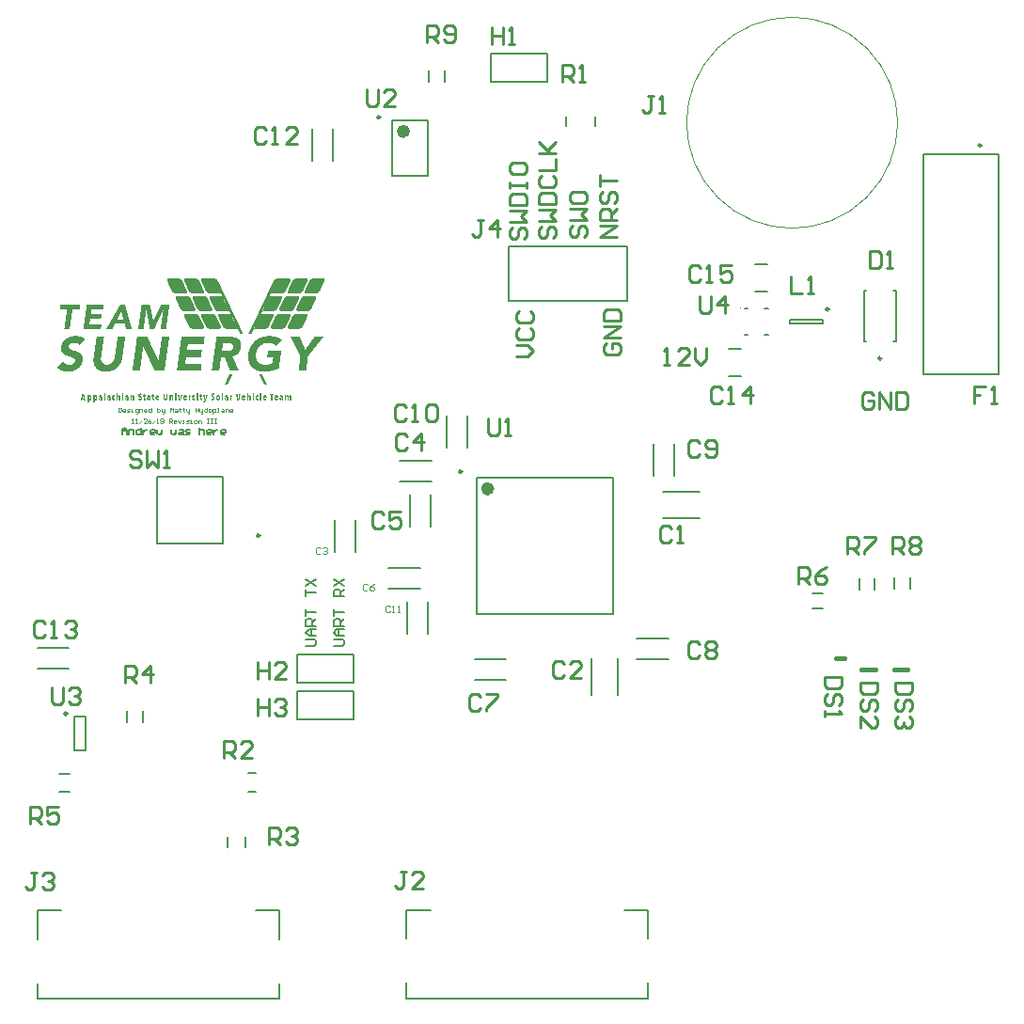
<source format=gbr>
%TF.GenerationSoftware,Altium Limited,Altium Designer,19.1.8 (144)*%
G04 Layer_Color=65535*
%FSLAX25Y25*%
%MOIN*%
%TF.FileFunction,Legend,Top*%
%TF.Part,Single*%
G01*
G75*
%TA.AperFunction,NonConductor*%
%ADD60C,0.00984*%
%ADD61C,0.00394*%
%ADD62C,0.02362*%
%ADD63C,0.00787*%
%ADD64C,0.01575*%
%ADD65C,0.00600*%
%ADD66C,0.00383*%
%ADD67C,0.00613*%
%ADD68C,0.01000*%
%ADD69C,0.00591*%
%ADD70C,0.00433*%
G36*
X131587Y257917D02*
X131686D01*
Y257884D01*
X131752D01*
Y257851D01*
X131785D01*
Y257818D01*
X131818D01*
Y257785D01*
X131851D01*
Y257752D01*
X131884D01*
Y257719D01*
X131916D01*
Y257687D01*
X131949D01*
Y257654D01*
Y257621D01*
Y257588D01*
X131982D01*
Y257555D01*
Y257522D01*
Y257489D01*
Y257456D01*
Y257423D01*
Y257390D01*
Y257357D01*
Y257324D01*
Y257292D01*
Y257259D01*
Y257226D01*
Y257193D01*
X131949D01*
Y257160D01*
Y257127D01*
Y257094D01*
X131916D01*
Y257061D01*
Y257028D01*
Y256995D01*
X131884D01*
Y256962D01*
Y256929D01*
X131851D01*
Y256896D01*
Y256863D01*
X131818D01*
Y256831D01*
Y256798D01*
X131785D01*
Y256765D01*
Y256732D01*
X131752D01*
Y256699D01*
Y256666D01*
Y256633D01*
X131719D01*
Y256600D01*
Y256567D01*
X131686D01*
Y256534D01*
Y256501D01*
X131653D01*
Y256468D01*
Y256435D01*
X131620D01*
Y256403D01*
Y256370D01*
X131587D01*
Y256337D01*
Y256304D01*
X131554D01*
Y256271D01*
Y256238D01*
Y256205D01*
X131521D01*
Y256172D01*
Y256139D01*
X131489D01*
Y256106D01*
Y256073D01*
X131456D01*
Y256041D01*
Y256008D01*
X131423D01*
Y255975D01*
Y255942D01*
X131390D01*
Y255909D01*
Y255876D01*
X131357D01*
Y255843D01*
Y255810D01*
Y255777D01*
X131324D01*
Y255744D01*
Y255711D01*
X131291D01*
Y255678D01*
Y255645D01*
X131258D01*
Y255612D01*
Y255580D01*
X131225D01*
Y255547D01*
Y255514D01*
X131192D01*
Y255481D01*
Y255448D01*
X131159D01*
Y255415D01*
Y255382D01*
X131126D01*
Y255349D01*
Y255316D01*
Y255283D01*
X131094D01*
Y255250D01*
Y255217D01*
X131061D01*
Y255185D01*
Y255152D01*
X131028D01*
Y255119D01*
Y255086D01*
X130995D01*
Y255053D01*
Y255020D01*
X130962D01*
Y254987D01*
Y254954D01*
X130929D01*
Y254921D01*
Y254888D01*
Y254855D01*
X130896D01*
Y254822D01*
Y254789D01*
X130863D01*
Y254756D01*
Y254724D01*
X130830D01*
Y254691D01*
Y254658D01*
X130797D01*
Y254625D01*
Y254592D01*
X130764D01*
Y254559D01*
Y254526D01*
X130731D01*
Y254493D01*
Y254460D01*
Y254427D01*
X130698D01*
Y254394D01*
Y254361D01*
X130666D01*
Y254328D01*
Y254296D01*
X130632D01*
Y254263D01*
Y254230D01*
X130600D01*
Y254197D01*
Y254164D01*
X130567D01*
Y254131D01*
Y254098D01*
X130534D01*
Y254065D01*
Y254032D01*
Y253999D01*
X130501D01*
Y253966D01*
Y253933D01*
X130468D01*
Y253901D01*
Y253868D01*
X130435D01*
Y253835D01*
Y253802D01*
X130402D01*
Y253769D01*
Y253736D01*
X130369D01*
Y253703D01*
Y253670D01*
X130336D01*
Y253637D01*
Y253604D01*
Y253571D01*
X130303D01*
Y253538D01*
Y253505D01*
X130270D01*
Y253472D01*
X130237D01*
Y253440D01*
Y253407D01*
X130204D01*
Y253374D01*
Y253341D01*
X130172D01*
Y253308D01*
X130139D01*
Y253275D01*
X130106D01*
Y253242D01*
Y253209D01*
X130073D01*
Y253176D01*
X130040D01*
Y253143D01*
X130007D01*
Y253110D01*
X129974D01*
Y253078D01*
X129941D01*
Y253045D01*
X129908D01*
Y253012D01*
X129842D01*
Y252979D01*
X129809D01*
Y252946D01*
X129777D01*
Y252913D01*
X129711D01*
Y252880D01*
X129678D01*
Y252847D01*
X129612D01*
Y252814D01*
X129579D01*
Y252781D01*
X129513D01*
Y252748D01*
X129414D01*
Y252715D01*
X129349D01*
Y252682D01*
X129250D01*
Y252649D01*
X129118D01*
Y252617D01*
X125299D01*
Y252649D01*
X125200D01*
Y252682D01*
X125135D01*
Y252715D01*
X125069D01*
Y252748D01*
X125036D01*
Y252781D01*
X125003D01*
Y252814D01*
X124970D01*
Y252847D01*
Y252880D01*
X124937D01*
Y252913D01*
Y252946D01*
X124904D01*
Y252979D01*
Y253012D01*
Y253045D01*
X124871D01*
Y253078D01*
Y253110D01*
Y253143D01*
Y253176D01*
Y253209D01*
Y253242D01*
Y253275D01*
Y253308D01*
X124904D01*
Y253341D01*
Y253374D01*
Y253407D01*
Y253440D01*
X124937D01*
Y253472D01*
Y253505D01*
X124970D01*
Y253538D01*
Y253571D01*
Y253604D01*
X125003D01*
Y253637D01*
Y253670D01*
X125036D01*
Y253703D01*
Y253736D01*
X125069D01*
Y253769D01*
Y253802D01*
X125102D01*
Y253835D01*
Y253868D01*
X125135D01*
Y253901D01*
Y253933D01*
X125168D01*
Y253966D01*
Y253999D01*
Y254032D01*
X125200D01*
Y254065D01*
Y254098D01*
X125233D01*
Y254131D01*
Y254164D01*
X125266D01*
Y254197D01*
Y254230D01*
X125299D01*
Y254263D01*
Y254296D01*
X125332D01*
Y254328D01*
Y254361D01*
X125365D01*
Y254394D01*
Y254427D01*
Y254460D01*
X125398D01*
Y254493D01*
Y254526D01*
X125431D01*
Y254559D01*
Y254592D01*
X125464D01*
Y254625D01*
Y254658D01*
X125497D01*
Y254691D01*
Y254724D01*
X125530D01*
Y254756D01*
Y254789D01*
X125563D01*
Y254822D01*
Y254855D01*
Y254888D01*
X125595D01*
Y254921D01*
Y254954D01*
X125628D01*
Y254987D01*
Y255020D01*
X125661D01*
Y255053D01*
Y255086D01*
X125694D01*
Y255119D01*
Y255152D01*
X125727D01*
Y255185D01*
Y255217D01*
X125760D01*
Y255250D01*
Y255283D01*
Y255316D01*
X125793D01*
Y255349D01*
Y255382D01*
X125826D01*
Y255415D01*
Y255448D01*
X125859D01*
Y255481D01*
Y255514D01*
X125892D01*
Y255547D01*
Y255580D01*
X125925D01*
Y255612D01*
Y255645D01*
X125958D01*
Y255678D01*
Y255711D01*
Y255744D01*
X125990D01*
Y255777D01*
Y255810D01*
X126023D01*
Y255843D01*
Y255876D01*
X126056D01*
Y255909D01*
Y255942D01*
X126089D01*
Y255975D01*
Y256008D01*
X126122D01*
Y256041D01*
Y256073D01*
X126155D01*
Y256106D01*
Y256139D01*
Y256172D01*
X126188D01*
Y256205D01*
Y256238D01*
X126221D01*
Y256271D01*
Y256304D01*
X126254D01*
Y256337D01*
Y256370D01*
X126287D01*
Y256403D01*
Y256435D01*
X126320D01*
Y256468D01*
Y256501D01*
X126353D01*
Y256534D01*
Y256567D01*
Y256600D01*
X126386D01*
Y256633D01*
Y256666D01*
X126418D01*
Y256699D01*
Y256732D01*
X126451D01*
Y256765D01*
Y256798D01*
X126484D01*
Y256831D01*
Y256863D01*
X126517D01*
Y256896D01*
Y256929D01*
X126550D01*
Y256962D01*
Y256995D01*
Y257028D01*
X126583D01*
Y257061D01*
X126616D01*
Y257094D01*
Y257127D01*
X126649D01*
Y257160D01*
Y257193D01*
X126682D01*
Y257226D01*
X126715D01*
Y257259D01*
Y257292D01*
X126748D01*
Y257324D01*
X126781D01*
Y257357D01*
X126814D01*
Y257390D01*
X126847D01*
Y257423D01*
X126879D01*
Y257456D01*
X126912D01*
Y257489D01*
X126945D01*
Y257522D01*
X126978D01*
Y257555D01*
X127011D01*
Y257588D01*
X127077D01*
Y257621D01*
X127110D01*
Y257654D01*
X127143D01*
Y257687D01*
X127209D01*
Y257719D01*
X127242D01*
Y257752D01*
X127307D01*
Y257785D01*
X127373D01*
Y257818D01*
X127439D01*
Y257851D01*
X127538D01*
Y257884D01*
X127637D01*
Y257917D01*
X127768D01*
Y257950D01*
X131587D01*
Y257917D01*
D02*
G37*
G36*
X125563D02*
X125661D01*
Y257884D01*
X125727D01*
Y257851D01*
X125793D01*
Y257818D01*
X125826D01*
Y257785D01*
X125859D01*
Y257752D01*
X125892D01*
Y257719D01*
X125925D01*
Y257687D01*
Y257654D01*
X125958D01*
Y257621D01*
Y257588D01*
Y257555D01*
X125990D01*
Y257522D01*
Y257489D01*
Y257456D01*
Y257423D01*
Y257390D01*
Y257357D01*
Y257324D01*
Y257292D01*
Y257259D01*
Y257226D01*
X125958D01*
Y257193D01*
Y257160D01*
Y257127D01*
X125925D01*
Y257094D01*
Y257061D01*
Y257028D01*
X125892D01*
Y256995D01*
Y256962D01*
X125859D01*
Y256929D01*
Y256896D01*
X125826D01*
Y256863D01*
Y256831D01*
X125793D01*
Y256798D01*
Y256765D01*
Y256732D01*
X125760D01*
Y256699D01*
Y256666D01*
X125727D01*
Y256633D01*
Y256600D01*
X125694D01*
Y256567D01*
Y256534D01*
X125661D01*
Y256501D01*
Y256468D01*
X125628D01*
Y256435D01*
Y256403D01*
X125595D01*
Y256370D01*
Y256337D01*
Y256304D01*
X125563D01*
Y256271D01*
Y256238D01*
X125530D01*
Y256205D01*
Y256172D01*
X125497D01*
Y256139D01*
Y256106D01*
X125464D01*
Y256073D01*
Y256041D01*
X125431D01*
Y256008D01*
Y255975D01*
X125398D01*
Y255942D01*
Y255909D01*
Y255876D01*
X125365D01*
Y255843D01*
Y255810D01*
X125332D01*
Y255777D01*
Y255744D01*
X125299D01*
Y255711D01*
Y255678D01*
X125266D01*
Y255645D01*
Y255612D01*
X125233D01*
Y255580D01*
Y255547D01*
X125200D01*
Y255514D01*
Y255481D01*
Y255448D01*
X125168D01*
Y255415D01*
Y255382D01*
X125135D01*
Y255349D01*
Y255316D01*
X125102D01*
Y255283D01*
Y255250D01*
X125069D01*
Y255217D01*
Y255185D01*
X125036D01*
Y255152D01*
Y255119D01*
X125003D01*
Y255086D01*
Y255053D01*
Y255020D01*
X124970D01*
Y254987D01*
Y254954D01*
X124937D01*
Y254921D01*
Y254888D01*
X124904D01*
Y254855D01*
Y254822D01*
X124871D01*
Y254789D01*
Y254756D01*
X124838D01*
Y254724D01*
Y254691D01*
X124805D01*
Y254658D01*
Y254625D01*
Y254592D01*
X124772D01*
Y254559D01*
Y254526D01*
X124740D01*
Y254493D01*
Y254460D01*
X124706D01*
Y254427D01*
Y254394D01*
X124674D01*
Y254361D01*
Y254328D01*
X124641D01*
Y254296D01*
Y254263D01*
X124608D01*
Y254230D01*
Y254197D01*
Y254164D01*
X124575D01*
Y254131D01*
Y254098D01*
X124542D01*
Y254065D01*
Y254032D01*
X124509D01*
Y253999D01*
Y253966D01*
X124476D01*
Y253933D01*
Y253901D01*
X124443D01*
Y253868D01*
Y253835D01*
X124410D01*
Y253802D01*
Y253769D01*
Y253736D01*
X124377D01*
Y253703D01*
Y253670D01*
X124344D01*
Y253637D01*
Y253604D01*
X124311D01*
Y253571D01*
Y253538D01*
X124278D01*
Y253505D01*
Y253472D01*
X124246D01*
Y253440D01*
Y253407D01*
X124213D01*
Y253374D01*
X124180D01*
Y253341D01*
Y253308D01*
X124147D01*
Y253275D01*
X124114D01*
Y253242D01*
X124081D01*
Y253209D01*
X124048D01*
Y253176D01*
X124015D01*
Y253143D01*
X123982D01*
Y253110D01*
X123949D01*
Y253078D01*
X123916D01*
Y253045D01*
X123883D01*
Y253012D01*
X123851D01*
Y252979D01*
X123818D01*
Y252946D01*
X123752D01*
Y252913D01*
X123719D01*
Y252880D01*
X123686D01*
Y252847D01*
X123620D01*
Y252814D01*
X123554D01*
Y252781D01*
X123488D01*
Y252748D01*
X123423D01*
Y252715D01*
X123357D01*
Y252682D01*
X123258D01*
Y252649D01*
X123126D01*
Y252617D01*
X119274D01*
Y252649D01*
X119176D01*
Y252682D01*
X119110D01*
Y252715D01*
X119077D01*
Y252748D01*
X119044D01*
Y252781D01*
X119011D01*
Y252814D01*
X118978D01*
Y252847D01*
X118945D01*
Y252880D01*
Y252913D01*
X118912D01*
Y252946D01*
Y252979D01*
X118879D01*
Y253012D01*
Y253045D01*
Y253078D01*
Y253110D01*
Y253143D01*
Y253176D01*
Y253209D01*
Y253242D01*
Y253275D01*
Y253308D01*
Y253341D01*
X118912D01*
Y253374D01*
Y253407D01*
Y253440D01*
Y253472D01*
X118945D01*
Y253505D01*
Y253538D01*
X118978D01*
Y253571D01*
Y253604D01*
X119011D01*
Y253637D01*
Y253670D01*
Y253703D01*
X119044D01*
Y253736D01*
Y253769D01*
X119077D01*
Y253802D01*
Y253835D01*
X119110D01*
Y253868D01*
Y253901D01*
X119143D01*
Y253933D01*
Y253966D01*
X119176D01*
Y253999D01*
Y254032D01*
X119209D01*
Y254065D01*
Y254098D01*
Y254131D01*
X119241D01*
Y254164D01*
Y254197D01*
X119274D01*
Y254230D01*
Y254263D01*
X119307D01*
Y254296D01*
Y254328D01*
X119340D01*
Y254361D01*
Y254394D01*
X119373D01*
Y254427D01*
Y254460D01*
X119406D01*
Y254493D01*
Y254526D01*
X119439D01*
Y254559D01*
Y254592D01*
Y254625D01*
X119472D01*
Y254658D01*
Y254691D01*
X119505D01*
Y254724D01*
Y254756D01*
X119538D01*
Y254789D01*
Y254822D01*
X119571D01*
Y254855D01*
Y254888D01*
X119604D01*
Y254921D01*
Y254954D01*
X119636D01*
Y254987D01*
Y255020D01*
Y255053D01*
X119669D01*
Y255086D01*
Y255119D01*
X119702D01*
Y255152D01*
Y255185D01*
X119735D01*
Y255217D01*
Y255250D01*
X119768D01*
Y255283D01*
Y255316D01*
X119801D01*
Y255349D01*
Y255382D01*
X119834D01*
Y255415D01*
Y255448D01*
Y255481D01*
X119867D01*
Y255514D01*
Y255547D01*
X119900D01*
Y255580D01*
Y255612D01*
X119933D01*
Y255645D01*
Y255678D01*
X119966D01*
Y255711D01*
Y255744D01*
X119999D01*
Y255777D01*
Y255810D01*
X120032D01*
Y255843D01*
Y255876D01*
Y255909D01*
X120064D01*
Y255942D01*
Y255975D01*
X120097D01*
Y256008D01*
Y256041D01*
X120130D01*
Y256073D01*
Y256106D01*
X120163D01*
Y256139D01*
Y256172D01*
X120196D01*
Y256205D01*
Y256238D01*
X120229D01*
Y256271D01*
Y256304D01*
Y256337D01*
X120262D01*
Y256370D01*
Y256403D01*
X120295D01*
Y256435D01*
Y256468D01*
X120328D01*
Y256501D01*
Y256534D01*
X120361D01*
Y256567D01*
Y256600D01*
X120394D01*
Y256633D01*
Y256666D01*
X120427D01*
Y256699D01*
Y256732D01*
Y256765D01*
X120460D01*
Y256798D01*
Y256831D01*
X120492D01*
Y256863D01*
Y256896D01*
X120525D01*
Y256929D01*
Y256962D01*
X120558D01*
Y256995D01*
Y257028D01*
X120591D01*
Y257061D01*
Y257094D01*
X120624D01*
Y257127D01*
Y257160D01*
X120657D01*
Y257193D01*
X120690D01*
Y257226D01*
Y257259D01*
X120723D01*
Y257292D01*
X120756D01*
Y257324D01*
X120789D01*
Y257357D01*
X120822D01*
Y257390D01*
X120855D01*
Y257423D01*
X120888D01*
Y257456D01*
X120921D01*
Y257489D01*
X120953D01*
Y257522D01*
X120986D01*
Y257555D01*
X121019D01*
Y257588D01*
X121052D01*
Y257621D01*
X121085D01*
Y257654D01*
X121151D01*
Y257687D01*
X121184D01*
Y257719D01*
X121250D01*
Y257752D01*
X121316D01*
Y257785D01*
X121381D01*
Y257818D01*
X121447D01*
Y257851D01*
X121513D01*
Y257884D01*
X121612D01*
Y257917D01*
X121744D01*
Y257950D01*
X125563D01*
Y257917D01*
D02*
G37*
G36*
X86385D02*
X86517D01*
Y257884D01*
X86616D01*
Y257851D01*
X86681D01*
Y257818D01*
X86747D01*
Y257785D01*
X86813D01*
Y257752D01*
X86879D01*
Y257719D01*
X86912D01*
Y257687D01*
X86978D01*
Y257654D01*
X87011D01*
Y257621D01*
X87076D01*
Y257588D01*
X87109D01*
Y257555D01*
X87142D01*
Y257522D01*
X87175D01*
Y257489D01*
X87208D01*
Y257456D01*
X87241D01*
Y257423D01*
X87274D01*
Y257390D01*
X87307D01*
Y257357D01*
X87340D01*
Y257324D01*
X87373D01*
Y257292D01*
X87406D01*
Y257259D01*
X87439D01*
Y257226D01*
Y257193D01*
X87471D01*
Y257160D01*
X87504D01*
Y257127D01*
Y257094D01*
X87537D01*
Y257061D01*
Y257028D01*
X87570D01*
Y256995D01*
Y256962D01*
X87603D01*
Y256929D01*
Y256896D01*
X87636D01*
Y256863D01*
Y256831D01*
X87669D01*
Y256798D01*
Y256765D01*
Y256732D01*
X87702D01*
Y256699D01*
Y256666D01*
X87735D01*
Y256633D01*
Y256600D01*
X87768D01*
Y256567D01*
Y256534D01*
X87801D01*
Y256501D01*
Y256468D01*
X87834D01*
Y256435D01*
Y256403D01*
X87867D01*
Y256370D01*
Y256337D01*
Y256304D01*
X87900D01*
Y256271D01*
Y256238D01*
X87932D01*
Y256205D01*
Y256172D01*
X87965D01*
Y256139D01*
Y256106D01*
X87998D01*
Y256073D01*
Y256041D01*
X88031D01*
Y256008D01*
Y255975D01*
X88064D01*
Y255942D01*
Y255909D01*
Y255876D01*
X88097D01*
Y255843D01*
Y255810D01*
X88130D01*
Y255777D01*
Y255744D01*
X88163D01*
Y255711D01*
Y255678D01*
X88196D01*
Y255645D01*
Y255612D01*
X88229D01*
Y255580D01*
Y255547D01*
X88262D01*
Y255514D01*
Y255481D01*
Y255448D01*
X88295D01*
Y255415D01*
Y255382D01*
X88327D01*
Y255349D01*
Y255316D01*
X88360D01*
Y255283D01*
Y255250D01*
X88393D01*
Y255217D01*
Y255185D01*
X88426D01*
Y255152D01*
Y255119D01*
X88459D01*
Y255086D01*
Y255053D01*
Y255020D01*
X88492D01*
Y254987D01*
Y254954D01*
X88525D01*
Y254921D01*
Y254888D01*
X88558D01*
Y254855D01*
Y254822D01*
X88591D01*
Y254789D01*
Y254756D01*
X88624D01*
Y254724D01*
Y254691D01*
X88657D01*
Y254658D01*
Y254625D01*
Y254592D01*
X88690D01*
Y254559D01*
Y254526D01*
X88723D01*
Y254493D01*
Y254460D01*
X88756D01*
Y254427D01*
Y254394D01*
X88788D01*
Y254361D01*
Y254328D01*
X88821D01*
Y254296D01*
Y254263D01*
X88854D01*
Y254230D01*
Y254197D01*
Y254164D01*
X88887D01*
Y254131D01*
Y254098D01*
X88920D01*
Y254065D01*
Y254032D01*
X88953D01*
Y253999D01*
Y253966D01*
X88986D01*
Y253933D01*
Y253901D01*
X89019D01*
Y253868D01*
Y253835D01*
X89052D01*
Y253802D01*
Y253769D01*
Y253736D01*
X89085D01*
Y253703D01*
Y253670D01*
X89118D01*
Y253637D01*
Y253604D01*
X89151D01*
Y253571D01*
Y253538D01*
X89183D01*
Y253505D01*
Y253472D01*
Y253440D01*
X89216D01*
Y253407D01*
Y253374D01*
Y253341D01*
X89249D01*
Y253308D01*
Y253275D01*
Y253242D01*
Y253209D01*
Y253176D01*
Y253143D01*
Y253110D01*
Y253078D01*
Y253045D01*
Y253012D01*
X89216D01*
Y252979D01*
Y252946D01*
Y252913D01*
X89183D01*
Y252880D01*
Y252847D01*
X89151D01*
Y252814D01*
X89118D01*
Y252781D01*
X89085D01*
Y252748D01*
X89052D01*
Y252715D01*
X88986D01*
Y252682D01*
X88920D01*
Y252649D01*
X88821D01*
Y252617D01*
X85002D01*
Y252649D01*
X84871D01*
Y252682D01*
X84772D01*
Y252715D01*
X84706D01*
Y252748D01*
X84640D01*
Y252781D01*
X84574D01*
Y252814D01*
X84509D01*
Y252847D01*
X84443D01*
Y252880D01*
X84410D01*
Y252913D01*
X84344D01*
Y252946D01*
X84311D01*
Y252979D01*
X84278D01*
Y253012D01*
X84245D01*
Y253045D01*
X84212D01*
Y253078D01*
X84179D01*
Y253110D01*
X84146D01*
Y253143D01*
X84114D01*
Y253176D01*
X84080D01*
Y253209D01*
X84048D01*
Y253242D01*
X84015D01*
Y253275D01*
X83982D01*
Y253308D01*
X83949D01*
Y253341D01*
Y253374D01*
X83916D01*
Y253407D01*
X83883D01*
Y253440D01*
Y253472D01*
X83850D01*
Y253505D01*
Y253538D01*
X83817D01*
Y253571D01*
Y253604D01*
X83784D01*
Y253637D01*
Y253670D01*
X83751D01*
Y253703D01*
Y253736D01*
X83718D01*
Y253769D01*
Y253802D01*
X83685D01*
Y253835D01*
Y253868D01*
Y253901D01*
X83653D01*
Y253933D01*
Y253966D01*
X83620D01*
Y253999D01*
Y254032D01*
X83587D01*
Y254065D01*
Y254098D01*
X83554D01*
Y254131D01*
Y254164D01*
X83521D01*
Y254197D01*
Y254230D01*
X83488D01*
Y254263D01*
Y254296D01*
Y254328D01*
X83455D01*
Y254361D01*
Y254394D01*
X83422D01*
Y254427D01*
Y254460D01*
X83389D01*
Y254493D01*
Y254526D01*
X83356D01*
Y254559D01*
Y254592D01*
X83323D01*
Y254625D01*
Y254658D01*
X83290D01*
Y254691D01*
Y254724D01*
Y254756D01*
X83258D01*
Y254789D01*
Y254822D01*
X83224D01*
Y254855D01*
Y254888D01*
X83192D01*
Y254921D01*
Y254954D01*
X83159D01*
Y254987D01*
Y255020D01*
X83126D01*
Y255053D01*
Y255086D01*
X83093D01*
Y255119D01*
Y255152D01*
Y255185D01*
X83060D01*
Y255217D01*
Y255250D01*
X83027D01*
Y255283D01*
Y255316D01*
X82994D01*
Y255349D01*
Y255382D01*
X82961D01*
Y255415D01*
Y255448D01*
X82928D01*
Y255481D01*
Y255514D01*
X82895D01*
Y255547D01*
Y255580D01*
Y255612D01*
X82862D01*
Y255645D01*
Y255678D01*
X82829D01*
Y255711D01*
Y255744D01*
X82797D01*
Y255777D01*
Y255810D01*
X82764D01*
Y255843D01*
Y255876D01*
X82731D01*
Y255909D01*
Y255942D01*
X82698D01*
Y255975D01*
Y256008D01*
Y256041D01*
X82665D01*
Y256073D01*
Y256106D01*
X82632D01*
Y256139D01*
Y256172D01*
X82599D01*
Y256205D01*
Y256238D01*
X82566D01*
Y256271D01*
Y256304D01*
X82533D01*
Y256337D01*
Y256370D01*
X82500D01*
Y256403D01*
Y256435D01*
Y256468D01*
X82467D01*
Y256501D01*
Y256534D01*
X82434D01*
Y256567D01*
Y256600D01*
X82402D01*
Y256633D01*
Y256666D01*
X82369D01*
Y256699D01*
Y256732D01*
X82336D01*
Y256765D01*
Y256798D01*
X82303D01*
Y256831D01*
Y256863D01*
Y256896D01*
X82270D01*
Y256929D01*
Y256962D01*
X82237D01*
Y256995D01*
Y257028D01*
X82204D01*
Y257061D01*
Y257094D01*
X82171D01*
Y257127D01*
Y257160D01*
Y257193D01*
Y257226D01*
X82138D01*
Y257259D01*
Y257292D01*
Y257324D01*
Y257357D01*
Y257390D01*
Y257423D01*
Y257456D01*
Y257489D01*
Y257522D01*
Y257555D01*
Y257588D01*
X82171D01*
Y257621D01*
Y257654D01*
X82204D01*
Y257687D01*
Y257719D01*
X82237D01*
Y257752D01*
X82270D01*
Y257785D01*
X82303D01*
Y257818D01*
X82336D01*
Y257851D01*
X82402D01*
Y257884D01*
X82467D01*
Y257917D01*
X82566D01*
Y257950D01*
X86385D01*
Y257917D01*
D02*
G37*
G36*
X80360D02*
X80492D01*
Y257884D01*
X80591D01*
Y257851D01*
X80690D01*
Y257818D01*
X80755D01*
Y257785D01*
X80821D01*
Y257752D01*
X80887D01*
Y257719D01*
X80920D01*
Y257687D01*
X80986D01*
Y257654D01*
X81019D01*
Y257621D01*
X81052D01*
Y257588D01*
X81117D01*
Y257555D01*
X81151D01*
Y257522D01*
X81183D01*
Y257489D01*
X81216D01*
Y257456D01*
X81249D01*
Y257423D01*
X81282D01*
Y257390D01*
X81315D01*
Y257357D01*
X81348D01*
Y257324D01*
X81381D01*
Y257292D01*
Y257259D01*
X81414D01*
Y257226D01*
X81447D01*
Y257193D01*
X81480D01*
Y257160D01*
Y257127D01*
X81513D01*
Y257094D01*
Y257061D01*
X81546D01*
Y257028D01*
Y256995D01*
X81578D01*
Y256962D01*
Y256929D01*
X81611D01*
Y256896D01*
Y256863D01*
X81644D01*
Y256831D01*
Y256798D01*
X81677D01*
Y256765D01*
Y256732D01*
X81710D01*
Y256699D01*
Y256666D01*
Y256633D01*
X81743D01*
Y256600D01*
Y256567D01*
X81776D01*
Y256534D01*
Y256501D01*
X81809D01*
Y256468D01*
Y256435D01*
X81842D01*
Y256403D01*
Y256370D01*
X81875D01*
Y256337D01*
Y256304D01*
X81908D01*
Y256271D01*
Y256238D01*
Y256205D01*
X81941D01*
Y256172D01*
Y256139D01*
X81973D01*
Y256106D01*
Y256073D01*
X82006D01*
Y256041D01*
Y256008D01*
X82039D01*
Y255975D01*
Y255942D01*
X82072D01*
Y255909D01*
Y255876D01*
X82105D01*
Y255843D01*
Y255810D01*
Y255777D01*
X82138D01*
Y255744D01*
Y255711D01*
X82171D01*
Y255678D01*
Y255645D01*
X82204D01*
Y255612D01*
Y255580D01*
X82237D01*
Y255547D01*
Y255514D01*
X82270D01*
Y255481D01*
Y255448D01*
X82303D01*
Y255415D01*
Y255382D01*
Y255349D01*
X82336D01*
Y255316D01*
Y255283D01*
X82369D01*
Y255250D01*
Y255217D01*
X82402D01*
Y255185D01*
Y255152D01*
X82434D01*
Y255119D01*
Y255086D01*
X82467D01*
Y255053D01*
Y255020D01*
X82500D01*
Y254987D01*
Y254954D01*
Y254921D01*
X82533D01*
Y254888D01*
Y254855D01*
X82566D01*
Y254822D01*
Y254789D01*
X82599D01*
Y254756D01*
Y254724D01*
X82632D01*
Y254691D01*
Y254658D01*
X82665D01*
Y254625D01*
Y254592D01*
X82698D01*
Y254559D01*
Y254526D01*
Y254493D01*
X82731D01*
Y254460D01*
Y254427D01*
X82764D01*
Y254394D01*
Y254361D01*
X82797D01*
Y254328D01*
Y254296D01*
X82829D01*
Y254263D01*
Y254230D01*
X82862D01*
Y254197D01*
Y254164D01*
X82895D01*
Y254131D01*
Y254098D01*
Y254065D01*
X82928D01*
Y254032D01*
Y253999D01*
X82961D01*
Y253966D01*
Y253933D01*
X82994D01*
Y253901D01*
Y253868D01*
X83027D01*
Y253835D01*
Y253802D01*
X83060D01*
Y253769D01*
Y253736D01*
X83093D01*
Y253703D01*
Y253670D01*
Y253637D01*
X83126D01*
Y253604D01*
Y253571D01*
X83159D01*
Y253538D01*
Y253505D01*
X83192D01*
Y253472D01*
Y253440D01*
Y253407D01*
X83224D01*
Y253374D01*
Y253341D01*
Y253308D01*
Y253275D01*
X83258D01*
Y253242D01*
Y253209D01*
Y253176D01*
Y253143D01*
Y253110D01*
Y253078D01*
Y253045D01*
X83224D01*
Y253012D01*
Y252979D01*
Y252946D01*
X83192D01*
Y252913D01*
Y252880D01*
X83159D01*
Y252847D01*
Y252814D01*
X83126D01*
Y252781D01*
X83093D01*
Y252748D01*
X83060D01*
Y252715D01*
X82994D01*
Y252682D01*
X82928D01*
Y252649D01*
X82829D01*
Y252617D01*
X79010D01*
Y252649D01*
X78879D01*
Y252682D01*
X78780D01*
Y252715D01*
X78681D01*
Y252748D01*
X78615D01*
Y252781D01*
X78550D01*
Y252814D01*
X78517D01*
Y252847D01*
X78451D01*
Y252880D01*
X78418D01*
Y252913D01*
X78352D01*
Y252946D01*
X78319D01*
Y252979D01*
X78286D01*
Y253012D01*
X78220D01*
Y253045D01*
X78188D01*
Y253078D01*
X78154D01*
Y253110D01*
X78122D01*
Y253143D01*
X78089D01*
Y253176D01*
X78056D01*
Y253209D01*
X78023D01*
Y253242D01*
Y253275D01*
X77990D01*
Y253308D01*
X77957D01*
Y253341D01*
X77924D01*
Y253374D01*
Y253407D01*
X77891D01*
Y253440D01*
X77858D01*
Y253472D01*
Y253505D01*
X77825D01*
Y253538D01*
Y253571D01*
X77792D01*
Y253604D01*
Y253637D01*
X77759D01*
Y253670D01*
Y253703D01*
X77727D01*
Y253736D01*
Y253769D01*
Y253802D01*
X77694D01*
Y253835D01*
Y253868D01*
X77661D01*
Y253901D01*
Y253933D01*
X77628D01*
Y253966D01*
Y253999D01*
X77595D01*
Y254032D01*
Y254065D01*
X77562D01*
Y254098D01*
Y254131D01*
X77529D01*
Y254164D01*
Y254197D01*
Y254230D01*
X77496D01*
Y254263D01*
Y254296D01*
X77463D01*
Y254328D01*
Y254361D01*
X77430D01*
Y254394D01*
Y254427D01*
X77397D01*
Y254460D01*
Y254493D01*
X77364D01*
Y254526D01*
Y254559D01*
X77332D01*
Y254592D01*
Y254625D01*
Y254658D01*
X77299D01*
Y254691D01*
Y254724D01*
X77266D01*
Y254756D01*
Y254789D01*
X77233D01*
Y254822D01*
Y254855D01*
X77200D01*
Y254888D01*
Y254921D01*
X77167D01*
Y254954D01*
Y254987D01*
X77134D01*
Y255020D01*
Y255053D01*
Y255086D01*
X77101D01*
Y255119D01*
Y255152D01*
X77068D01*
Y255185D01*
Y255217D01*
X77035D01*
Y255250D01*
Y255283D01*
X77002D01*
Y255316D01*
Y255349D01*
X76969D01*
Y255382D01*
Y255415D01*
X76936D01*
Y255448D01*
Y255481D01*
Y255514D01*
X76903D01*
Y255547D01*
Y255580D01*
X76871D01*
Y255612D01*
Y255645D01*
X76838D01*
Y255678D01*
Y255711D01*
X76805D01*
Y255744D01*
Y255777D01*
X76772D01*
Y255810D01*
Y255843D01*
X76739D01*
Y255876D01*
Y255909D01*
Y255942D01*
X76706D01*
Y255975D01*
Y256008D01*
X76673D01*
Y256041D01*
Y256073D01*
X76640D01*
Y256106D01*
Y256139D01*
X76607D01*
Y256172D01*
Y256205D01*
X76574D01*
Y256238D01*
Y256271D01*
X76541D01*
Y256304D01*
Y256337D01*
Y256370D01*
X76508D01*
Y256403D01*
Y256435D01*
X76476D01*
Y256468D01*
Y256501D01*
X76443D01*
Y256534D01*
Y256567D01*
X76410D01*
Y256600D01*
Y256633D01*
X76377D01*
Y256666D01*
Y256699D01*
X76344D01*
Y256732D01*
Y256765D01*
Y256798D01*
X76311D01*
Y256831D01*
Y256863D01*
X76278D01*
Y256896D01*
Y256929D01*
X76245D01*
Y256962D01*
Y256995D01*
X76212D01*
Y257028D01*
Y257061D01*
X76179D01*
Y257094D01*
Y257127D01*
Y257160D01*
X76146D01*
Y257193D01*
Y257226D01*
Y257259D01*
Y257292D01*
Y257324D01*
Y257357D01*
X76113D01*
Y257390D01*
Y257423D01*
Y257456D01*
X76146D01*
Y257489D01*
Y257522D01*
Y257555D01*
Y257588D01*
Y257621D01*
X76179D01*
Y257654D01*
Y257687D01*
X76212D01*
Y257719D01*
X76245D01*
Y257752D01*
Y257785D01*
X76278D01*
Y257818D01*
X76344D01*
Y257851D01*
X76377D01*
Y257884D01*
X76443D01*
Y257917D01*
X76541D01*
Y257950D01*
X80360D01*
Y257917D01*
D02*
G37*
G36*
X128591Y251695D02*
X128690D01*
Y251662D01*
X128756D01*
Y251629D01*
X128822D01*
Y251596D01*
X128855D01*
Y251563D01*
X128888D01*
Y251530D01*
X128921D01*
Y251497D01*
X128954D01*
Y251464D01*
Y251431D01*
X128986D01*
Y251398D01*
Y251365D01*
Y251333D01*
X129019D01*
Y251300D01*
Y251267D01*
Y251234D01*
Y251201D01*
Y251168D01*
Y251135D01*
Y251102D01*
Y251069D01*
Y251036D01*
Y251003D01*
Y250970D01*
X128986D01*
Y250938D01*
Y250905D01*
Y250872D01*
X128954D01*
Y250839D01*
Y250806D01*
X128921D01*
Y250773D01*
Y250740D01*
Y250707D01*
X128888D01*
Y250674D01*
Y250641D01*
X128855D01*
Y250608D01*
Y250575D01*
X128822D01*
Y250542D01*
Y250510D01*
X128789D01*
Y250477D01*
Y250444D01*
X128756D01*
Y250411D01*
Y250378D01*
X128723D01*
Y250345D01*
Y250312D01*
Y250279D01*
X128690D01*
Y250246D01*
Y250213D01*
X128657D01*
Y250180D01*
Y250147D01*
X128624D01*
Y250114D01*
Y250081D01*
X128591D01*
Y250049D01*
Y250016D01*
X128558D01*
Y249983D01*
Y249950D01*
X128525D01*
Y249917D01*
Y249884D01*
Y249851D01*
X128493D01*
Y249818D01*
Y249785D01*
X128460D01*
Y249752D01*
Y249719D01*
X128427D01*
Y249687D01*
Y249654D01*
X128394D01*
Y249621D01*
Y249588D01*
X128361D01*
Y249555D01*
Y249522D01*
X128328D01*
Y249489D01*
Y249456D01*
Y249423D01*
X128295D01*
Y249390D01*
Y249357D01*
X128262D01*
Y249324D01*
Y249291D01*
X128229D01*
Y249258D01*
Y249226D01*
X128196D01*
Y249193D01*
Y249160D01*
X128163D01*
Y249127D01*
Y249094D01*
X128130D01*
Y249061D01*
Y249028D01*
Y248995D01*
X128097D01*
Y248962D01*
Y248929D01*
X128065D01*
Y248896D01*
Y248863D01*
X128032D01*
Y248831D01*
Y248798D01*
X127999D01*
Y248765D01*
Y248732D01*
X127966D01*
Y248699D01*
Y248666D01*
X127933D01*
Y248633D01*
Y248600D01*
Y248567D01*
X127900D01*
Y248534D01*
Y248501D01*
X127867D01*
Y248468D01*
Y248435D01*
X127834D01*
Y248403D01*
Y248370D01*
X127801D01*
Y248337D01*
Y248304D01*
X127768D01*
Y248271D01*
Y248238D01*
X127735D01*
Y248205D01*
Y248172D01*
Y248139D01*
X127702D01*
Y248106D01*
Y248073D01*
X127670D01*
Y248040D01*
Y248007D01*
X127637D01*
Y247974D01*
Y247942D01*
X127604D01*
Y247909D01*
Y247876D01*
X127571D01*
Y247843D01*
Y247810D01*
X127538D01*
Y247777D01*
Y247744D01*
Y247711D01*
X127505D01*
Y247678D01*
Y247645D01*
X127472D01*
Y247612D01*
Y247580D01*
X127439D01*
Y247547D01*
Y247514D01*
X127406D01*
Y247481D01*
Y247448D01*
X127373D01*
Y247415D01*
Y247382D01*
X127340D01*
Y247349D01*
Y247316D01*
X127307D01*
Y247283D01*
Y247250D01*
X127275D01*
Y247217D01*
Y247184D01*
X127242D01*
Y247151D01*
Y247119D01*
X127209D01*
Y247086D01*
X127176D01*
Y247053D01*
X127143D01*
Y247020D01*
X127110D01*
Y246987D01*
Y246954D01*
X127077D01*
Y246921D01*
X127044D01*
Y246888D01*
X127011D01*
Y246855D01*
X126978D01*
Y246822D01*
X126945D01*
Y246789D01*
X126879D01*
Y246756D01*
X126847D01*
Y246724D01*
X126814D01*
Y246691D01*
X126748D01*
Y246658D01*
X126715D01*
Y246625D01*
X126649D01*
Y246592D01*
X126616D01*
Y246559D01*
X126550D01*
Y246526D01*
X126484D01*
Y246493D01*
X126386D01*
Y246460D01*
X126320D01*
Y246427D01*
X126188D01*
Y246394D01*
X122303D01*
Y246427D01*
X122204D01*
Y246460D01*
X122139D01*
Y246493D01*
X122106D01*
Y246526D01*
X122073D01*
Y246559D01*
X122040D01*
Y246592D01*
X122007D01*
Y246625D01*
X121974D01*
Y246658D01*
Y246691D01*
X121941D01*
Y246724D01*
Y246756D01*
Y246789D01*
X121908D01*
Y246822D01*
Y246855D01*
Y246888D01*
Y246921D01*
Y246954D01*
Y246987D01*
Y247020D01*
Y247053D01*
Y247086D01*
Y247119D01*
X121941D01*
Y247151D01*
Y247184D01*
Y247217D01*
X121974D01*
Y247250D01*
Y247283D01*
Y247316D01*
X122007D01*
Y247349D01*
Y247382D01*
X122040D01*
Y247415D01*
Y247448D01*
X122073D01*
Y247481D01*
Y247514D01*
X122106D01*
Y247547D01*
Y247580D01*
X122139D01*
Y247612D01*
Y247645D01*
X122171D01*
Y247678D01*
Y247711D01*
Y247744D01*
X122204D01*
Y247777D01*
Y247810D01*
X122237D01*
Y247843D01*
Y247876D01*
X122270D01*
Y247909D01*
Y247942D01*
X122303D01*
Y247974D01*
Y248007D01*
X122336D01*
Y248040D01*
Y248073D01*
X122369D01*
Y248106D01*
Y248139D01*
Y248172D01*
X122402D01*
Y248205D01*
Y248238D01*
X122435D01*
Y248271D01*
Y248304D01*
X122468D01*
Y248337D01*
Y248370D01*
X122501D01*
Y248403D01*
Y248435D01*
X122534D01*
Y248468D01*
Y248501D01*
X122567D01*
Y248534D01*
Y248567D01*
Y248600D01*
X122599D01*
Y248633D01*
Y248666D01*
X122632D01*
Y248699D01*
Y248732D01*
X122665D01*
Y248765D01*
Y248798D01*
X122698D01*
Y248831D01*
Y248863D01*
X122731D01*
Y248896D01*
Y248929D01*
X122764D01*
Y248962D01*
Y248995D01*
Y249028D01*
X122797D01*
Y249061D01*
Y249094D01*
X122830D01*
Y249127D01*
Y249160D01*
X122863D01*
Y249193D01*
Y249226D01*
X122896D01*
Y249258D01*
Y249291D01*
X122929D01*
Y249324D01*
Y249357D01*
X122962D01*
Y249390D01*
Y249423D01*
Y249456D01*
X122995D01*
Y249489D01*
Y249522D01*
X123028D01*
Y249555D01*
Y249588D01*
X123060D01*
Y249621D01*
Y249654D01*
X123093D01*
Y249687D01*
Y249719D01*
X123126D01*
Y249752D01*
Y249785D01*
X123159D01*
Y249818D01*
Y249851D01*
Y249884D01*
X123192D01*
Y249917D01*
Y249950D01*
X123225D01*
Y249983D01*
Y250016D01*
X123258D01*
Y250049D01*
Y250081D01*
X123291D01*
Y250114D01*
Y250147D01*
X123324D01*
Y250180D01*
Y250213D01*
X123357D01*
Y250246D01*
Y250279D01*
Y250312D01*
X123390D01*
Y250345D01*
Y250378D01*
X123423D01*
Y250411D01*
Y250444D01*
X123456D01*
Y250477D01*
Y250510D01*
X123488D01*
Y250542D01*
Y250575D01*
X123521D01*
Y250608D01*
Y250641D01*
X123554D01*
Y250674D01*
Y250707D01*
Y250740D01*
X123587D01*
Y250773D01*
Y250806D01*
X123620D01*
Y250839D01*
Y250872D01*
X123653D01*
Y250905D01*
X123686D01*
Y250938D01*
Y250970D01*
X123719D01*
Y251003D01*
X123752D01*
Y251036D01*
Y251069D01*
X123785D01*
Y251102D01*
X123818D01*
Y251135D01*
X123851D01*
Y251168D01*
X123883D01*
Y251201D01*
X123916D01*
Y251234D01*
X123949D01*
Y251267D01*
X123982D01*
Y251300D01*
X124015D01*
Y251333D01*
X124048D01*
Y251365D01*
X124114D01*
Y251398D01*
X124147D01*
Y251431D01*
X124180D01*
Y251464D01*
X124246D01*
Y251497D01*
X124278D01*
Y251530D01*
X124344D01*
Y251563D01*
X124410D01*
Y251596D01*
X124476D01*
Y251629D01*
X124575D01*
Y251662D01*
X124674D01*
Y251695D01*
X124805D01*
Y251728D01*
X128591D01*
Y251695D01*
D02*
G37*
G36*
X122567D02*
X122698D01*
Y251662D01*
X122764D01*
Y251629D01*
X122797D01*
Y251596D01*
X122863D01*
Y251563D01*
X122896D01*
Y251530D01*
X122929D01*
Y251497D01*
Y251464D01*
X122962D01*
Y251431D01*
Y251398D01*
X122995D01*
Y251365D01*
Y251333D01*
Y251300D01*
X123028D01*
Y251267D01*
Y251234D01*
Y251201D01*
Y251168D01*
Y251135D01*
Y251102D01*
Y251069D01*
Y251036D01*
X122995D01*
Y251003D01*
Y250970D01*
Y250938D01*
Y250905D01*
X122962D01*
Y250872D01*
Y250839D01*
Y250806D01*
X122929D01*
Y250773D01*
Y250740D01*
X122896D01*
Y250707D01*
Y250674D01*
X122863D01*
Y250641D01*
Y250608D01*
X122830D01*
Y250575D01*
Y250542D01*
X122797D01*
Y250510D01*
Y250477D01*
X122764D01*
Y250444D01*
Y250411D01*
Y250378D01*
X122731D01*
Y250345D01*
Y250312D01*
X122698D01*
Y250279D01*
Y250246D01*
X122665D01*
Y250213D01*
Y250180D01*
X122632D01*
Y250147D01*
Y250114D01*
X122599D01*
Y250081D01*
Y250049D01*
X122567D01*
Y250016D01*
Y249983D01*
Y249950D01*
X122534D01*
Y249917D01*
Y249884D01*
X122501D01*
Y249851D01*
Y249818D01*
X122468D01*
Y249785D01*
Y249752D01*
X122435D01*
Y249719D01*
Y249687D01*
X122402D01*
Y249654D01*
Y249621D01*
X122369D01*
Y249588D01*
Y249555D01*
Y249522D01*
X122336D01*
Y249489D01*
Y249456D01*
X122303D01*
Y249423D01*
Y249390D01*
X122270D01*
Y249357D01*
Y249324D01*
X122237D01*
Y249291D01*
Y249258D01*
X122204D01*
Y249226D01*
Y249193D01*
X122171D01*
Y249160D01*
Y249127D01*
Y249094D01*
X122139D01*
Y249061D01*
Y249028D01*
X122106D01*
Y248995D01*
Y248962D01*
X122073D01*
Y248929D01*
Y248896D01*
X122040D01*
Y248863D01*
Y248831D01*
X122007D01*
Y248798D01*
Y248765D01*
X121974D01*
Y248732D01*
Y248699D01*
Y248666D01*
X121941D01*
Y248633D01*
Y248600D01*
X121908D01*
Y248567D01*
Y248534D01*
X121875D01*
Y248501D01*
Y248468D01*
X121842D01*
Y248435D01*
Y248403D01*
X121809D01*
Y248370D01*
Y248337D01*
X121776D01*
Y248304D01*
Y248271D01*
Y248238D01*
X121744D01*
Y248205D01*
Y248172D01*
X121711D01*
Y248139D01*
Y248106D01*
X121678D01*
Y248073D01*
Y248040D01*
X121645D01*
Y248007D01*
Y247974D01*
X121612D01*
Y247942D01*
Y247909D01*
X121579D01*
Y247876D01*
Y247843D01*
Y247810D01*
X121546D01*
Y247777D01*
Y247744D01*
X121513D01*
Y247711D01*
Y247678D01*
X121480D01*
Y247645D01*
Y247612D01*
X121447D01*
Y247580D01*
Y247547D01*
X121414D01*
Y247514D01*
Y247481D01*
X121381D01*
Y247448D01*
Y247415D01*
Y247382D01*
X121349D01*
Y247349D01*
Y247316D01*
X121316D01*
Y247283D01*
Y247250D01*
X121283D01*
Y247217D01*
X121250D01*
Y247184D01*
Y247151D01*
X121217D01*
Y247119D01*
X121184D01*
Y247086D01*
Y247053D01*
X121151D01*
Y247020D01*
X121118D01*
Y246987D01*
X121085D01*
Y246954D01*
X121052D01*
Y246921D01*
X121019D01*
Y246888D01*
X120986D01*
Y246855D01*
X120953D01*
Y246822D01*
X120921D01*
Y246789D01*
X120888D01*
Y246756D01*
X120855D01*
Y246724D01*
X120789D01*
Y246691D01*
X120756D01*
Y246658D01*
X120723D01*
Y246625D01*
X120657D01*
Y246592D01*
X120591D01*
Y246559D01*
X120525D01*
Y246526D01*
X120460D01*
Y246493D01*
X120394D01*
Y246460D01*
X120295D01*
Y246427D01*
X120163D01*
Y246394D01*
X116311D01*
Y246427D01*
X116213D01*
Y246460D01*
X116147D01*
Y246493D01*
X116114D01*
Y246526D01*
X116048D01*
Y246559D01*
X116015D01*
Y246592D01*
Y246625D01*
X115982D01*
Y246658D01*
X115949D01*
Y246691D01*
Y246724D01*
Y246756D01*
X115916D01*
Y246789D01*
Y246822D01*
Y246855D01*
Y246888D01*
Y246921D01*
Y246954D01*
Y246987D01*
Y247020D01*
Y247053D01*
Y247086D01*
Y247119D01*
Y247151D01*
X115949D01*
Y247184D01*
Y247217D01*
Y247250D01*
X115982D01*
Y247283D01*
Y247316D01*
X116015D01*
Y247349D01*
Y247382D01*
Y247415D01*
X116048D01*
Y247448D01*
Y247481D01*
X116081D01*
Y247514D01*
Y247547D01*
X116114D01*
Y247580D01*
Y247612D01*
X116147D01*
Y247645D01*
Y247678D01*
X116180D01*
Y247711D01*
Y247744D01*
X116213D01*
Y247777D01*
Y247810D01*
Y247843D01*
X116245D01*
Y247876D01*
Y247909D01*
X116278D01*
Y247942D01*
Y247974D01*
X116311D01*
Y248007D01*
Y248040D01*
X116344D01*
Y248073D01*
Y248106D01*
X116377D01*
Y248139D01*
Y248172D01*
X116410D01*
Y248205D01*
Y248238D01*
Y248271D01*
X116443D01*
Y248304D01*
Y248337D01*
X116476D01*
Y248370D01*
Y248403D01*
X116509D01*
Y248435D01*
Y248468D01*
X116542D01*
Y248501D01*
Y248534D01*
X116575D01*
Y248567D01*
Y248600D01*
X116608D01*
Y248633D01*
Y248666D01*
Y248699D01*
X116641D01*
Y248732D01*
Y248765D01*
X116674D01*
Y248798D01*
Y248831D01*
X116706D01*
Y248863D01*
Y248896D01*
X116739D01*
Y248929D01*
Y248962D01*
X116772D01*
Y248995D01*
Y249028D01*
X116805D01*
Y249061D01*
Y249094D01*
Y249127D01*
X116838D01*
Y249160D01*
Y249193D01*
X116871D01*
Y249226D01*
Y249258D01*
X116904D01*
Y249291D01*
Y249324D01*
X116937D01*
Y249357D01*
Y249390D01*
X116970D01*
Y249423D01*
Y249456D01*
X117003D01*
Y249489D01*
Y249522D01*
Y249555D01*
X117036D01*
Y249588D01*
Y249621D01*
X117069D01*
Y249654D01*
Y249687D01*
X117102D01*
Y249719D01*
Y249752D01*
X117134D01*
Y249785D01*
Y249818D01*
X117167D01*
Y249851D01*
Y249884D01*
X117200D01*
Y249917D01*
Y249950D01*
Y249983D01*
X117233D01*
Y250016D01*
Y250049D01*
X117266D01*
Y250081D01*
Y250114D01*
X117299D01*
Y250147D01*
Y250180D01*
X117332D01*
Y250213D01*
Y250246D01*
X117365D01*
Y250279D01*
Y250312D01*
X117398D01*
Y250345D01*
Y250378D01*
Y250411D01*
X117431D01*
Y250444D01*
Y250477D01*
X117464D01*
Y250510D01*
Y250542D01*
X117497D01*
Y250575D01*
Y250608D01*
X117529D01*
Y250641D01*
Y250674D01*
X117562D01*
Y250707D01*
Y250740D01*
X117595D01*
Y250773D01*
Y250806D01*
X117628D01*
Y250839D01*
Y250872D01*
X117661D01*
Y250905D01*
Y250938D01*
X117694D01*
Y250970D01*
X117727D01*
Y251003D01*
Y251036D01*
X117760D01*
Y251069D01*
X117793D01*
Y251102D01*
X117826D01*
Y251135D01*
X117859D01*
Y251168D01*
X117892D01*
Y251201D01*
Y251234D01*
X117957D01*
Y251267D01*
X117990D01*
Y251300D01*
X118023D01*
Y251333D01*
X118056D01*
Y251365D01*
X118089D01*
Y251398D01*
X118155D01*
Y251431D01*
X118188D01*
Y251464D01*
X118221D01*
Y251497D01*
X118287D01*
Y251530D01*
X118352D01*
Y251563D01*
X118418D01*
Y251596D01*
X118484D01*
Y251629D01*
X118583D01*
Y251662D01*
X118682D01*
Y251695D01*
X118814D01*
Y251728D01*
X122567D01*
Y251695D01*
D02*
G37*
G36*
X119505Y257917D02*
X119604D01*
Y257884D01*
X119669D01*
Y257851D01*
X119735D01*
Y257818D01*
X119768D01*
Y257785D01*
X119801D01*
Y257752D01*
X119834D01*
Y257719D01*
X119867D01*
Y257687D01*
Y257654D01*
X119900D01*
Y257621D01*
Y257588D01*
Y257555D01*
X119933D01*
Y257522D01*
Y257489D01*
Y257456D01*
Y257423D01*
Y257390D01*
Y257357D01*
Y257324D01*
Y257292D01*
Y257259D01*
Y257226D01*
X119900D01*
Y257193D01*
Y257160D01*
Y257127D01*
X119867D01*
Y257094D01*
Y257061D01*
Y257028D01*
X119834D01*
Y256995D01*
Y256962D01*
X119801D01*
Y256929D01*
Y256896D01*
X119768D01*
Y256863D01*
Y256831D01*
X119735D01*
Y256798D01*
Y256765D01*
Y256732D01*
X119702D01*
Y256699D01*
Y256666D01*
X119669D01*
Y256633D01*
Y256600D01*
X119636D01*
Y256567D01*
Y256534D01*
X119604D01*
Y256501D01*
Y256468D01*
X119571D01*
Y256435D01*
Y256403D01*
X119538D01*
Y256370D01*
Y256337D01*
Y256304D01*
X119505D01*
Y256271D01*
Y256238D01*
X119472D01*
Y256205D01*
Y256172D01*
X119439D01*
Y256139D01*
Y256106D01*
X119406D01*
Y256073D01*
Y256041D01*
X119373D01*
Y256008D01*
Y255975D01*
X119340D01*
Y255942D01*
Y255909D01*
Y255876D01*
X119307D01*
Y255843D01*
Y255810D01*
X119274D01*
Y255777D01*
Y255744D01*
X119241D01*
Y255711D01*
Y255678D01*
X119209D01*
Y255645D01*
Y255612D01*
X119176D01*
Y255580D01*
Y255547D01*
X119143D01*
Y255514D01*
Y255481D01*
Y255448D01*
X119110D01*
Y255415D01*
Y255382D01*
X119077D01*
Y255349D01*
Y255316D01*
X119044D01*
Y255283D01*
Y255250D01*
X119011D01*
Y255217D01*
Y255185D01*
X118978D01*
Y255152D01*
Y255119D01*
X118945D01*
Y255086D01*
Y255053D01*
Y255020D01*
X118912D01*
Y254987D01*
Y254954D01*
X118879D01*
Y254921D01*
Y254888D01*
X118846D01*
Y254855D01*
Y254822D01*
X118814D01*
Y254789D01*
Y254756D01*
X118781D01*
Y254724D01*
Y254691D01*
X118748D01*
Y254658D01*
Y254625D01*
Y254592D01*
X118715D01*
Y254559D01*
Y254526D01*
X118682D01*
Y254493D01*
Y254460D01*
X118649D01*
Y254427D01*
Y254394D01*
X118616D01*
Y254361D01*
Y254328D01*
X118583D01*
Y254296D01*
Y254263D01*
X118550D01*
Y254230D01*
Y254197D01*
Y254164D01*
X118517D01*
Y254131D01*
Y254098D01*
X118484D01*
Y254065D01*
Y254032D01*
X118451D01*
Y253999D01*
Y253966D01*
X118418D01*
Y253933D01*
Y253901D01*
X118386D01*
Y253868D01*
Y253835D01*
X118352D01*
Y253802D01*
Y253769D01*
Y253736D01*
X118320D01*
Y253703D01*
Y253670D01*
X118287D01*
Y253637D01*
Y253604D01*
X118254D01*
Y253571D01*
Y253538D01*
X118221D01*
Y253505D01*
Y253472D01*
X118188D01*
Y253440D01*
Y253407D01*
X118155D01*
Y253374D01*
X118122D01*
Y253341D01*
Y253308D01*
X118089D01*
Y253275D01*
X118056D01*
Y253242D01*
X118023D01*
Y253209D01*
X117990D01*
Y253176D01*
X117957D01*
Y253143D01*
X117925D01*
Y253110D01*
X117892D01*
Y253078D01*
X117859D01*
Y253045D01*
X117826D01*
Y253012D01*
X117793D01*
Y252979D01*
X117760D01*
Y252946D01*
X117694D01*
Y252913D01*
X117661D01*
Y252880D01*
X117628D01*
Y252847D01*
X117562D01*
Y252814D01*
X117497D01*
Y252781D01*
X117431D01*
Y252748D01*
X117365D01*
Y252715D01*
X117299D01*
Y252682D01*
X117200D01*
Y252649D01*
X117069D01*
Y252617D01*
X112822D01*
Y252584D01*
Y252551D01*
X112789D01*
Y252518D01*
Y252485D01*
X112756D01*
Y252452D01*
Y252419D01*
X112723D01*
Y252386D01*
Y252353D01*
X112690D01*
Y252320D01*
Y252287D01*
X112657D01*
Y252254D01*
Y252221D01*
X112624D01*
Y252189D01*
Y252156D01*
X112591D01*
Y252123D01*
Y252090D01*
X112558D01*
Y252057D01*
Y252024D01*
X112525D01*
Y251991D01*
Y251958D01*
Y251925D01*
X112492D01*
Y251892D01*
Y251859D01*
X112460D01*
Y251826D01*
Y251794D01*
X112426D01*
Y251761D01*
Y251728D01*
X116509D01*
Y251695D01*
X116641D01*
Y251662D01*
X116706D01*
Y251629D01*
X116739D01*
Y251596D01*
X116805D01*
Y251563D01*
X116838D01*
Y251530D01*
X116871D01*
Y251497D01*
Y251464D01*
X116904D01*
Y251431D01*
Y251398D01*
X116937D01*
Y251365D01*
Y251333D01*
Y251300D01*
X116970D01*
Y251267D01*
Y251234D01*
Y251201D01*
Y251168D01*
Y251135D01*
Y251102D01*
Y251069D01*
Y251036D01*
X116937D01*
Y251003D01*
Y250970D01*
Y250938D01*
Y250905D01*
X116904D01*
Y250872D01*
Y250839D01*
Y250806D01*
X116871D01*
Y250773D01*
Y250740D01*
X116838D01*
Y250707D01*
Y250674D01*
X116805D01*
Y250641D01*
Y250608D01*
X116772D01*
Y250575D01*
Y250542D01*
X116739D01*
Y250510D01*
Y250477D01*
X116706D01*
Y250444D01*
Y250411D01*
Y250378D01*
X116674D01*
Y250345D01*
Y250312D01*
X116641D01*
Y250279D01*
Y250246D01*
X116608D01*
Y250213D01*
Y250180D01*
X116575D01*
Y250147D01*
Y250114D01*
X116542D01*
Y250081D01*
Y250049D01*
X116509D01*
Y250016D01*
Y249983D01*
Y249950D01*
X116476D01*
Y249917D01*
Y249884D01*
X116443D01*
Y249851D01*
Y249818D01*
X116410D01*
Y249785D01*
Y249752D01*
X116377D01*
Y249719D01*
Y249687D01*
X116344D01*
Y249654D01*
Y249621D01*
X116311D01*
Y249588D01*
Y249555D01*
Y249522D01*
X116278D01*
Y249489D01*
Y249456D01*
X116245D01*
Y249423D01*
Y249390D01*
X116213D01*
Y249357D01*
Y249324D01*
X116180D01*
Y249291D01*
Y249258D01*
X116147D01*
Y249226D01*
Y249193D01*
X116114D01*
Y249160D01*
Y249127D01*
Y249094D01*
X116081D01*
Y249061D01*
Y249028D01*
X116048D01*
Y248995D01*
Y248962D01*
X116015D01*
Y248929D01*
Y248896D01*
X115982D01*
Y248863D01*
Y248831D01*
X115949D01*
Y248798D01*
Y248765D01*
X115916D01*
Y248732D01*
Y248699D01*
Y248666D01*
X115883D01*
Y248633D01*
Y248600D01*
X115850D01*
Y248567D01*
Y248534D01*
X115817D01*
Y248501D01*
Y248468D01*
X115785D01*
Y248435D01*
Y248403D01*
X115752D01*
Y248370D01*
Y248337D01*
X115719D01*
Y248304D01*
Y248271D01*
Y248238D01*
X115686D01*
Y248205D01*
Y248172D01*
X115653D01*
Y248139D01*
Y248106D01*
X115620D01*
Y248073D01*
Y248040D01*
X115587D01*
Y248007D01*
Y247974D01*
X115554D01*
Y247942D01*
Y247909D01*
X115521D01*
Y247876D01*
Y247843D01*
Y247810D01*
X115488D01*
Y247777D01*
Y247744D01*
X115455D01*
Y247711D01*
Y247678D01*
X115422D01*
Y247645D01*
Y247612D01*
X115390D01*
Y247580D01*
Y247547D01*
X115357D01*
Y247514D01*
Y247481D01*
X115324D01*
Y247448D01*
Y247415D01*
Y247382D01*
X115291D01*
Y247349D01*
Y247316D01*
X115258D01*
Y247283D01*
Y247250D01*
X115225D01*
Y247217D01*
X115192D01*
Y247184D01*
Y247151D01*
X115159D01*
Y247119D01*
X115126D01*
Y247086D01*
Y247053D01*
X115093D01*
Y247020D01*
X115060D01*
Y246987D01*
X115027D01*
Y246954D01*
X114995D01*
Y246921D01*
X114962D01*
Y246888D01*
X114929D01*
Y246855D01*
X114896D01*
Y246822D01*
X114863D01*
Y246789D01*
X114830D01*
Y246756D01*
X114797D01*
Y246724D01*
X114731D01*
Y246691D01*
X114698D01*
Y246658D01*
X114665D01*
Y246625D01*
X114599D01*
Y246592D01*
X114534D01*
Y246559D01*
X114468D01*
Y246526D01*
X114402D01*
Y246493D01*
X114336D01*
Y246460D01*
X114237D01*
Y246427D01*
X114106D01*
Y246394D01*
X109924D01*
Y246427D01*
Y246460D01*
X109892D01*
Y246427D01*
Y246394D01*
X109859D01*
Y246361D01*
Y246328D01*
X109826D01*
Y246295D01*
Y246263D01*
X109793D01*
Y246230D01*
Y246197D01*
X109760D01*
Y246164D01*
Y246131D01*
X109727D01*
Y246098D01*
Y246065D01*
X109694D01*
Y246032D01*
Y245999D01*
X109661D01*
Y245966D01*
Y245933D01*
X109628D01*
Y245900D01*
Y245867D01*
Y245835D01*
X109595D01*
Y245802D01*
Y245769D01*
X109562D01*
Y245736D01*
Y245703D01*
X109529D01*
Y245670D01*
Y245637D01*
X109496D01*
Y245604D01*
Y245571D01*
X109464D01*
Y245538D01*
Y245505D01*
X113414D01*
Y245472D01*
X113579D01*
Y245440D01*
X113645D01*
Y245407D01*
X113710D01*
Y245374D01*
X113776D01*
Y245341D01*
X113809D01*
Y245308D01*
X113842D01*
Y245275D01*
Y245242D01*
X113875D01*
Y245209D01*
Y245176D01*
X113908D01*
Y245143D01*
Y245110D01*
X113941D01*
Y245077D01*
Y245044D01*
Y245011D01*
Y244979D01*
Y244946D01*
Y244913D01*
Y244880D01*
Y244847D01*
Y244814D01*
Y244781D01*
Y244748D01*
X113908D01*
Y244715D01*
Y244682D01*
Y244649D01*
X113875D01*
Y244617D01*
Y244584D01*
Y244551D01*
X113842D01*
Y244518D01*
Y244485D01*
X113809D01*
Y244452D01*
Y244419D01*
X113776D01*
Y244386D01*
Y244353D01*
X113743D01*
Y244320D01*
Y244287D01*
X113710D01*
Y244254D01*
Y244221D01*
X113678D01*
Y244188D01*
Y244156D01*
Y244123D01*
X113645D01*
Y244090D01*
Y244057D01*
X113612D01*
Y244024D01*
Y243991D01*
X113579D01*
Y243958D01*
Y243925D01*
X113546D01*
Y243892D01*
Y243859D01*
X113513D01*
Y243826D01*
Y243793D01*
X113480D01*
Y243760D01*
Y243728D01*
Y243695D01*
X113447D01*
Y243662D01*
Y243629D01*
X113414D01*
Y243596D01*
Y243563D01*
X113381D01*
Y243530D01*
Y243497D01*
X113348D01*
Y243464D01*
Y243431D01*
X113315D01*
Y243398D01*
Y243365D01*
X113283D01*
Y243333D01*
Y243300D01*
Y243267D01*
X113250D01*
Y243234D01*
Y243201D01*
X113217D01*
Y243168D01*
Y243135D01*
X113184D01*
Y243102D01*
Y243069D01*
X113151D01*
Y243036D01*
Y243003D01*
X113118D01*
Y242970D01*
Y242937D01*
X113085D01*
Y242904D01*
Y242872D01*
Y242839D01*
X113052D01*
Y242806D01*
Y242773D01*
X113019D01*
Y242740D01*
Y242707D01*
X112986D01*
Y242674D01*
Y242641D01*
X112953D01*
Y242608D01*
Y242575D01*
X112920D01*
Y242542D01*
Y242509D01*
X112888D01*
Y242477D01*
Y242444D01*
Y242411D01*
X112855D01*
Y242378D01*
Y242345D01*
X112822D01*
Y242312D01*
Y242279D01*
X112789D01*
Y242246D01*
Y242213D01*
X112756D01*
Y242180D01*
Y242147D01*
X112723D01*
Y242114D01*
Y242081D01*
X112690D01*
Y242049D01*
Y242016D01*
Y241983D01*
X112657D01*
Y241950D01*
Y241917D01*
X112624D01*
Y241884D01*
Y241851D01*
X112591D01*
Y241818D01*
Y241785D01*
X112558D01*
Y241752D01*
Y241719D01*
X112525D01*
Y241686D01*
Y241653D01*
X112492D01*
Y241620D01*
Y241588D01*
Y241555D01*
X112460D01*
Y241522D01*
Y241489D01*
X112426D01*
Y241456D01*
Y241423D01*
X112394D01*
Y241390D01*
Y241357D01*
X112361D01*
Y241324D01*
Y241291D01*
X112328D01*
Y241258D01*
Y241226D01*
X112295D01*
Y241193D01*
Y241160D01*
Y241127D01*
X112262D01*
Y241094D01*
Y241061D01*
X112229D01*
Y241028D01*
Y240995D01*
X112196D01*
Y240962D01*
X112163D01*
Y240929D01*
Y240896D01*
X112130D01*
Y240863D01*
X112097D01*
Y240830D01*
X112064D01*
Y240797D01*
Y240765D01*
X112031D01*
Y240732D01*
X111999D01*
Y240699D01*
X111966D01*
Y240666D01*
X111933D01*
Y240633D01*
X111900D01*
Y240600D01*
X111867D01*
Y240567D01*
X111834D01*
Y240534D01*
X111801D01*
Y240501D01*
X111735D01*
Y240468D01*
X111702D01*
Y240435D01*
X111636D01*
Y240402D01*
X111603D01*
Y240370D01*
X111538D01*
Y240337D01*
X111472D01*
Y240304D01*
X111406D01*
Y240271D01*
X111340D01*
Y240238D01*
X111241D01*
Y240205D01*
X111143D01*
Y240172D01*
X110978D01*
Y240139D01*
X106929D01*
Y240172D01*
X106896D01*
Y240139D01*
Y240106D01*
X106863D01*
Y240073D01*
Y240040D01*
X106830D01*
Y240007D01*
Y239974D01*
X106797D01*
Y239942D01*
Y239909D01*
X106764D01*
Y239876D01*
Y239843D01*
X106731D01*
Y239810D01*
Y239777D01*
Y239744D01*
X106698D01*
Y239711D01*
Y239678D01*
X106665D01*
Y239645D01*
Y239612D01*
X106632D01*
Y239579D01*
Y239546D01*
X106599D01*
Y239513D01*
Y239481D01*
X106566D01*
Y239448D01*
Y239415D01*
X106534D01*
Y239382D01*
Y239349D01*
X106501D01*
Y239316D01*
Y239283D01*
X106468D01*
Y239250D01*
Y239217D01*
X106435D01*
Y239184D01*
Y239151D01*
X106402D01*
Y239119D01*
Y239086D01*
Y239053D01*
X106369D01*
Y239020D01*
Y238987D01*
X106336D01*
Y238954D01*
Y238921D01*
X106303D01*
Y238888D01*
Y238855D01*
X106270D01*
Y238822D01*
Y238789D01*
X106237D01*
Y238756D01*
Y238723D01*
X106204D01*
Y238690D01*
Y238657D01*
X106171D01*
Y238625D01*
Y238592D01*
X106138D01*
Y238559D01*
Y238526D01*
X106105D01*
Y238493D01*
Y238460D01*
Y238427D01*
X106073D01*
Y238394D01*
Y238361D01*
X106040D01*
Y238328D01*
Y238295D01*
X104986D01*
Y238328D01*
X105019D01*
Y238361D01*
Y238394D01*
X105052D01*
Y238427D01*
Y238460D01*
X105085D01*
Y238493D01*
Y238526D01*
X105118D01*
Y238559D01*
Y238592D01*
X105151D01*
Y238625D01*
Y238657D01*
X105184D01*
Y238690D01*
Y238723D01*
X105217D01*
Y238756D01*
Y238789D01*
X105250D01*
Y238822D01*
Y238855D01*
Y238888D01*
X105282D01*
Y238921D01*
Y238954D01*
X105315D01*
Y238987D01*
Y239020D01*
X105348D01*
Y239053D01*
Y239086D01*
X105381D01*
Y239119D01*
Y239151D01*
X105414D01*
Y239184D01*
Y239217D01*
X105447D01*
Y239250D01*
Y239283D01*
X105480D01*
Y239316D01*
Y239349D01*
X105513D01*
Y239382D01*
Y239415D01*
X105546D01*
Y239448D01*
Y239481D01*
X105579D01*
Y239513D01*
Y239546D01*
Y239579D01*
X105612D01*
Y239612D01*
Y239645D01*
X105645D01*
Y239678D01*
Y239711D01*
X105677D01*
Y239744D01*
Y239777D01*
X105710D01*
Y239810D01*
Y239843D01*
X105743D01*
Y239876D01*
Y239909D01*
X105776D01*
Y239942D01*
Y239974D01*
X105809D01*
Y240007D01*
Y240040D01*
X105842D01*
Y240073D01*
Y240106D01*
X105875D01*
Y240139D01*
Y240172D01*
Y240205D01*
X105908D01*
Y240238D01*
Y240271D01*
X105941D01*
Y240304D01*
Y240337D01*
X105974D01*
Y240370D01*
Y240402D01*
X106007D01*
Y240435D01*
Y240468D01*
X106040D01*
Y240501D01*
Y240534D01*
X106073D01*
Y240567D01*
Y240600D01*
X106105D01*
Y240633D01*
Y240666D01*
X106138D01*
Y240699D01*
Y240732D01*
X106171D01*
Y240765D01*
Y240797D01*
X106204D01*
Y240830D01*
Y240863D01*
Y240896D01*
X106237D01*
Y240929D01*
Y240962D01*
X106270D01*
Y240995D01*
Y241028D01*
X106303D01*
Y241061D01*
Y241094D01*
X106336D01*
Y241127D01*
Y241160D01*
X106369D01*
Y241193D01*
Y241226D01*
X106402D01*
Y241258D01*
Y241291D01*
X106435D01*
Y241324D01*
Y241357D01*
X106468D01*
Y241390D01*
Y241423D01*
X106501D01*
Y241456D01*
Y241489D01*
X106534D01*
Y241522D01*
Y241555D01*
Y241588D01*
X106566D01*
Y241620D01*
Y241653D01*
X106599D01*
Y241686D01*
Y241719D01*
X106632D01*
Y241752D01*
Y241785D01*
X106665D01*
Y241818D01*
Y241851D01*
X106698D01*
Y241884D01*
Y241917D01*
X106731D01*
Y241950D01*
Y241983D01*
X106764D01*
Y242016D01*
Y242049D01*
X106797D01*
Y242081D01*
Y242114D01*
X106830D01*
Y242147D01*
Y242180D01*
X106863D01*
Y242213D01*
Y242246D01*
Y242279D01*
X106896D01*
Y242312D01*
Y242345D01*
X106929D01*
Y242378D01*
Y242411D01*
X106962D01*
Y242444D01*
Y242477D01*
X106994D01*
Y242509D01*
Y242542D01*
X107027D01*
Y242575D01*
Y242608D01*
X107060D01*
Y242641D01*
Y242674D01*
X107093D01*
Y242707D01*
Y242740D01*
X107126D01*
Y242773D01*
Y242806D01*
X107159D01*
Y242839D01*
Y242872D01*
Y242904D01*
X107192D01*
Y242937D01*
Y242970D01*
X107225D01*
Y243003D01*
Y243036D01*
X107258D01*
Y243069D01*
Y243102D01*
X107291D01*
Y243135D01*
Y243168D01*
X107324D01*
Y243201D01*
Y243234D01*
X107357D01*
Y243267D01*
Y243300D01*
X107389D01*
Y243333D01*
Y243365D01*
X107422D01*
Y243398D01*
Y243431D01*
X107455D01*
Y243464D01*
Y243497D01*
X107488D01*
Y243530D01*
Y243563D01*
Y243596D01*
X107521D01*
Y243629D01*
Y243662D01*
X107554D01*
Y243695D01*
Y243728D01*
X107587D01*
Y243760D01*
Y243793D01*
X107620D01*
Y243826D01*
Y243859D01*
X107653D01*
Y243892D01*
Y243925D01*
X107686D01*
Y243958D01*
Y243991D01*
X107719D01*
Y244024D01*
Y244057D01*
X107752D01*
Y244090D01*
Y244123D01*
X107784D01*
Y244156D01*
Y244188D01*
X107817D01*
Y244221D01*
Y244254D01*
Y244287D01*
X107850D01*
Y244320D01*
Y244353D01*
X107883D01*
Y244386D01*
Y244419D01*
X107916D01*
Y244452D01*
Y244485D01*
X107949D01*
Y244518D01*
Y244551D01*
X107982D01*
Y244584D01*
Y244617D01*
X108015D01*
Y244649D01*
Y244682D01*
X108048D01*
Y244715D01*
Y244748D01*
X108081D01*
Y244781D01*
Y244814D01*
X108114D01*
Y244847D01*
Y244880D01*
X108147D01*
Y244913D01*
Y244946D01*
Y244979D01*
X108180D01*
Y245011D01*
Y245044D01*
X108212D01*
Y245077D01*
Y245110D01*
X108245D01*
Y245143D01*
Y245176D01*
X108278D01*
Y245209D01*
Y245242D01*
X108311D01*
Y245275D01*
Y245308D01*
X108344D01*
Y245341D01*
Y245374D01*
X108377D01*
Y245407D01*
Y245440D01*
X108410D01*
Y245472D01*
Y245505D01*
X108443D01*
Y245538D01*
Y245571D01*
Y245604D01*
X108476D01*
Y245637D01*
Y245670D01*
X108509D01*
Y245703D01*
Y245736D01*
X108542D01*
Y245769D01*
Y245802D01*
X108575D01*
Y245835D01*
Y245867D01*
X108608D01*
Y245900D01*
Y245933D01*
X108641D01*
Y245966D01*
Y245999D01*
X108673D01*
Y246032D01*
Y246065D01*
X108706D01*
Y246098D01*
Y246131D01*
X108739D01*
Y246164D01*
Y246197D01*
X108772D01*
Y246230D01*
Y246263D01*
Y246295D01*
X108805D01*
Y246328D01*
Y246361D01*
X108838D01*
Y246394D01*
Y246427D01*
X108871D01*
Y246460D01*
Y246493D01*
X108904D01*
Y246526D01*
Y246559D01*
X108937D01*
Y246592D01*
Y246625D01*
X108970D01*
Y246658D01*
Y246691D01*
X109003D01*
Y246724D01*
Y246756D01*
X109036D01*
Y246789D01*
Y246822D01*
X109069D01*
Y246855D01*
Y246888D01*
X109101D01*
Y246921D01*
Y246954D01*
Y246987D01*
X109134D01*
Y247020D01*
Y247053D01*
X109167D01*
Y247086D01*
Y247119D01*
X109200D01*
Y247151D01*
Y247184D01*
X109233D01*
Y247217D01*
Y247250D01*
X109266D01*
Y247283D01*
Y247316D01*
X109299D01*
Y247349D01*
Y247382D01*
X109332D01*
Y247415D01*
Y247448D01*
X109365D01*
Y247481D01*
Y247514D01*
X109398D01*
Y247547D01*
Y247580D01*
X109431D01*
Y247612D01*
Y247645D01*
Y247678D01*
X109464D01*
Y247711D01*
Y247744D01*
X109496D01*
Y247777D01*
Y247810D01*
X109529D01*
Y247843D01*
Y247876D01*
X109562D01*
Y247909D01*
Y247942D01*
X109595D01*
Y247974D01*
Y248007D01*
X109628D01*
Y248040D01*
Y248073D01*
X109661D01*
Y248106D01*
Y248139D01*
X109694D01*
Y248172D01*
Y248205D01*
X109727D01*
Y248238D01*
Y248271D01*
X109760D01*
Y248304D01*
Y248337D01*
Y248370D01*
X109793D01*
Y248403D01*
Y248435D01*
X109826D01*
Y248468D01*
Y248501D01*
X109859D01*
Y248534D01*
Y248567D01*
X109892D01*
Y248600D01*
Y248633D01*
X109924D01*
Y248666D01*
Y248699D01*
X109957D01*
Y248732D01*
Y248765D01*
X109990D01*
Y248798D01*
Y248831D01*
X110023D01*
Y248863D01*
Y248896D01*
X110056D01*
Y248929D01*
Y248962D01*
Y248995D01*
X110089D01*
Y249028D01*
Y249061D01*
X110122D01*
Y249094D01*
Y249127D01*
X110155D01*
Y249160D01*
Y249193D01*
X110188D01*
Y249226D01*
Y249258D01*
X110221D01*
Y249291D01*
Y249324D01*
X110254D01*
Y249357D01*
Y249390D01*
X110287D01*
Y249423D01*
Y249456D01*
X110319D01*
Y249489D01*
Y249522D01*
X110353D01*
Y249555D01*
Y249588D01*
X110385D01*
Y249621D01*
Y249654D01*
Y249687D01*
X110418D01*
Y249719D01*
Y249752D01*
X110451D01*
Y249785D01*
Y249818D01*
X110484D01*
Y249851D01*
Y249884D01*
X110517D01*
Y249917D01*
Y249950D01*
X110550D01*
Y249983D01*
Y250016D01*
X110583D01*
Y250049D01*
Y250081D01*
X110616D01*
Y250114D01*
Y250147D01*
X110649D01*
Y250180D01*
Y250213D01*
X110682D01*
Y250246D01*
Y250279D01*
X110715D01*
Y250312D01*
Y250345D01*
Y250378D01*
X110748D01*
Y250411D01*
Y250444D01*
X110781D01*
Y250477D01*
Y250510D01*
X110813D01*
Y250542D01*
Y250575D01*
X110846D01*
Y250608D01*
Y250641D01*
X110879D01*
Y250674D01*
Y250707D01*
X110912D01*
Y250740D01*
Y250773D01*
X110945D01*
Y250806D01*
Y250839D01*
X110978D01*
Y250872D01*
Y250905D01*
X111011D01*
Y250938D01*
Y250970D01*
X111044D01*
Y251003D01*
Y251036D01*
Y251069D01*
X111077D01*
Y251102D01*
Y251135D01*
X111110D01*
Y251168D01*
Y251201D01*
X111143D01*
Y251234D01*
Y251267D01*
X111176D01*
Y251300D01*
Y251333D01*
X111208D01*
Y251365D01*
Y251398D01*
X111241D01*
Y251431D01*
Y251464D01*
X111274D01*
Y251497D01*
Y251530D01*
X111307D01*
Y251563D01*
Y251596D01*
X111340D01*
Y251629D01*
Y251662D01*
Y251695D01*
X111373D01*
Y251728D01*
Y251761D01*
X111406D01*
Y251794D01*
Y251826D01*
X111439D01*
Y251859D01*
Y251892D01*
X111472D01*
Y251925D01*
Y251958D01*
X111505D01*
Y251991D01*
Y252024D01*
X111538D01*
Y252057D01*
Y252090D01*
X111571D01*
Y252123D01*
Y252156D01*
X111603D01*
Y252189D01*
Y252221D01*
X111636D01*
Y252254D01*
Y252287D01*
X111669D01*
Y252320D01*
Y252353D01*
Y252386D01*
X111702D01*
Y252419D01*
Y252452D01*
X111735D01*
Y252485D01*
Y252518D01*
X111768D01*
Y252551D01*
Y252584D01*
X111801D01*
Y252617D01*
Y252649D01*
X111834D01*
Y252682D01*
Y252715D01*
X111867D01*
Y252748D01*
Y252781D01*
X111900D01*
Y252814D01*
Y252847D01*
X111933D01*
Y252880D01*
Y252913D01*
X111966D01*
Y252946D01*
Y252979D01*
X111999D01*
Y253012D01*
Y253045D01*
Y253078D01*
X112031D01*
Y253110D01*
Y253143D01*
X112064D01*
Y253176D01*
Y253209D01*
X112097D01*
Y253242D01*
Y253275D01*
X112130D01*
Y253308D01*
Y253341D01*
X112163D01*
Y253374D01*
Y253407D01*
X112196D01*
Y253440D01*
Y253472D01*
X112229D01*
Y253505D01*
Y253538D01*
X112262D01*
Y253571D01*
Y253604D01*
X112295D01*
Y253637D01*
Y253670D01*
X112328D01*
Y253703D01*
Y253736D01*
Y253769D01*
X112361D01*
Y253802D01*
Y253835D01*
X112394D01*
Y253868D01*
Y253901D01*
X112426D01*
Y253933D01*
Y253966D01*
X112460D01*
Y253999D01*
Y254032D01*
X112492D01*
Y254065D01*
Y254098D01*
X112525D01*
Y254131D01*
Y254164D01*
X112558D01*
Y254197D01*
Y254230D01*
X112591D01*
Y254263D01*
Y254296D01*
X112624D01*
Y254328D01*
Y254361D01*
X112657D01*
Y254394D01*
Y254427D01*
Y254460D01*
X112690D01*
Y254493D01*
Y254526D01*
X112723D01*
Y254559D01*
Y254592D01*
X112756D01*
Y254625D01*
Y254658D01*
X112789D01*
Y254691D01*
Y254724D01*
X112822D01*
Y254756D01*
Y254789D01*
X112855D01*
Y254822D01*
Y254855D01*
X112888D01*
Y254888D01*
Y254921D01*
X112920D01*
Y254954D01*
Y254987D01*
X112953D01*
Y255020D01*
Y255053D01*
Y255086D01*
X112986D01*
Y255119D01*
Y255152D01*
X113019D01*
Y255185D01*
Y255217D01*
X113052D01*
Y255250D01*
Y255283D01*
X113085D01*
Y255316D01*
Y255349D01*
X113118D01*
Y255382D01*
Y255415D01*
X113151D01*
Y255448D01*
Y255481D01*
X113184D01*
Y255514D01*
Y255547D01*
X113217D01*
Y255580D01*
Y255612D01*
X113250D01*
Y255645D01*
Y255678D01*
X113283D01*
Y255711D01*
Y255744D01*
Y255777D01*
X113315D01*
Y255810D01*
Y255843D01*
X113348D01*
Y255876D01*
Y255909D01*
X113381D01*
Y255942D01*
Y255975D01*
X113414D01*
Y256008D01*
Y256041D01*
X113447D01*
Y256073D01*
Y256106D01*
X113480D01*
Y256139D01*
Y256172D01*
X113513D01*
Y256205D01*
Y256238D01*
X113546D01*
Y256271D01*
Y256304D01*
X113579D01*
Y256337D01*
Y256370D01*
X113612D01*
Y256403D01*
Y256435D01*
Y256468D01*
X113645D01*
Y256501D01*
Y256534D01*
X113678D01*
Y256567D01*
Y256600D01*
X113710D01*
Y256633D01*
Y256666D01*
X113743D01*
Y256699D01*
Y256732D01*
X113776D01*
Y256765D01*
Y256798D01*
X113809D01*
Y256831D01*
X113842D01*
Y256863D01*
Y256896D01*
X113875D01*
Y256929D01*
Y256962D01*
X113908D01*
Y256995D01*
X113941D01*
Y257028D01*
Y257061D01*
X113974D01*
Y257094D01*
Y257127D01*
X114007D01*
Y257160D01*
X114040D01*
Y257193D01*
Y257226D01*
X114073D01*
Y257259D01*
X114106D01*
Y257292D01*
X114138D01*
Y257324D01*
X114171D01*
Y257357D01*
Y257390D01*
X114204D01*
Y257423D01*
X114237D01*
Y257456D01*
X114270D01*
Y257489D01*
X114303D01*
Y257522D01*
X114336D01*
Y257555D01*
X114369D01*
Y257588D01*
X114402D01*
Y257621D01*
X114435D01*
Y257654D01*
X114501D01*
Y257687D01*
X114534D01*
Y257719D01*
X114599D01*
Y257752D01*
X114665D01*
Y257785D01*
X114731D01*
Y257818D01*
X114797D01*
Y257851D01*
X114896D01*
Y257884D01*
X115060D01*
Y257917D01*
X115357D01*
Y257950D01*
X119505D01*
Y257917D01*
D02*
G37*
G36*
X95702Y251695D02*
Y251662D01*
X95735D01*
Y251629D01*
Y251596D01*
X95768D01*
Y251563D01*
Y251530D01*
Y251497D01*
X95801D01*
Y251464D01*
Y251431D01*
X95834D01*
Y251398D01*
Y251365D01*
X95867D01*
Y251333D01*
Y251300D01*
X95900D01*
Y251267D01*
Y251234D01*
X95933D01*
Y251201D01*
Y251168D01*
X95965D01*
Y251135D01*
Y251102D01*
X95998D01*
Y251069D01*
Y251036D01*
X96031D01*
Y251003D01*
Y250970D01*
X96064D01*
Y250938D01*
Y250905D01*
Y250872D01*
X96097D01*
Y250839D01*
Y250806D01*
X96130D01*
Y250773D01*
Y250740D01*
X96163D01*
Y250707D01*
Y250674D01*
X96196D01*
Y250641D01*
Y250608D01*
X96229D01*
Y250575D01*
Y250542D01*
X96262D01*
Y250510D01*
Y250477D01*
X96295D01*
Y250444D01*
Y250411D01*
X96328D01*
Y250378D01*
Y250345D01*
X96360D01*
Y250312D01*
Y250279D01*
X96393D01*
Y250246D01*
Y250213D01*
Y250180D01*
X96426D01*
Y250147D01*
Y250114D01*
X96459D01*
Y250081D01*
Y250049D01*
X96492D01*
Y250016D01*
Y249983D01*
X96525D01*
Y249950D01*
Y249917D01*
X96558D01*
Y249884D01*
Y249851D01*
X96591D01*
Y249818D01*
Y249785D01*
X96624D01*
Y249752D01*
Y249719D01*
X96657D01*
Y249687D01*
Y249654D01*
X96690D01*
Y249621D01*
Y249588D01*
X96723D01*
Y249555D01*
Y249522D01*
Y249489D01*
X96756D01*
Y249456D01*
Y249423D01*
X96789D01*
Y249390D01*
Y249357D01*
X96821D01*
Y249324D01*
Y249291D01*
X96854D01*
Y249258D01*
Y249226D01*
X96887D01*
Y249193D01*
Y249160D01*
X96920D01*
Y249127D01*
Y249094D01*
X96953D01*
Y249061D01*
Y249028D01*
X96986D01*
Y248995D01*
Y248962D01*
X97019D01*
Y248929D01*
Y248896D01*
X97052D01*
Y248863D01*
Y248831D01*
Y248798D01*
X97085D01*
Y248765D01*
Y248732D01*
X97118D01*
Y248699D01*
Y248666D01*
X97151D01*
Y248633D01*
Y248600D01*
X97184D01*
Y248567D01*
Y248534D01*
X97216D01*
Y248501D01*
Y248468D01*
X97249D01*
Y248435D01*
Y248403D01*
X97282D01*
Y248370D01*
Y248337D01*
X97315D01*
Y248304D01*
Y248271D01*
X97348D01*
Y248238D01*
Y248205D01*
X97381D01*
Y248172D01*
Y248139D01*
Y248106D01*
X97414D01*
Y248073D01*
Y248040D01*
X97447D01*
Y248007D01*
Y247974D01*
X97480D01*
Y247942D01*
Y247909D01*
X97513D01*
Y247876D01*
Y247843D01*
X97546D01*
Y247810D01*
Y247777D01*
X97579D01*
Y247744D01*
Y247711D01*
X97612D01*
Y247678D01*
Y247645D01*
X97645D01*
Y247612D01*
Y247580D01*
X97677D01*
Y247547D01*
Y247514D01*
Y247481D01*
X97710D01*
Y247448D01*
Y247415D01*
X97743D01*
Y247382D01*
Y247349D01*
X97776D01*
Y247316D01*
Y247283D01*
X97809D01*
Y247250D01*
Y247217D01*
X97842D01*
Y247184D01*
Y247151D01*
X97875D01*
Y247119D01*
Y247086D01*
X97908D01*
Y247053D01*
Y247020D01*
X97941D01*
Y246987D01*
Y246954D01*
X97974D01*
Y246921D01*
Y246888D01*
X98007D01*
Y246855D01*
Y246822D01*
Y246789D01*
X98040D01*
Y246756D01*
Y246724D01*
X98072D01*
Y246691D01*
Y246658D01*
X98105D01*
Y246625D01*
Y246592D01*
X98138D01*
Y246559D01*
Y246526D01*
X98171D01*
Y246493D01*
Y246460D01*
X98204D01*
Y246427D01*
Y246394D01*
X93990D01*
Y246427D01*
X93891D01*
Y246460D01*
X93793D01*
Y246493D01*
X93727D01*
Y246526D01*
X93628D01*
Y246559D01*
X93595D01*
Y246592D01*
X93529D01*
Y246625D01*
X93463D01*
Y246658D01*
X93430D01*
Y246691D01*
X93365D01*
Y246724D01*
X93332D01*
Y246756D01*
X93299D01*
Y246789D01*
X93266D01*
Y246822D01*
X93233D01*
Y246855D01*
X93200D01*
Y246888D01*
X93167D01*
Y246921D01*
X93134D01*
Y246954D01*
X93101D01*
Y246987D01*
X93068D01*
Y247020D01*
X93035D01*
Y247053D01*
X93002D01*
Y247086D01*
X92970D01*
Y247119D01*
Y247151D01*
X92937D01*
Y247184D01*
X92904D01*
Y247217D01*
Y247250D01*
X92871D01*
Y247283D01*
Y247316D01*
X92838D01*
Y247349D01*
Y247382D01*
X92805D01*
Y247415D01*
Y247448D01*
X92772D01*
Y247481D01*
Y247514D01*
Y247547D01*
X92739D01*
Y247580D01*
Y247612D01*
X92706D01*
Y247645D01*
Y247678D01*
X92673D01*
Y247711D01*
Y247744D01*
X92640D01*
Y247777D01*
Y247810D01*
X92607D01*
Y247843D01*
Y247876D01*
X92575D01*
Y247909D01*
Y247942D01*
Y247974D01*
X92541D01*
Y248007D01*
Y248040D01*
X92509D01*
Y248073D01*
Y248106D01*
X92476D01*
Y248139D01*
Y248172D01*
X92443D01*
Y248205D01*
Y248238D01*
X92410D01*
Y248271D01*
Y248304D01*
X92377D01*
Y248337D01*
Y248370D01*
Y248403D01*
X92344D01*
Y248435D01*
Y248468D01*
X92311D01*
Y248501D01*
Y248534D01*
X92278D01*
Y248567D01*
Y248600D01*
X92245D01*
Y248633D01*
Y248666D01*
X92212D01*
Y248699D01*
Y248732D01*
X92179D01*
Y248765D01*
Y248798D01*
X92146D01*
Y248831D01*
Y248863D01*
Y248896D01*
X92114D01*
Y248929D01*
Y248962D01*
X92081D01*
Y248995D01*
Y249028D01*
X92048D01*
Y249061D01*
Y249094D01*
X92015D01*
Y249127D01*
Y249160D01*
X91982D01*
Y249193D01*
Y249226D01*
X91949D01*
Y249258D01*
Y249291D01*
Y249324D01*
X91916D01*
Y249357D01*
Y249390D01*
X91883D01*
Y249423D01*
Y249456D01*
X91850D01*
Y249489D01*
Y249522D01*
X91817D01*
Y249555D01*
Y249588D01*
X91784D01*
Y249621D01*
Y249654D01*
X91751D01*
Y249687D01*
Y249719D01*
Y249752D01*
X91719D01*
Y249785D01*
Y249818D01*
X91686D01*
Y249851D01*
Y249884D01*
X91653D01*
Y249917D01*
Y249950D01*
X91620D01*
Y249983D01*
Y250016D01*
X91587D01*
Y250049D01*
Y250081D01*
X91554D01*
Y250114D01*
Y250147D01*
Y250180D01*
X91521D01*
Y250213D01*
Y250246D01*
X91488D01*
Y250279D01*
Y250312D01*
X91455D01*
Y250345D01*
Y250378D01*
X91422D01*
Y250411D01*
Y250444D01*
X91389D01*
Y250477D01*
Y250510D01*
X91356D01*
Y250542D01*
Y250575D01*
Y250608D01*
X91323D01*
Y250641D01*
Y250674D01*
X91290D01*
Y250707D01*
Y250740D01*
X91258D01*
Y250773D01*
Y250806D01*
X91225D01*
Y250839D01*
Y250872D01*
Y250905D01*
X91192D01*
Y250938D01*
Y250970D01*
Y251003D01*
X91159D01*
Y251036D01*
Y251069D01*
Y251102D01*
Y251135D01*
Y251168D01*
Y251201D01*
Y251234D01*
Y251267D01*
Y251300D01*
Y251333D01*
X91192D01*
Y251365D01*
Y251398D01*
X91225D01*
Y251431D01*
Y251464D01*
X91258D01*
Y251497D01*
Y251530D01*
X91290D01*
Y251563D01*
X91323D01*
Y251596D01*
X91356D01*
Y251629D01*
X91422D01*
Y251662D01*
X91488D01*
Y251695D01*
X91620D01*
Y251728D01*
X95702D01*
Y251695D01*
D02*
G37*
G36*
X89315D02*
X89447D01*
Y251662D01*
X89546D01*
Y251629D01*
X89644D01*
Y251596D01*
X89710D01*
Y251563D01*
X89776D01*
Y251530D01*
X89842D01*
Y251497D01*
X89875D01*
Y251464D01*
X89941D01*
Y251431D01*
X89974D01*
Y251398D01*
X90039D01*
Y251365D01*
X90072D01*
Y251333D01*
X90105D01*
Y251300D01*
X90138D01*
Y251267D01*
X90171D01*
Y251234D01*
X90204D01*
Y251201D01*
X90237D01*
Y251168D01*
X90270D01*
Y251135D01*
X90303D01*
Y251102D01*
X90336D01*
Y251069D01*
X90369D01*
Y251036D01*
X90402D01*
Y251003D01*
Y250970D01*
X90434D01*
Y250938D01*
X90467D01*
Y250905D01*
Y250872D01*
X90500D01*
Y250839D01*
Y250806D01*
X90533D01*
Y250773D01*
Y250740D01*
X90566D01*
Y250707D01*
Y250674D01*
X90599D01*
Y250641D01*
Y250608D01*
X90632D01*
Y250575D01*
Y250542D01*
X90665D01*
Y250510D01*
Y250477D01*
Y250444D01*
X90698D01*
Y250411D01*
Y250378D01*
X90731D01*
Y250345D01*
Y250312D01*
X90764D01*
Y250279D01*
Y250246D01*
X90797D01*
Y250213D01*
Y250180D01*
X90830D01*
Y250147D01*
Y250114D01*
X90863D01*
Y250081D01*
Y250049D01*
X90895D01*
Y250016D01*
Y249983D01*
Y249950D01*
X90928D01*
Y249917D01*
Y249884D01*
X90961D01*
Y249851D01*
Y249818D01*
X90994D01*
Y249785D01*
Y249752D01*
X91027D01*
Y249719D01*
Y249687D01*
X91060D01*
Y249654D01*
Y249621D01*
X91093D01*
Y249588D01*
Y249555D01*
Y249522D01*
X91126D01*
Y249489D01*
Y249456D01*
X91159D01*
Y249423D01*
Y249390D01*
X91192D01*
Y249357D01*
Y249324D01*
X91225D01*
Y249291D01*
Y249258D01*
X91258D01*
Y249226D01*
Y249193D01*
X91290D01*
Y249160D01*
Y249127D01*
Y249094D01*
X91323D01*
Y249061D01*
Y249028D01*
X91356D01*
Y248995D01*
Y248962D01*
X91389D01*
Y248929D01*
Y248896D01*
X91422D01*
Y248863D01*
Y248831D01*
X91455D01*
Y248798D01*
Y248765D01*
X91488D01*
Y248732D01*
Y248699D01*
Y248666D01*
X91521D01*
Y248633D01*
Y248600D01*
X91554D01*
Y248567D01*
Y248534D01*
X91587D01*
Y248501D01*
Y248468D01*
X91620D01*
Y248435D01*
Y248403D01*
X91653D01*
Y248370D01*
Y248337D01*
X91686D01*
Y248304D01*
Y248271D01*
Y248238D01*
X91719D01*
Y248205D01*
Y248172D01*
X91751D01*
Y248139D01*
Y248106D01*
X91784D01*
Y248073D01*
Y248040D01*
X91817D01*
Y248007D01*
Y247974D01*
X91850D01*
Y247942D01*
Y247909D01*
X91883D01*
Y247876D01*
Y247843D01*
Y247810D01*
X91916D01*
Y247777D01*
Y247744D01*
X91949D01*
Y247711D01*
Y247678D01*
X91982D01*
Y247645D01*
Y247612D01*
X92015D01*
Y247580D01*
Y247547D01*
X92048D01*
Y247514D01*
Y247481D01*
X92081D01*
Y247448D01*
Y247415D01*
Y247382D01*
X92114D01*
Y247349D01*
Y247316D01*
X92146D01*
Y247283D01*
Y247250D01*
X92179D01*
Y247217D01*
Y247184D01*
Y247151D01*
X92212D01*
Y247119D01*
Y247086D01*
Y247053D01*
Y247020D01*
Y246987D01*
Y246954D01*
Y246921D01*
Y246888D01*
Y246855D01*
Y246822D01*
Y246789D01*
Y246756D01*
X92179D01*
Y246724D01*
Y246691D01*
Y246658D01*
X92146D01*
Y246625D01*
X92114D01*
Y246592D01*
Y246559D01*
X92081D01*
Y246526D01*
X92015D01*
Y246493D01*
X91982D01*
Y246460D01*
X91916D01*
Y246427D01*
X91817D01*
Y246394D01*
X87932D01*
Y246427D01*
X87834D01*
Y246460D01*
X87735D01*
Y246493D01*
X87669D01*
Y246526D01*
X87603D01*
Y246559D01*
X87537D01*
Y246592D01*
X87471D01*
Y246625D01*
X87406D01*
Y246658D01*
X87373D01*
Y246691D01*
X87307D01*
Y246724D01*
X87274D01*
Y246756D01*
X87241D01*
Y246789D01*
X87208D01*
Y246822D01*
X87175D01*
Y246855D01*
X87142D01*
Y246888D01*
X87109D01*
Y246921D01*
X87076D01*
Y246954D01*
X87043D01*
Y246987D01*
X87011D01*
Y247020D01*
X86978D01*
Y247053D01*
X86945D01*
Y247086D01*
X86912D01*
Y247119D01*
Y247151D01*
X86879D01*
Y247184D01*
X86846D01*
Y247217D01*
Y247250D01*
X86813D01*
Y247283D01*
Y247316D01*
X86780D01*
Y247349D01*
Y247382D01*
X86747D01*
Y247415D01*
Y247448D01*
X86714D01*
Y247481D01*
Y247514D01*
Y247547D01*
X86681D01*
Y247580D01*
Y247612D01*
X86648D01*
Y247645D01*
Y247678D01*
X86616D01*
Y247711D01*
Y247744D01*
X86583D01*
Y247777D01*
Y247810D01*
X86550D01*
Y247843D01*
Y247876D01*
X86517D01*
Y247909D01*
Y247942D01*
Y247974D01*
X86484D01*
Y248007D01*
Y248040D01*
X86451D01*
Y248073D01*
Y248106D01*
X86418D01*
Y248139D01*
Y248172D01*
X86385D01*
Y248205D01*
Y248238D01*
X86352D01*
Y248271D01*
Y248304D01*
X86319D01*
Y248337D01*
Y248370D01*
Y248403D01*
X86286D01*
Y248435D01*
Y248468D01*
X86253D01*
Y248501D01*
Y248534D01*
X86221D01*
Y248567D01*
Y248600D01*
X86187D01*
Y248633D01*
Y248666D01*
X86155D01*
Y248699D01*
Y248732D01*
X86122D01*
Y248765D01*
Y248798D01*
Y248831D01*
X86089D01*
Y248863D01*
Y248896D01*
X86056D01*
Y248929D01*
Y248962D01*
X86023D01*
Y248995D01*
Y249028D01*
X85990D01*
Y249061D01*
Y249094D01*
X85957D01*
Y249127D01*
Y249160D01*
X85924D01*
Y249193D01*
Y249226D01*
Y249258D01*
X85891D01*
Y249291D01*
Y249324D01*
X85858D01*
Y249357D01*
Y249390D01*
X85825D01*
Y249423D01*
Y249456D01*
X85792D01*
Y249489D01*
Y249522D01*
X85760D01*
Y249555D01*
Y249588D01*
X85727D01*
Y249621D01*
Y249654D01*
Y249687D01*
X85694D01*
Y249719D01*
Y249752D01*
X85661D01*
Y249785D01*
Y249818D01*
X85628D01*
Y249851D01*
Y249884D01*
X85595D01*
Y249917D01*
Y249950D01*
X85562D01*
Y249983D01*
Y250016D01*
X85529D01*
Y250049D01*
Y250081D01*
X85496D01*
Y250114D01*
Y250147D01*
Y250180D01*
X85463D01*
Y250213D01*
Y250246D01*
X85430D01*
Y250279D01*
Y250312D01*
X85397D01*
Y250345D01*
Y250378D01*
X85365D01*
Y250411D01*
Y250444D01*
X85332D01*
Y250477D01*
Y250510D01*
X85299D01*
Y250542D01*
Y250575D01*
Y250608D01*
X85266D01*
Y250641D01*
Y250674D01*
X85233D01*
Y250707D01*
Y250740D01*
X85200D01*
Y250773D01*
Y250806D01*
X85167D01*
Y250839D01*
Y250872D01*
Y250905D01*
X85134D01*
Y250938D01*
Y250970D01*
Y251003D01*
Y251036D01*
X85101D01*
Y251069D01*
Y251102D01*
Y251135D01*
Y251168D01*
Y251201D01*
Y251234D01*
Y251267D01*
Y251300D01*
X85134D01*
Y251333D01*
Y251365D01*
Y251398D01*
X85167D01*
Y251431D01*
Y251464D01*
X85200D01*
Y251497D01*
Y251530D01*
X85233D01*
Y251563D01*
X85266D01*
Y251596D01*
X85332D01*
Y251629D01*
X85365D01*
Y251662D01*
X85430D01*
Y251695D01*
X85562D01*
Y251728D01*
X89315D01*
Y251695D01*
D02*
G37*
G36*
X83323D02*
X83455D01*
Y251662D01*
X83554D01*
Y251629D01*
X83653D01*
Y251596D01*
X83718D01*
Y251563D01*
X83784D01*
Y251530D01*
X83817D01*
Y251497D01*
X83883D01*
Y251464D01*
X83949D01*
Y251431D01*
X83982D01*
Y251398D01*
X84015D01*
Y251365D01*
X84080D01*
Y251333D01*
X84114D01*
Y251300D01*
X84146D01*
Y251267D01*
X84179D01*
Y251234D01*
X84212D01*
Y251201D01*
X84245D01*
Y251168D01*
X84278D01*
Y251135D01*
X84311D01*
Y251102D01*
X84344D01*
Y251069D01*
Y251036D01*
X84377D01*
Y251003D01*
X84410D01*
Y250970D01*
X84443D01*
Y250938D01*
Y250905D01*
X84476D01*
Y250872D01*
Y250839D01*
X84509D01*
Y250806D01*
X84541D01*
Y250773D01*
Y250740D01*
Y250707D01*
X84574D01*
Y250674D01*
Y250641D01*
X84607D01*
Y250608D01*
Y250575D01*
X84640D01*
Y250542D01*
Y250510D01*
X84673D01*
Y250477D01*
Y250444D01*
X84706D01*
Y250411D01*
Y250378D01*
X84739D01*
Y250345D01*
Y250312D01*
Y250279D01*
X84772D01*
Y250246D01*
Y250213D01*
X84805D01*
Y250180D01*
Y250147D01*
X84838D01*
Y250114D01*
Y250081D01*
X84871D01*
Y250049D01*
Y250016D01*
X84904D01*
Y249983D01*
Y249950D01*
X84936D01*
Y249917D01*
Y249884D01*
Y249851D01*
X84969D01*
Y249818D01*
Y249785D01*
X85002D01*
Y249752D01*
Y249719D01*
X85035D01*
Y249687D01*
Y249654D01*
X85068D01*
Y249621D01*
Y249588D01*
X85101D01*
Y249555D01*
Y249522D01*
X85134D01*
Y249489D01*
Y249456D01*
Y249423D01*
X85167D01*
Y249390D01*
Y249357D01*
X85200D01*
Y249324D01*
Y249291D01*
X85233D01*
Y249258D01*
Y249226D01*
X85266D01*
Y249193D01*
Y249160D01*
X85299D01*
Y249127D01*
Y249094D01*
X85332D01*
Y249061D01*
Y249028D01*
Y248995D01*
X85365D01*
Y248962D01*
Y248929D01*
X85397D01*
Y248896D01*
Y248863D01*
X85430D01*
Y248831D01*
Y248798D01*
X85463D01*
Y248765D01*
Y248732D01*
X85496D01*
Y248699D01*
Y248666D01*
X85529D01*
Y248633D01*
Y248600D01*
Y248567D01*
X85562D01*
Y248534D01*
Y248501D01*
X85595D01*
Y248468D01*
Y248435D01*
X85628D01*
Y248403D01*
Y248370D01*
X85661D01*
Y248337D01*
Y248304D01*
X85694D01*
Y248271D01*
Y248238D01*
X85727D01*
Y248205D01*
Y248172D01*
Y248139D01*
X85760D01*
Y248106D01*
Y248073D01*
X85792D01*
Y248040D01*
Y248007D01*
X85825D01*
Y247974D01*
Y247942D01*
X85858D01*
Y247909D01*
Y247876D01*
X85891D01*
Y247843D01*
Y247810D01*
X85924D01*
Y247777D01*
Y247744D01*
Y247711D01*
X85957D01*
Y247678D01*
Y247645D01*
X85990D01*
Y247612D01*
Y247580D01*
X86023D01*
Y247547D01*
Y247514D01*
X86056D01*
Y247481D01*
Y247448D01*
X86089D01*
Y247415D01*
Y247382D01*
X86122D01*
Y247349D01*
Y247316D01*
Y247283D01*
X86155D01*
Y247250D01*
Y247217D01*
X86187D01*
Y247184D01*
Y247151D01*
Y247119D01*
Y247086D01*
X86221D01*
Y247053D01*
Y247020D01*
Y246987D01*
Y246954D01*
Y246921D01*
Y246888D01*
Y246855D01*
Y246822D01*
Y246789D01*
X86187D01*
Y246756D01*
Y246724D01*
Y246691D01*
X86155D01*
Y246658D01*
Y246625D01*
X86122D01*
Y246592D01*
X86089D01*
Y246559D01*
X86056D01*
Y246526D01*
X86023D01*
Y246493D01*
X85990D01*
Y246460D01*
X85924D01*
Y246427D01*
X85825D01*
Y246394D01*
X81941D01*
Y246427D01*
X81809D01*
Y246460D01*
X81743D01*
Y246493D01*
X81644D01*
Y246526D01*
X81578D01*
Y246559D01*
X81513D01*
Y246592D01*
X81480D01*
Y246625D01*
X81414D01*
Y246658D01*
X81348D01*
Y246691D01*
X81315D01*
Y246724D01*
X81282D01*
Y246756D01*
X81249D01*
Y246789D01*
X81183D01*
Y246822D01*
X81151D01*
Y246855D01*
X81117D01*
Y246888D01*
X81085D01*
Y246921D01*
X81052D01*
Y246954D01*
X81019D01*
Y246987D01*
X80986D01*
Y247020D01*
Y247053D01*
X80953D01*
Y247086D01*
X80920D01*
Y247119D01*
X80887D01*
Y247151D01*
Y247184D01*
X80854D01*
Y247217D01*
Y247250D01*
X80821D01*
Y247283D01*
X80788D01*
Y247316D01*
Y247349D01*
X80755D01*
Y247382D01*
Y247415D01*
Y247448D01*
X80722D01*
Y247481D01*
Y247514D01*
X80690D01*
Y247547D01*
Y247580D01*
X80657D01*
Y247612D01*
Y247645D01*
X80624D01*
Y247678D01*
Y247711D01*
X80591D01*
Y247744D01*
Y247777D01*
X80558D01*
Y247810D01*
Y247843D01*
Y247876D01*
X80525D01*
Y247909D01*
Y247942D01*
X80492D01*
Y247974D01*
Y248007D01*
X80459D01*
Y248040D01*
Y248073D01*
X80426D01*
Y248106D01*
Y248139D01*
X80393D01*
Y248172D01*
Y248205D01*
X80360D01*
Y248238D01*
Y248271D01*
Y248304D01*
X80327D01*
Y248337D01*
Y248370D01*
X80295D01*
Y248403D01*
Y248435D01*
X80261D01*
Y248468D01*
Y248501D01*
X80229D01*
Y248534D01*
Y248567D01*
X80196D01*
Y248600D01*
Y248633D01*
X80163D01*
Y248666D01*
Y248699D01*
Y248732D01*
X80130D01*
Y248765D01*
Y248798D01*
X80097D01*
Y248831D01*
Y248863D01*
X80064D01*
Y248896D01*
Y248929D01*
X80031D01*
Y248962D01*
Y248995D01*
X79998D01*
Y249028D01*
Y249061D01*
X79965D01*
Y249094D01*
Y249127D01*
Y249160D01*
X79932D01*
Y249193D01*
Y249226D01*
X79899D01*
Y249258D01*
Y249291D01*
X79866D01*
Y249324D01*
Y249357D01*
X79834D01*
Y249390D01*
Y249423D01*
X79801D01*
Y249456D01*
Y249489D01*
X79768D01*
Y249522D01*
Y249555D01*
Y249588D01*
X79735D01*
Y249621D01*
Y249654D01*
X79702D01*
Y249687D01*
Y249719D01*
X79669D01*
Y249752D01*
Y249785D01*
X79636D01*
Y249818D01*
Y249851D01*
X79603D01*
Y249884D01*
Y249917D01*
X79570D01*
Y249950D01*
Y249983D01*
Y250016D01*
X79537D01*
Y250049D01*
Y250081D01*
X79504D01*
Y250114D01*
Y250147D01*
X79471D01*
Y250180D01*
Y250213D01*
X79439D01*
Y250246D01*
Y250279D01*
X79406D01*
Y250312D01*
Y250345D01*
X79373D01*
Y250378D01*
Y250411D01*
Y250444D01*
X79340D01*
Y250477D01*
Y250510D01*
X79307D01*
Y250542D01*
Y250575D01*
X79274D01*
Y250608D01*
Y250641D01*
X79241D01*
Y250674D01*
Y250707D01*
X79208D01*
Y250740D01*
Y250773D01*
X79175D01*
Y250806D01*
Y250839D01*
Y250872D01*
X79142D01*
Y250905D01*
Y250938D01*
Y250970D01*
X79109D01*
Y251003D01*
Y251036D01*
Y251069D01*
Y251102D01*
Y251135D01*
Y251168D01*
Y251201D01*
Y251234D01*
Y251267D01*
Y251300D01*
Y251333D01*
Y251365D01*
X79142D01*
Y251398D01*
Y251431D01*
X79175D01*
Y251464D01*
Y251497D01*
X79208D01*
Y251530D01*
X79241D01*
Y251563D01*
X79274D01*
Y251596D01*
X79307D01*
Y251629D01*
X79373D01*
Y251662D01*
X79439D01*
Y251695D01*
X79537D01*
Y251728D01*
X83323D01*
Y251695D01*
D02*
G37*
G36*
X77002Y248732D02*
Y248699D01*
X76969D01*
Y248666D01*
Y248633D01*
Y248600D01*
Y248567D01*
Y248534D01*
Y248501D01*
Y248468D01*
Y248435D01*
X76936D01*
Y248403D01*
Y248370D01*
Y248337D01*
Y248304D01*
Y248271D01*
Y248238D01*
Y248205D01*
X76903D01*
Y248172D01*
Y248139D01*
Y248106D01*
Y248073D01*
Y248040D01*
Y248007D01*
Y247974D01*
X76871D01*
Y247942D01*
Y247909D01*
Y247876D01*
Y247843D01*
Y247810D01*
Y247777D01*
Y247744D01*
X76838D01*
Y247711D01*
Y247678D01*
Y247645D01*
Y247612D01*
Y247580D01*
Y247547D01*
Y247514D01*
X76805D01*
Y247481D01*
Y247448D01*
Y247415D01*
Y247382D01*
Y247349D01*
Y247316D01*
Y247283D01*
X76772D01*
Y247250D01*
Y247217D01*
Y247184D01*
Y247151D01*
Y247119D01*
Y247086D01*
Y247053D01*
Y247020D01*
X76739D01*
Y246987D01*
Y246954D01*
Y246921D01*
Y246888D01*
Y246855D01*
Y246822D01*
Y246789D01*
X76706D01*
Y246756D01*
Y246724D01*
Y246691D01*
Y246658D01*
Y246625D01*
Y246592D01*
Y246559D01*
X76673D01*
Y246526D01*
Y246493D01*
Y246460D01*
Y246427D01*
Y246394D01*
Y246361D01*
Y246328D01*
X76640D01*
Y246295D01*
Y246263D01*
Y246230D01*
Y246197D01*
Y246164D01*
Y246131D01*
Y246098D01*
X76607D01*
Y246065D01*
Y246032D01*
Y245999D01*
Y245966D01*
Y245933D01*
Y245900D01*
Y245867D01*
X76574D01*
Y245835D01*
Y245802D01*
Y245769D01*
Y245736D01*
Y245703D01*
Y245670D01*
Y245637D01*
Y245604D01*
X76541D01*
Y245571D01*
Y245538D01*
Y245505D01*
Y245472D01*
Y245440D01*
Y245407D01*
Y245374D01*
X76508D01*
Y245341D01*
Y245308D01*
Y245275D01*
Y245242D01*
Y245209D01*
Y245176D01*
Y245143D01*
X76476D01*
Y245110D01*
Y245077D01*
Y245044D01*
Y245011D01*
Y244979D01*
Y244946D01*
Y244913D01*
X76443D01*
Y244880D01*
Y244847D01*
Y244814D01*
Y244781D01*
Y244748D01*
Y244715D01*
Y244682D01*
X76410D01*
Y244649D01*
Y244617D01*
Y244584D01*
Y244551D01*
Y244518D01*
Y244485D01*
Y244452D01*
X76377D01*
Y244419D01*
Y244386D01*
Y244353D01*
Y244320D01*
Y244287D01*
Y244254D01*
Y244221D01*
Y244188D01*
X76344D01*
Y244156D01*
Y244123D01*
Y244090D01*
Y244057D01*
Y244024D01*
Y243991D01*
Y243958D01*
X76311D01*
Y243925D01*
Y243892D01*
Y243859D01*
Y243826D01*
Y243793D01*
Y243760D01*
Y243728D01*
X76278D01*
Y243695D01*
Y243662D01*
Y243629D01*
Y243596D01*
Y243563D01*
Y243530D01*
Y243497D01*
X76245D01*
Y243464D01*
Y243431D01*
Y243398D01*
Y243365D01*
Y243333D01*
Y243300D01*
Y243267D01*
X76212D01*
Y243234D01*
Y243201D01*
Y243168D01*
Y243135D01*
Y243102D01*
Y243069D01*
Y243036D01*
X76179D01*
Y243003D01*
Y242970D01*
Y242937D01*
Y242904D01*
Y242872D01*
Y242839D01*
Y242806D01*
Y242773D01*
X76146D01*
Y242740D01*
Y242707D01*
Y242674D01*
Y242641D01*
Y242608D01*
Y242575D01*
Y242542D01*
X76113D01*
Y242509D01*
Y242477D01*
Y242444D01*
Y242411D01*
Y242378D01*
Y242345D01*
Y242312D01*
X76080D01*
Y242279D01*
Y242246D01*
Y242213D01*
Y242180D01*
Y242147D01*
Y242114D01*
Y242081D01*
X76047D01*
Y242049D01*
Y242016D01*
Y241983D01*
Y241950D01*
Y241917D01*
Y241884D01*
Y241851D01*
X76015D01*
Y241818D01*
Y241785D01*
Y241752D01*
Y241719D01*
Y241686D01*
Y241653D01*
Y241620D01*
X75982D01*
Y241588D01*
Y241555D01*
Y241522D01*
Y241489D01*
Y241456D01*
Y241423D01*
Y241390D01*
Y241357D01*
X75949D01*
Y241324D01*
Y241291D01*
Y241258D01*
Y241226D01*
Y241193D01*
Y241160D01*
Y241127D01*
X75916D01*
Y241094D01*
Y241061D01*
Y241028D01*
Y240995D01*
Y240962D01*
Y240929D01*
Y240896D01*
X75883D01*
Y240863D01*
Y240830D01*
Y240797D01*
Y240765D01*
Y240732D01*
Y240699D01*
Y240666D01*
X75850D01*
Y240633D01*
Y240600D01*
Y240567D01*
Y240534D01*
Y240501D01*
Y240468D01*
Y240435D01*
X75817D01*
Y240402D01*
Y240370D01*
Y240337D01*
Y240304D01*
Y240271D01*
Y240238D01*
Y240205D01*
X75784D01*
Y240172D01*
Y240139D01*
Y240106D01*
Y240073D01*
Y240040D01*
Y240007D01*
X73875D01*
Y240040D01*
Y240073D01*
Y240106D01*
Y240139D01*
Y240172D01*
X73908D01*
Y240205D01*
Y240238D01*
Y240271D01*
Y240304D01*
Y240337D01*
Y240370D01*
Y240402D01*
X73940D01*
Y240435D01*
Y240468D01*
Y240501D01*
Y240534D01*
Y240567D01*
Y240600D01*
Y240633D01*
X73973D01*
Y240666D01*
Y240699D01*
Y240732D01*
Y240765D01*
Y240797D01*
Y240830D01*
Y240863D01*
Y240896D01*
X74006D01*
Y240929D01*
Y240962D01*
Y240995D01*
Y241028D01*
Y241061D01*
Y241094D01*
Y241127D01*
X74039D01*
Y241160D01*
Y241193D01*
Y241226D01*
Y241258D01*
Y241291D01*
Y241324D01*
Y241357D01*
X74072D01*
Y241390D01*
Y241423D01*
Y241456D01*
Y241489D01*
Y241522D01*
Y241555D01*
Y241588D01*
X74105D01*
Y241620D01*
Y241653D01*
Y241686D01*
Y241719D01*
Y241752D01*
Y241785D01*
Y241818D01*
X74138D01*
Y241851D01*
Y241884D01*
Y241917D01*
Y241950D01*
Y241983D01*
Y242016D01*
Y242049D01*
X74171D01*
Y242081D01*
Y242114D01*
Y242147D01*
Y242180D01*
Y242213D01*
Y242246D01*
Y242279D01*
Y242312D01*
X74204D01*
Y242345D01*
Y242378D01*
Y242411D01*
Y242444D01*
Y242477D01*
Y242509D01*
Y242542D01*
X74237D01*
Y242575D01*
Y242608D01*
Y242641D01*
Y242674D01*
Y242707D01*
Y242740D01*
Y242773D01*
X74270D01*
Y242806D01*
Y242839D01*
Y242872D01*
Y242904D01*
Y242937D01*
Y242970D01*
Y243003D01*
X74303D01*
Y243036D01*
Y243069D01*
Y243102D01*
Y243135D01*
Y243168D01*
Y243201D01*
Y243234D01*
X74336D01*
Y243267D01*
Y243300D01*
Y243333D01*
Y243365D01*
Y243398D01*
Y243431D01*
Y243464D01*
X74369D01*
Y243497D01*
Y243530D01*
Y243563D01*
Y243596D01*
Y243629D01*
Y243662D01*
Y243695D01*
X74401D01*
Y243728D01*
Y243760D01*
Y243793D01*
Y243826D01*
Y243859D01*
Y243892D01*
Y243925D01*
Y243958D01*
X74434D01*
Y243991D01*
Y244024D01*
Y244057D01*
Y244090D01*
Y244123D01*
Y244156D01*
Y244188D01*
X74467D01*
Y244221D01*
Y244254D01*
Y244287D01*
Y244320D01*
Y244353D01*
Y244386D01*
Y244419D01*
X74500D01*
Y244452D01*
Y244485D01*
Y244518D01*
Y244551D01*
Y244584D01*
Y244617D01*
Y244649D01*
X74533D01*
Y244682D01*
Y244715D01*
Y244748D01*
Y244781D01*
Y244814D01*
Y244847D01*
Y244880D01*
X74566D01*
Y244913D01*
Y244946D01*
Y244979D01*
Y245011D01*
Y245044D01*
Y245077D01*
Y245110D01*
X74599D01*
Y245143D01*
Y245176D01*
Y245209D01*
Y245242D01*
Y245275D01*
Y245308D01*
Y245341D01*
Y245374D01*
X74632D01*
Y245407D01*
Y245440D01*
Y245472D01*
Y245505D01*
Y245538D01*
Y245571D01*
Y245604D01*
X74665D01*
Y245637D01*
Y245670D01*
Y245703D01*
Y245736D01*
Y245769D01*
Y245802D01*
Y245835D01*
X74698D01*
Y245867D01*
Y245900D01*
Y245933D01*
Y245966D01*
Y245999D01*
Y246032D01*
Y246065D01*
X74731D01*
Y246098D01*
Y246131D01*
Y246164D01*
Y246197D01*
Y246230D01*
Y246263D01*
Y246295D01*
X74764D01*
Y246328D01*
Y246361D01*
Y246394D01*
Y246427D01*
Y246460D01*
Y246493D01*
Y246526D01*
X74796D01*
Y246559D01*
Y246592D01*
Y246625D01*
Y246658D01*
Y246691D01*
Y246724D01*
X74764D01*
Y246691D01*
X74731D01*
Y246658D01*
Y246625D01*
X74698D01*
Y246592D01*
Y246559D01*
X74665D01*
Y246526D01*
Y246493D01*
X74632D01*
Y246460D01*
Y246427D01*
X74599D01*
Y246394D01*
Y246361D01*
X74566D01*
Y246328D01*
Y246295D01*
X74533D01*
Y246263D01*
Y246230D01*
X74500D01*
Y246197D01*
Y246164D01*
X74467D01*
Y246131D01*
Y246098D01*
X74434D01*
Y246065D01*
Y246032D01*
Y245999D01*
X74401D01*
Y245966D01*
Y245933D01*
X74369D01*
Y245900D01*
Y245867D01*
X74336D01*
Y245835D01*
Y245802D01*
X74303D01*
Y245769D01*
Y245736D01*
X74270D01*
Y245703D01*
Y245670D01*
X74237D01*
Y245637D01*
Y245604D01*
X74204D01*
Y245571D01*
Y245538D01*
X74171D01*
Y245505D01*
Y245472D01*
X74138D01*
Y245440D01*
Y245407D01*
X74105D01*
Y245374D01*
Y245341D01*
X74072D01*
Y245308D01*
Y245275D01*
X74039D01*
Y245242D01*
Y245209D01*
X74006D01*
Y245176D01*
Y245143D01*
Y245110D01*
X73973D01*
Y245077D01*
Y245044D01*
X73940D01*
Y245011D01*
Y244979D01*
X73908D01*
Y244946D01*
Y244913D01*
X73875D01*
Y244880D01*
Y244847D01*
X73842D01*
Y244814D01*
Y244781D01*
X73809D01*
Y244748D01*
Y244715D01*
X73776D01*
Y244682D01*
Y244649D01*
X73743D01*
Y244617D01*
Y244584D01*
X73710D01*
Y244551D01*
Y244518D01*
X73677D01*
Y244485D01*
Y244452D01*
X73644D01*
Y244419D01*
Y244386D01*
X73611D01*
Y244353D01*
Y244320D01*
X73578D01*
Y244287D01*
Y244254D01*
Y244221D01*
X73545D01*
Y244188D01*
Y244156D01*
X73513D01*
Y244123D01*
Y244090D01*
X73480D01*
Y244057D01*
Y244024D01*
X73447D01*
Y243991D01*
Y243958D01*
X73414D01*
Y243925D01*
Y243892D01*
X73381D01*
Y243859D01*
Y243826D01*
X73348D01*
Y243793D01*
Y243760D01*
X73315D01*
Y243728D01*
Y243695D01*
X73282D01*
Y243662D01*
Y243629D01*
X73249D01*
Y243596D01*
Y243563D01*
X73216D01*
Y243530D01*
Y243497D01*
X73183D01*
Y243464D01*
Y243431D01*
X73150D01*
Y243398D01*
Y243365D01*
Y243333D01*
X73117D01*
Y243300D01*
Y243267D01*
X73084D01*
Y243234D01*
Y243201D01*
X73052D01*
Y243168D01*
Y243135D01*
X73019D01*
Y243102D01*
Y243069D01*
X72986D01*
Y243036D01*
Y243003D01*
X72953D01*
Y242970D01*
Y242937D01*
X72920D01*
Y242904D01*
Y242872D01*
X72887D01*
Y242839D01*
Y242806D01*
X72854D01*
Y242773D01*
Y242740D01*
X72821D01*
Y242707D01*
Y242674D01*
X72788D01*
Y242641D01*
Y242608D01*
X72755D01*
Y242575D01*
Y242542D01*
X72722D01*
Y242509D01*
Y242477D01*
Y242444D01*
X72689D01*
Y242411D01*
Y242378D01*
X72657D01*
Y242345D01*
Y242312D01*
X72624D01*
Y242279D01*
Y242246D01*
X72591D01*
Y242213D01*
Y242180D01*
X72558D01*
Y242147D01*
Y242114D01*
X72525D01*
Y242081D01*
Y242049D01*
X72492D01*
Y242016D01*
Y241983D01*
X72459D01*
Y241950D01*
Y241917D01*
X72426D01*
Y241884D01*
Y241851D01*
X72393D01*
Y241818D01*
Y241785D01*
X72360D01*
Y241752D01*
Y241719D01*
X72327D01*
Y241686D01*
Y241653D01*
X72294D01*
Y241620D01*
Y241588D01*
Y241555D01*
X72262D01*
Y241522D01*
Y241489D01*
X72228D01*
Y241456D01*
Y241423D01*
X72196D01*
Y241390D01*
Y241357D01*
X72163D01*
Y241324D01*
Y241291D01*
X72130D01*
Y241258D01*
Y241226D01*
X72097D01*
Y241193D01*
Y241160D01*
X72064D01*
Y241127D01*
Y241094D01*
X72031D01*
Y241061D01*
Y241028D01*
X71998D01*
Y240995D01*
Y240962D01*
X71965D01*
Y240929D01*
Y240896D01*
X71932D01*
Y240863D01*
Y240830D01*
X71899D01*
Y240797D01*
Y240765D01*
X71866D01*
Y240732D01*
Y240699D01*
Y240666D01*
X71833D01*
Y240633D01*
Y240600D01*
X71801D01*
Y240567D01*
Y240534D01*
X71768D01*
Y240501D01*
Y240468D01*
X71735D01*
Y240435D01*
Y240402D01*
X71702D01*
Y240370D01*
Y240337D01*
X71669D01*
Y240304D01*
Y240271D01*
X71636D01*
Y240238D01*
Y240205D01*
X71603D01*
Y240172D01*
Y240139D01*
X71570D01*
Y240106D01*
Y240073D01*
X71537D01*
Y240040D01*
Y240007D01*
X70089D01*
Y240040D01*
X70056D01*
Y240073D01*
Y240106D01*
Y240139D01*
Y240172D01*
Y240205D01*
X70023D01*
Y240238D01*
Y240271D01*
Y240304D01*
Y240337D01*
Y240370D01*
X69990D01*
Y240402D01*
Y240435D01*
Y240468D01*
Y240501D01*
Y240534D01*
Y240567D01*
X69957D01*
Y240600D01*
Y240633D01*
Y240666D01*
Y240699D01*
Y240732D01*
X69924D01*
Y240765D01*
Y240797D01*
Y240830D01*
Y240863D01*
Y240896D01*
X69891D01*
Y240929D01*
Y240962D01*
Y240995D01*
Y241028D01*
Y241061D01*
Y241094D01*
X69858D01*
Y241127D01*
Y241160D01*
Y241193D01*
Y241226D01*
Y241258D01*
X69825D01*
Y241291D01*
Y241324D01*
Y241357D01*
Y241390D01*
Y241423D01*
X69792D01*
Y241456D01*
Y241489D01*
Y241522D01*
Y241555D01*
Y241588D01*
X69759D01*
Y241620D01*
Y241653D01*
Y241686D01*
Y241719D01*
Y241752D01*
Y241785D01*
X69726D01*
Y241818D01*
Y241851D01*
Y241884D01*
Y241917D01*
Y241950D01*
X69693D01*
Y241983D01*
Y242016D01*
Y242049D01*
Y242081D01*
Y242114D01*
X69661D01*
Y242147D01*
Y242180D01*
Y242213D01*
Y242246D01*
Y242279D01*
Y242312D01*
X69628D01*
Y242345D01*
Y242378D01*
Y242411D01*
Y242444D01*
Y242477D01*
X69595D01*
Y242509D01*
Y242542D01*
Y242575D01*
Y242608D01*
Y242641D01*
X69562D01*
Y242674D01*
Y242707D01*
Y242740D01*
Y242773D01*
Y242806D01*
X69529D01*
Y242839D01*
Y242872D01*
Y242904D01*
Y242937D01*
Y242970D01*
Y243003D01*
X69496D01*
Y243036D01*
Y243069D01*
Y243102D01*
Y243135D01*
Y243168D01*
X69463D01*
Y243201D01*
Y243234D01*
Y243267D01*
Y243300D01*
Y243333D01*
X69430D01*
Y243365D01*
Y243398D01*
Y243431D01*
Y243464D01*
Y243497D01*
Y243530D01*
X69397D01*
Y243563D01*
Y243596D01*
Y243629D01*
Y243662D01*
Y243695D01*
X69364D01*
Y243728D01*
Y243760D01*
Y243793D01*
Y243826D01*
Y243859D01*
X69331D01*
Y243892D01*
Y243925D01*
Y243958D01*
Y243991D01*
Y244024D01*
X69298D01*
Y244057D01*
Y244090D01*
Y244123D01*
Y244156D01*
Y244188D01*
Y244221D01*
X69266D01*
Y244254D01*
Y244287D01*
Y244320D01*
Y244353D01*
Y244386D01*
X69233D01*
Y244419D01*
Y244452D01*
Y244485D01*
Y244518D01*
Y244551D01*
X69200D01*
Y244584D01*
Y244617D01*
Y244649D01*
Y244682D01*
Y244715D01*
Y244748D01*
X69167D01*
Y244781D01*
Y244814D01*
Y244847D01*
Y244880D01*
Y244913D01*
X69134D01*
Y244946D01*
Y244979D01*
Y245011D01*
Y245044D01*
Y245077D01*
X69101D01*
Y245110D01*
Y245143D01*
Y245176D01*
Y245209D01*
Y245242D01*
X69068D01*
Y245275D01*
Y245308D01*
Y245341D01*
Y245374D01*
Y245407D01*
Y245440D01*
X69035D01*
Y245472D01*
Y245505D01*
Y245538D01*
Y245571D01*
Y245604D01*
X69002D01*
Y245637D01*
Y245670D01*
Y245703D01*
Y245736D01*
Y245769D01*
X68969D01*
Y245802D01*
Y245835D01*
Y245867D01*
Y245900D01*
Y245933D01*
X68936D01*
Y245966D01*
Y245999D01*
Y246032D01*
Y246065D01*
Y246098D01*
Y246131D01*
X68903D01*
Y246164D01*
Y246197D01*
Y246230D01*
Y246263D01*
Y246295D01*
X68871D01*
Y246328D01*
Y246361D01*
Y246394D01*
Y246427D01*
Y246460D01*
X68837D01*
Y246493D01*
Y246526D01*
Y246559D01*
Y246592D01*
Y246625D01*
Y246658D01*
X68805D01*
Y246691D01*
Y246724D01*
X68772D01*
Y246691D01*
Y246658D01*
X68739D01*
Y246625D01*
Y246592D01*
Y246559D01*
Y246526D01*
Y246493D01*
Y246460D01*
Y246427D01*
X68706D01*
Y246394D01*
Y246361D01*
Y246328D01*
Y246295D01*
Y246263D01*
Y246230D01*
Y246197D01*
X68673D01*
Y246164D01*
Y246131D01*
Y246098D01*
Y246065D01*
Y246032D01*
Y245999D01*
Y245966D01*
X68640D01*
Y245933D01*
Y245900D01*
Y245867D01*
Y245835D01*
Y245802D01*
Y245769D01*
Y245736D01*
X68607D01*
Y245703D01*
Y245670D01*
Y245637D01*
Y245604D01*
Y245571D01*
Y245538D01*
Y245505D01*
X68574D01*
Y245472D01*
Y245440D01*
Y245407D01*
Y245374D01*
Y245341D01*
Y245308D01*
Y245275D01*
X68541D01*
Y245242D01*
Y245209D01*
Y245176D01*
Y245143D01*
Y245110D01*
Y245077D01*
Y245044D01*
Y245011D01*
X68508D01*
Y244979D01*
Y244946D01*
Y244913D01*
Y244880D01*
Y244847D01*
Y244814D01*
Y244781D01*
X68475D01*
Y244748D01*
Y244715D01*
Y244682D01*
Y244649D01*
Y244617D01*
Y244584D01*
Y244551D01*
X68442D01*
Y244518D01*
Y244485D01*
Y244452D01*
Y244419D01*
Y244386D01*
Y244353D01*
Y244320D01*
X68410D01*
Y244287D01*
Y244254D01*
Y244221D01*
Y244188D01*
Y244156D01*
Y244123D01*
Y244090D01*
X68377D01*
Y244057D01*
Y244024D01*
Y243991D01*
Y243958D01*
Y243925D01*
Y243892D01*
Y243859D01*
X68344D01*
Y243826D01*
Y243793D01*
Y243760D01*
Y243728D01*
Y243695D01*
Y243662D01*
Y243629D01*
Y243596D01*
X68311D01*
Y243563D01*
Y243530D01*
Y243497D01*
Y243464D01*
Y243431D01*
Y243398D01*
Y243365D01*
X68278D01*
Y243333D01*
Y243300D01*
Y243267D01*
Y243234D01*
Y243201D01*
Y243168D01*
Y243135D01*
X68245D01*
Y243102D01*
Y243069D01*
Y243036D01*
Y243003D01*
Y242970D01*
Y242937D01*
Y242904D01*
X68212D01*
Y242872D01*
Y242839D01*
Y242806D01*
Y242773D01*
Y242740D01*
Y242707D01*
Y242674D01*
X68179D01*
Y242641D01*
Y242608D01*
Y242575D01*
Y242542D01*
Y242509D01*
Y242477D01*
Y242444D01*
X68146D01*
Y242411D01*
Y242378D01*
Y242345D01*
Y242312D01*
Y242279D01*
Y242246D01*
Y242213D01*
Y242180D01*
X68113D01*
Y242147D01*
Y242114D01*
Y242081D01*
Y242049D01*
Y242016D01*
Y241983D01*
Y241950D01*
X68080D01*
Y241917D01*
Y241884D01*
Y241851D01*
Y241818D01*
Y241785D01*
Y241752D01*
Y241719D01*
X68047D01*
Y241686D01*
Y241653D01*
Y241620D01*
Y241588D01*
Y241555D01*
Y241522D01*
Y241489D01*
X68015D01*
Y241456D01*
Y241423D01*
Y241390D01*
Y241357D01*
Y241324D01*
Y241291D01*
Y241258D01*
X67982D01*
Y241226D01*
Y241193D01*
Y241160D01*
Y241127D01*
Y241094D01*
Y241061D01*
Y241028D01*
X67949D01*
Y240995D01*
Y240962D01*
Y240929D01*
Y240896D01*
Y240863D01*
Y240830D01*
Y240797D01*
X67916D01*
Y240765D01*
Y240732D01*
Y240699D01*
Y240666D01*
Y240633D01*
Y240600D01*
Y240567D01*
Y240534D01*
X67883D01*
Y240501D01*
Y240468D01*
Y240435D01*
Y240402D01*
Y240370D01*
Y240337D01*
Y240304D01*
X67850D01*
Y240271D01*
Y240238D01*
Y240205D01*
Y240172D01*
Y240139D01*
Y240106D01*
Y240073D01*
X67817D01*
Y240040D01*
Y240007D01*
X65908D01*
Y240040D01*
Y240073D01*
X65940D01*
Y240106D01*
Y240139D01*
Y240172D01*
Y240205D01*
Y240238D01*
Y240271D01*
Y240304D01*
X65973D01*
Y240337D01*
Y240370D01*
Y240402D01*
Y240435D01*
Y240468D01*
Y240501D01*
Y240534D01*
X66006D01*
Y240567D01*
Y240600D01*
Y240633D01*
Y240666D01*
Y240699D01*
Y240732D01*
Y240765D01*
X66039D01*
Y240797D01*
Y240830D01*
Y240863D01*
Y240896D01*
Y240929D01*
Y240962D01*
Y240995D01*
X66072D01*
Y241028D01*
Y241061D01*
Y241094D01*
Y241127D01*
Y241160D01*
Y241193D01*
Y241226D01*
X66105D01*
Y241258D01*
Y241291D01*
Y241324D01*
Y241357D01*
Y241390D01*
Y241423D01*
Y241456D01*
Y241489D01*
X66138D01*
Y241522D01*
Y241555D01*
Y241588D01*
Y241620D01*
Y241653D01*
Y241686D01*
Y241719D01*
X66171D01*
Y241752D01*
Y241785D01*
Y241818D01*
Y241851D01*
Y241884D01*
Y241917D01*
Y241950D01*
X66204D01*
Y241983D01*
Y242016D01*
Y242049D01*
Y242081D01*
Y242114D01*
Y242147D01*
Y242180D01*
X66237D01*
Y242213D01*
Y242246D01*
Y242279D01*
Y242312D01*
Y242345D01*
Y242378D01*
Y242411D01*
X66270D01*
Y242444D01*
Y242477D01*
Y242509D01*
Y242542D01*
Y242575D01*
Y242608D01*
Y242641D01*
X66303D01*
Y242674D01*
Y242707D01*
Y242740D01*
Y242773D01*
Y242806D01*
Y242839D01*
Y242872D01*
Y242904D01*
X66335D01*
Y242937D01*
Y242970D01*
Y243003D01*
Y243036D01*
Y243069D01*
Y243102D01*
Y243135D01*
X66368D01*
Y243168D01*
Y243201D01*
Y243234D01*
Y243267D01*
Y243300D01*
Y243333D01*
Y243365D01*
X66401D01*
Y243398D01*
Y243431D01*
Y243464D01*
Y243497D01*
Y243530D01*
Y243563D01*
Y243596D01*
X66434D01*
Y243629D01*
Y243662D01*
Y243695D01*
Y243728D01*
Y243760D01*
Y243793D01*
Y243826D01*
X66467D01*
Y243859D01*
Y243892D01*
Y243925D01*
Y243958D01*
Y243991D01*
Y244024D01*
Y244057D01*
X66500D01*
Y244090D01*
Y244123D01*
Y244156D01*
Y244188D01*
Y244221D01*
Y244254D01*
Y244287D01*
Y244320D01*
X66533D01*
Y244353D01*
Y244386D01*
Y244419D01*
Y244452D01*
Y244485D01*
Y244518D01*
Y244551D01*
X66566D01*
Y244584D01*
Y244617D01*
Y244649D01*
Y244682D01*
Y244715D01*
Y244748D01*
Y244781D01*
X66599D01*
Y244814D01*
Y244847D01*
Y244880D01*
Y244913D01*
Y244946D01*
Y244979D01*
Y245011D01*
X66632D01*
Y245044D01*
Y245077D01*
Y245110D01*
Y245143D01*
Y245176D01*
Y245209D01*
Y245242D01*
X66665D01*
Y245275D01*
Y245308D01*
Y245341D01*
Y245374D01*
Y245407D01*
Y245440D01*
Y245472D01*
X66698D01*
Y245505D01*
Y245538D01*
Y245571D01*
Y245604D01*
Y245637D01*
Y245670D01*
Y245703D01*
Y245736D01*
X66730D01*
Y245769D01*
Y245802D01*
Y245835D01*
Y245867D01*
Y245900D01*
Y245933D01*
Y245966D01*
X66764D01*
Y245999D01*
Y246032D01*
Y246065D01*
Y246098D01*
Y246131D01*
Y246164D01*
Y246197D01*
X66796D01*
Y246230D01*
Y246263D01*
Y246295D01*
Y246328D01*
Y246361D01*
Y246394D01*
Y246427D01*
X66829D01*
Y246460D01*
Y246493D01*
Y246526D01*
Y246559D01*
Y246592D01*
Y246625D01*
Y246658D01*
X66862D01*
Y246691D01*
Y246724D01*
Y246756D01*
Y246789D01*
Y246822D01*
Y246855D01*
Y246888D01*
X66895D01*
Y246921D01*
Y246954D01*
Y246987D01*
Y247020D01*
Y247053D01*
Y247086D01*
Y247119D01*
X66928D01*
Y247151D01*
Y247184D01*
Y247217D01*
Y247250D01*
Y247283D01*
Y247316D01*
Y247349D01*
Y247382D01*
X66961D01*
Y247415D01*
Y247448D01*
Y247481D01*
Y247514D01*
Y247547D01*
Y247580D01*
Y247612D01*
X66994D01*
Y247645D01*
Y247678D01*
Y247711D01*
Y247744D01*
Y247777D01*
Y247810D01*
Y247843D01*
X67027D01*
Y247876D01*
Y247909D01*
Y247942D01*
Y247974D01*
Y248007D01*
Y248040D01*
Y248073D01*
X67060D01*
Y248106D01*
Y248139D01*
Y248172D01*
Y248205D01*
Y248238D01*
Y248271D01*
Y248304D01*
X67093D01*
Y248337D01*
Y248370D01*
Y248403D01*
Y248435D01*
Y248468D01*
Y248501D01*
Y248534D01*
X67126D01*
Y248567D01*
Y248600D01*
Y248633D01*
Y248666D01*
Y248699D01*
Y248732D01*
Y248765D01*
X70023D01*
Y248732D01*
X70056D01*
Y248699D01*
Y248666D01*
Y248633D01*
Y248600D01*
Y248567D01*
X70089D01*
Y248534D01*
Y248501D01*
Y248468D01*
Y248435D01*
X70122D01*
Y248403D01*
Y248370D01*
Y248337D01*
Y248304D01*
Y248271D01*
X70154D01*
Y248238D01*
Y248205D01*
Y248172D01*
Y248139D01*
Y248106D01*
X70187D01*
Y248073D01*
Y248040D01*
Y248007D01*
Y247974D01*
X70220D01*
Y247942D01*
Y247909D01*
Y247876D01*
Y247843D01*
Y247810D01*
X70253D01*
Y247777D01*
Y247744D01*
Y247711D01*
Y247678D01*
Y247645D01*
X70286D01*
Y247612D01*
Y247580D01*
Y247547D01*
Y247514D01*
Y247481D01*
X70319D01*
Y247448D01*
Y247415D01*
Y247382D01*
Y247349D01*
X70352D01*
Y247316D01*
Y247283D01*
Y247250D01*
Y247217D01*
Y247184D01*
X70385D01*
Y247151D01*
Y247119D01*
Y247086D01*
Y247053D01*
Y247020D01*
X70418D01*
Y246987D01*
Y246954D01*
Y246921D01*
Y246888D01*
Y246855D01*
X70451D01*
Y246822D01*
Y246789D01*
Y246756D01*
Y246724D01*
X70484D01*
Y246691D01*
Y246658D01*
Y246625D01*
Y246592D01*
Y246559D01*
X70517D01*
Y246526D01*
Y246493D01*
Y246460D01*
Y246427D01*
Y246394D01*
X70549D01*
Y246361D01*
Y246328D01*
Y246295D01*
Y246263D01*
X70582D01*
Y246230D01*
Y246197D01*
Y246164D01*
Y246131D01*
Y246098D01*
X70615D01*
Y246065D01*
Y246032D01*
Y245999D01*
Y245966D01*
Y245933D01*
X70648D01*
Y245900D01*
Y245867D01*
Y245835D01*
Y245802D01*
Y245769D01*
X70681D01*
Y245736D01*
Y245703D01*
Y245670D01*
Y245637D01*
X70714D01*
Y245604D01*
Y245571D01*
Y245538D01*
Y245505D01*
Y245472D01*
X70747D01*
Y245440D01*
Y245407D01*
Y245374D01*
Y245341D01*
Y245308D01*
X70780D01*
Y245275D01*
Y245242D01*
Y245209D01*
Y245176D01*
X70813D01*
Y245143D01*
Y245110D01*
Y245077D01*
Y245044D01*
Y245011D01*
X70846D01*
Y244979D01*
Y244946D01*
Y244913D01*
Y244880D01*
Y244847D01*
X70879D01*
Y244814D01*
Y244781D01*
Y244748D01*
Y244715D01*
Y244682D01*
X70912D01*
Y244649D01*
Y244617D01*
Y244584D01*
Y244551D01*
X70945D01*
Y244518D01*
Y244485D01*
Y244452D01*
Y244419D01*
Y244386D01*
X70977D01*
Y244353D01*
Y244320D01*
Y244287D01*
Y244254D01*
Y244221D01*
X71010D01*
Y244188D01*
Y244156D01*
Y244123D01*
Y244090D01*
Y244057D01*
X71043D01*
Y244024D01*
Y243991D01*
Y243958D01*
Y243925D01*
X71076D01*
Y243892D01*
Y243859D01*
Y243826D01*
Y243793D01*
Y243760D01*
X71109D01*
Y243728D01*
Y243695D01*
Y243662D01*
Y243629D01*
Y243596D01*
X71142D01*
Y243563D01*
Y243530D01*
Y243497D01*
Y243464D01*
X71175D01*
Y243431D01*
Y243398D01*
Y243365D01*
Y243333D01*
Y243300D01*
X71208D01*
Y243267D01*
Y243234D01*
Y243201D01*
Y243168D01*
Y243135D01*
X71241D01*
Y243102D01*
Y243069D01*
Y243036D01*
X71307D01*
Y243069D01*
Y243102D01*
X71340D01*
Y243135D01*
Y243168D01*
X71373D01*
Y243201D01*
Y243234D01*
X71406D01*
Y243267D01*
Y243300D01*
Y243333D01*
X71438D01*
Y243365D01*
Y243398D01*
X71471D01*
Y243431D01*
Y243464D01*
X71504D01*
Y243497D01*
Y243530D01*
X71537D01*
Y243563D01*
Y243596D01*
X71570D01*
Y243629D01*
Y243662D01*
X71603D01*
Y243695D01*
Y243728D01*
X71636D01*
Y243760D01*
Y243793D01*
X71669D01*
Y243826D01*
Y243859D01*
X71702D01*
Y243892D01*
Y243925D01*
X71735D01*
Y243958D01*
Y243991D01*
X71768D01*
Y244024D01*
Y244057D01*
X71801D01*
Y244090D01*
Y244123D01*
X71833D01*
Y244156D01*
Y244188D01*
X71866D01*
Y244221D01*
Y244254D01*
X71899D01*
Y244287D01*
Y244320D01*
X71932D01*
Y244353D01*
Y244386D01*
X71965D01*
Y244419D01*
Y244452D01*
X71998D01*
Y244485D01*
Y244518D01*
X72031D01*
Y244551D01*
Y244584D01*
X72064D01*
Y244617D01*
Y244649D01*
X72097D01*
Y244682D01*
Y244715D01*
X72130D01*
Y244748D01*
Y244781D01*
X72163D01*
Y244814D01*
Y244847D01*
X72196D01*
Y244880D01*
Y244913D01*
X72228D01*
Y244946D01*
Y244979D01*
X72262D01*
Y245011D01*
Y245044D01*
X72294D01*
Y245077D01*
Y245110D01*
X72327D01*
Y245143D01*
Y245176D01*
X72360D01*
Y245209D01*
Y245242D01*
X72393D01*
Y245275D01*
Y245308D01*
X72426D01*
Y245341D01*
Y245374D01*
X72459D01*
Y245407D01*
Y245440D01*
X72492D01*
Y245472D01*
Y245505D01*
X72525D01*
Y245538D01*
Y245571D01*
X72558D01*
Y245604D01*
Y245637D01*
X72591D01*
Y245670D01*
Y245703D01*
X72624D01*
Y245736D01*
Y245769D01*
X72657D01*
Y245802D01*
Y245835D01*
X72689D01*
Y245867D01*
Y245900D01*
X72722D01*
Y245933D01*
Y245966D01*
X72755D01*
Y245999D01*
Y246032D01*
X72788D01*
Y246065D01*
Y246098D01*
X72821D01*
Y246131D01*
Y246164D01*
X72854D01*
Y246197D01*
Y246230D01*
X72887D01*
Y246263D01*
Y246295D01*
X72920D01*
Y246328D01*
Y246361D01*
X72953D01*
Y246394D01*
Y246427D01*
Y246460D01*
X72986D01*
Y246493D01*
Y246526D01*
X73019D01*
Y246559D01*
Y246592D01*
X73052D01*
Y246625D01*
Y246658D01*
X73084D01*
Y246691D01*
Y246724D01*
X73117D01*
Y246756D01*
Y246789D01*
X73150D01*
Y246822D01*
Y246855D01*
X73183D01*
Y246888D01*
Y246921D01*
X73216D01*
Y246954D01*
Y246987D01*
X73249D01*
Y247020D01*
Y247053D01*
X73282D01*
Y247086D01*
Y247119D01*
X73315D01*
Y247151D01*
Y247184D01*
X73348D01*
Y247217D01*
Y247250D01*
X73381D01*
Y247283D01*
Y247316D01*
X73414D01*
Y247349D01*
Y247382D01*
X73447D01*
Y247415D01*
Y247448D01*
X73480D01*
Y247481D01*
Y247514D01*
X73513D01*
Y247547D01*
Y247580D01*
X73545D01*
Y247612D01*
Y247645D01*
X73578D01*
Y247678D01*
Y247711D01*
X73611D01*
Y247744D01*
Y247777D01*
X73644D01*
Y247810D01*
Y247843D01*
X73677D01*
Y247876D01*
Y247909D01*
X73710D01*
Y247942D01*
Y247974D01*
X73743D01*
Y248007D01*
Y248040D01*
X73776D01*
Y248073D01*
Y248106D01*
X73809D01*
Y248139D01*
Y248172D01*
X73842D01*
Y248205D01*
Y248238D01*
X73875D01*
Y248271D01*
Y248304D01*
X73908D01*
Y248337D01*
Y248370D01*
X73940D01*
Y248403D01*
Y248435D01*
X73973D01*
Y248468D01*
Y248501D01*
X74006D01*
Y248534D01*
Y248567D01*
X74039D01*
Y248600D01*
Y248633D01*
X74072D01*
Y248666D01*
Y248699D01*
X74105D01*
Y248732D01*
Y248765D01*
X77002D01*
Y248732D01*
D02*
G37*
G36*
X125464Y245472D02*
X125628D01*
Y245440D01*
X125727D01*
Y245407D01*
X125793D01*
Y245374D01*
X125826D01*
Y245341D01*
X125859D01*
Y245308D01*
X125892D01*
Y245275D01*
X125925D01*
Y245242D01*
Y245209D01*
X125958D01*
Y245176D01*
Y245143D01*
X125990D01*
Y245110D01*
Y245077D01*
Y245044D01*
Y245011D01*
Y244979D01*
X126023D01*
Y244946D01*
Y244913D01*
Y244880D01*
X125990D01*
Y244847D01*
Y244814D01*
Y244781D01*
Y244748D01*
Y244715D01*
X125958D01*
Y244682D01*
Y244649D01*
Y244617D01*
X125925D01*
Y244584D01*
Y244551D01*
X125892D01*
Y244518D01*
Y244485D01*
Y244452D01*
X125859D01*
Y244419D01*
Y244386D01*
X125826D01*
Y244353D01*
Y244320D01*
X125793D01*
Y244287D01*
Y244254D01*
X125760D01*
Y244221D01*
Y244188D01*
X125727D01*
Y244156D01*
Y244123D01*
X125694D01*
Y244090D01*
Y244057D01*
Y244024D01*
X125661D01*
Y243991D01*
Y243958D01*
X125628D01*
Y243925D01*
Y243892D01*
X125595D01*
Y243859D01*
Y243826D01*
X125563D01*
Y243793D01*
Y243760D01*
X125530D01*
Y243728D01*
Y243695D01*
X125497D01*
Y243662D01*
Y243629D01*
Y243596D01*
X125464D01*
Y243563D01*
Y243530D01*
X125431D01*
Y243497D01*
Y243464D01*
X125398D01*
Y243431D01*
Y243398D01*
X125365D01*
Y243365D01*
Y243333D01*
X125332D01*
Y243300D01*
Y243267D01*
X125299D01*
Y243234D01*
Y243201D01*
Y243168D01*
X125266D01*
Y243135D01*
Y243102D01*
X125233D01*
Y243069D01*
Y243036D01*
X125200D01*
Y243003D01*
Y242970D01*
X125168D01*
Y242937D01*
Y242904D01*
X125135D01*
Y242872D01*
Y242839D01*
X125102D01*
Y242806D01*
Y242773D01*
Y242740D01*
X125069D01*
Y242707D01*
Y242674D01*
X125036D01*
Y242641D01*
Y242608D01*
X125003D01*
Y242575D01*
Y242542D01*
X124970D01*
Y242509D01*
Y242477D01*
X124937D01*
Y242444D01*
Y242411D01*
X124904D01*
Y242378D01*
Y242345D01*
Y242312D01*
X124871D01*
Y242279D01*
Y242246D01*
X124838D01*
Y242213D01*
Y242180D01*
X124805D01*
Y242147D01*
Y242114D01*
X124772D01*
Y242081D01*
Y242049D01*
X124740D01*
Y242016D01*
Y241983D01*
X124706D01*
Y241950D01*
Y241917D01*
Y241884D01*
X124674D01*
Y241851D01*
Y241818D01*
X124641D01*
Y241785D01*
Y241752D01*
X124608D01*
Y241719D01*
Y241686D01*
X124575D01*
Y241653D01*
Y241620D01*
X124542D01*
Y241588D01*
Y241555D01*
X124509D01*
Y241522D01*
Y241489D01*
Y241456D01*
X124476D01*
Y241423D01*
Y241390D01*
X124443D01*
Y241357D01*
Y241324D01*
X124410D01*
Y241291D01*
Y241258D01*
X124377D01*
Y241226D01*
Y241193D01*
X124344D01*
Y241160D01*
Y241127D01*
X124311D01*
Y241094D01*
Y241061D01*
X124278D01*
Y241028D01*
Y240995D01*
X124246D01*
Y240962D01*
Y240929D01*
X124213D01*
Y240896D01*
X124180D01*
Y240863D01*
Y240830D01*
X124147D01*
Y240797D01*
X124114D01*
Y240765D01*
X124081D01*
Y240732D01*
X124048D01*
Y240699D01*
X124015D01*
Y240666D01*
X123982D01*
Y240633D01*
X123949D01*
Y240600D01*
X123916D01*
Y240567D01*
X123883D01*
Y240534D01*
X123851D01*
Y240501D01*
X123818D01*
Y240468D01*
X123752D01*
Y240435D01*
X123719D01*
Y240402D01*
X123653D01*
Y240370D01*
X123620D01*
Y240337D01*
X123554D01*
Y240304D01*
X123488D01*
Y240271D01*
X123390D01*
Y240238D01*
X123324D01*
Y240205D01*
X123225D01*
Y240172D01*
X123028D01*
Y240139D01*
X119373D01*
Y240172D01*
X119241D01*
Y240205D01*
X119176D01*
Y240238D01*
X119110D01*
Y240271D01*
X119077D01*
Y240304D01*
X119044D01*
Y240337D01*
X119011D01*
Y240370D01*
X118978D01*
Y240402D01*
X118945D01*
Y240435D01*
Y240468D01*
X118912D01*
Y240501D01*
Y240534D01*
Y240567D01*
Y240600D01*
X118879D01*
Y240633D01*
Y240666D01*
Y240699D01*
Y240732D01*
Y240765D01*
Y240797D01*
Y240830D01*
X118912D01*
Y240863D01*
Y240896D01*
Y240929D01*
Y240962D01*
X118945D01*
Y240995D01*
Y241028D01*
Y241061D01*
X118978D01*
Y241094D01*
Y241127D01*
X119011D01*
Y241160D01*
Y241193D01*
X119044D01*
Y241226D01*
Y241258D01*
X119077D01*
Y241291D01*
Y241324D01*
X119110D01*
Y241357D01*
Y241390D01*
Y241423D01*
X119143D01*
Y241456D01*
Y241489D01*
X119176D01*
Y241522D01*
Y241555D01*
X119209D01*
Y241588D01*
Y241620D01*
X119241D01*
Y241653D01*
Y241686D01*
X119274D01*
Y241719D01*
Y241752D01*
X119307D01*
Y241785D01*
Y241818D01*
Y241851D01*
X119340D01*
Y241884D01*
Y241917D01*
X119373D01*
Y241950D01*
Y241983D01*
X119406D01*
Y242016D01*
Y242049D01*
X119439D01*
Y242081D01*
Y242114D01*
X119472D01*
Y242147D01*
Y242180D01*
X119505D01*
Y242213D01*
Y242246D01*
Y242279D01*
X119538D01*
Y242312D01*
Y242345D01*
X119571D01*
Y242378D01*
Y242411D01*
X119604D01*
Y242444D01*
Y242477D01*
X119636D01*
Y242509D01*
Y242542D01*
X119669D01*
Y242575D01*
Y242608D01*
X119702D01*
Y242641D01*
Y242674D01*
Y242707D01*
X119735D01*
Y242740D01*
Y242773D01*
X119768D01*
Y242806D01*
Y242839D01*
X119801D01*
Y242872D01*
Y242904D01*
X119834D01*
Y242937D01*
Y242970D01*
X119867D01*
Y243003D01*
Y243036D01*
X119900D01*
Y243069D01*
Y243102D01*
Y243135D01*
X119933D01*
Y243168D01*
Y243201D01*
X119966D01*
Y243234D01*
Y243267D01*
X119999D01*
Y243300D01*
Y243333D01*
X120032D01*
Y243365D01*
Y243398D01*
X120064D01*
Y243431D01*
Y243464D01*
X120097D01*
Y243497D01*
Y243530D01*
Y243563D01*
X120130D01*
Y243596D01*
Y243629D01*
X120163D01*
Y243662D01*
Y243695D01*
X120196D01*
Y243728D01*
Y243760D01*
X120229D01*
Y243793D01*
Y243826D01*
X120262D01*
Y243859D01*
Y243892D01*
X120295D01*
Y243925D01*
Y243958D01*
Y243991D01*
X120328D01*
Y244024D01*
Y244057D01*
X120361D01*
Y244090D01*
Y244123D01*
X120394D01*
Y244156D01*
Y244188D01*
X120427D01*
Y244221D01*
Y244254D01*
X120460D01*
Y244287D01*
Y244320D01*
X120492D01*
Y244353D01*
Y244386D01*
Y244419D01*
X120525D01*
Y244452D01*
Y244485D01*
X120558D01*
Y244518D01*
Y244551D01*
X120591D01*
Y244584D01*
Y244617D01*
X120624D01*
Y244649D01*
Y244682D01*
X120657D01*
Y244715D01*
X120690D01*
Y244748D01*
Y244781D01*
X120723D01*
Y244814D01*
X120756D01*
Y244847D01*
X120789D01*
Y244880D01*
X120822D01*
Y244913D01*
X120855D01*
Y244946D01*
Y244979D01*
X120888D01*
Y245011D01*
X120953D01*
Y245044D01*
X120986D01*
Y245077D01*
X121019D01*
Y245110D01*
X121052D01*
Y245143D01*
X121085D01*
Y245176D01*
X121151D01*
Y245209D01*
X121184D01*
Y245242D01*
X121250D01*
Y245275D01*
X121283D01*
Y245308D01*
X121349D01*
Y245341D01*
X121414D01*
Y245374D01*
X121480D01*
Y245407D01*
X121579D01*
Y245440D01*
X121711D01*
Y245472D01*
X121875D01*
Y245505D01*
X125464D01*
Y245472D01*
D02*
G37*
G36*
X119472D02*
X119636D01*
Y245440D01*
X119702D01*
Y245407D01*
X119768D01*
Y245374D01*
X119834D01*
Y245341D01*
X119867D01*
Y245308D01*
X119900D01*
Y245275D01*
Y245242D01*
X119933D01*
Y245209D01*
Y245176D01*
X119966D01*
Y245143D01*
Y245110D01*
X119999D01*
Y245077D01*
Y245044D01*
Y245011D01*
Y244979D01*
Y244946D01*
Y244913D01*
Y244880D01*
Y244847D01*
Y244814D01*
Y244781D01*
Y244748D01*
X119966D01*
Y244715D01*
Y244682D01*
Y244649D01*
X119933D01*
Y244617D01*
Y244584D01*
Y244551D01*
X119900D01*
Y244518D01*
Y244485D01*
X119867D01*
Y244452D01*
Y244419D01*
X119834D01*
Y244386D01*
Y244353D01*
X119801D01*
Y244320D01*
Y244287D01*
X119768D01*
Y244254D01*
Y244221D01*
X119735D01*
Y244188D01*
Y244156D01*
Y244123D01*
X119702D01*
Y244090D01*
Y244057D01*
X119669D01*
Y244024D01*
Y243991D01*
X119636D01*
Y243958D01*
Y243925D01*
X119604D01*
Y243892D01*
Y243859D01*
X119571D01*
Y243826D01*
Y243793D01*
X119538D01*
Y243760D01*
Y243728D01*
Y243695D01*
X119505D01*
Y243662D01*
Y243629D01*
X119472D01*
Y243596D01*
Y243563D01*
X119439D01*
Y243530D01*
Y243497D01*
X119406D01*
Y243464D01*
Y243431D01*
X119373D01*
Y243398D01*
Y243365D01*
X119340D01*
Y243333D01*
Y243300D01*
Y243267D01*
X119307D01*
Y243234D01*
Y243201D01*
X119274D01*
Y243168D01*
Y243135D01*
X119241D01*
Y243102D01*
Y243069D01*
X119209D01*
Y243036D01*
Y243003D01*
X119176D01*
Y242970D01*
Y242937D01*
X119143D01*
Y242904D01*
Y242872D01*
Y242839D01*
X119110D01*
Y242806D01*
Y242773D01*
X119077D01*
Y242740D01*
Y242707D01*
X119044D01*
Y242674D01*
Y242641D01*
X119011D01*
Y242608D01*
Y242575D01*
X118978D01*
Y242542D01*
Y242509D01*
X118945D01*
Y242477D01*
Y242444D01*
Y242411D01*
X118912D01*
Y242378D01*
Y242345D01*
X118879D01*
Y242312D01*
Y242279D01*
X118846D01*
Y242246D01*
Y242213D01*
X118814D01*
Y242180D01*
Y242147D01*
X118781D01*
Y242114D01*
Y242081D01*
X118748D01*
Y242049D01*
Y242016D01*
Y241983D01*
X118715D01*
Y241950D01*
Y241917D01*
X118682D01*
Y241884D01*
Y241851D01*
X118649D01*
Y241818D01*
Y241785D01*
X118616D01*
Y241752D01*
Y241719D01*
X118583D01*
Y241686D01*
Y241653D01*
X118550D01*
Y241620D01*
Y241588D01*
Y241555D01*
X118517D01*
Y241522D01*
Y241489D01*
X118484D01*
Y241456D01*
Y241423D01*
X118451D01*
Y241390D01*
Y241357D01*
X118418D01*
Y241324D01*
Y241291D01*
X118386D01*
Y241258D01*
Y241226D01*
X118352D01*
Y241193D01*
Y241160D01*
Y241127D01*
X118320D01*
Y241094D01*
Y241061D01*
X118287D01*
Y241028D01*
Y240995D01*
X118254D01*
Y240962D01*
X118221D01*
Y240929D01*
Y240896D01*
X118188D01*
Y240863D01*
X118155D01*
Y240830D01*
X118122D01*
Y240797D01*
Y240765D01*
X118089D01*
Y240732D01*
X118056D01*
Y240699D01*
X118023D01*
Y240666D01*
X117990D01*
Y240633D01*
X117957D01*
Y240600D01*
X117925D01*
Y240567D01*
X117892D01*
Y240534D01*
X117826D01*
Y240501D01*
X117793D01*
Y240468D01*
X117760D01*
Y240435D01*
X117694D01*
Y240402D01*
X117661D01*
Y240370D01*
X117595D01*
Y240337D01*
X117529D01*
Y240304D01*
X117464D01*
Y240271D01*
X117398D01*
Y240238D01*
X117299D01*
Y240205D01*
X117200D01*
Y240172D01*
X117036D01*
Y240139D01*
X113381D01*
Y240172D01*
X113250D01*
Y240205D01*
X113151D01*
Y240238D01*
X113118D01*
Y240271D01*
X113052D01*
Y240304D01*
X113019D01*
Y240337D01*
X112986D01*
Y240370D01*
Y240402D01*
X112953D01*
Y240435D01*
X112920D01*
Y240468D01*
Y240501D01*
Y240534D01*
X112888D01*
Y240567D01*
Y240600D01*
Y240633D01*
Y240666D01*
Y240699D01*
Y240732D01*
Y240765D01*
Y240797D01*
Y240830D01*
Y240863D01*
Y240896D01*
X112920D01*
Y240929D01*
Y240962D01*
Y240995D01*
X112953D01*
Y241028D01*
Y241061D01*
X112986D01*
Y241094D01*
Y241127D01*
Y241160D01*
X113019D01*
Y241193D01*
Y241226D01*
X113052D01*
Y241258D01*
Y241291D01*
X113085D01*
Y241324D01*
Y241357D01*
X113118D01*
Y241390D01*
Y241423D01*
X113151D01*
Y241456D01*
Y241489D01*
X113184D01*
Y241522D01*
Y241555D01*
Y241588D01*
X113217D01*
Y241620D01*
Y241653D01*
X113250D01*
Y241686D01*
Y241719D01*
X113283D01*
Y241752D01*
Y241785D01*
X113315D01*
Y241818D01*
Y241851D01*
X113348D01*
Y241884D01*
Y241917D01*
X113381D01*
Y241950D01*
Y241983D01*
Y242016D01*
X113414D01*
Y242049D01*
Y242081D01*
X113447D01*
Y242114D01*
Y242147D01*
X113480D01*
Y242180D01*
Y242213D01*
X113513D01*
Y242246D01*
Y242279D01*
X113546D01*
Y242312D01*
Y242345D01*
X113579D01*
Y242378D01*
Y242411D01*
Y242444D01*
X113612D01*
Y242477D01*
Y242509D01*
X113645D01*
Y242542D01*
Y242575D01*
X113678D01*
Y242608D01*
Y242641D01*
X113710D01*
Y242674D01*
Y242707D01*
X113743D01*
Y242740D01*
Y242773D01*
X113776D01*
Y242806D01*
Y242839D01*
Y242872D01*
X113809D01*
Y242904D01*
Y242937D01*
X113842D01*
Y242970D01*
Y243003D01*
X113875D01*
Y243036D01*
Y243069D01*
X113908D01*
Y243102D01*
Y243135D01*
X113941D01*
Y243168D01*
Y243201D01*
X113974D01*
Y243234D01*
Y243267D01*
Y243300D01*
X114007D01*
Y243333D01*
Y243365D01*
X114040D01*
Y243398D01*
Y243431D01*
X114073D01*
Y243464D01*
Y243497D01*
X114106D01*
Y243530D01*
Y243563D01*
X114138D01*
Y243596D01*
Y243629D01*
X114171D01*
Y243662D01*
Y243695D01*
Y243728D01*
X114204D01*
Y243760D01*
Y243793D01*
X114237D01*
Y243826D01*
Y243859D01*
X114270D01*
Y243892D01*
Y243925D01*
X114303D01*
Y243958D01*
Y243991D01*
X114336D01*
Y244024D01*
Y244057D01*
X114369D01*
Y244090D01*
Y244123D01*
Y244156D01*
X114402D01*
Y244188D01*
Y244221D01*
X114435D01*
Y244254D01*
Y244287D01*
X114468D01*
Y244320D01*
Y244353D01*
X114501D01*
Y244386D01*
Y244419D01*
X114534D01*
Y244452D01*
Y244485D01*
X114567D01*
Y244518D01*
Y244551D01*
Y244584D01*
X114599D01*
Y244617D01*
X114632D01*
Y244649D01*
Y244682D01*
X114665D01*
Y244715D01*
Y244748D01*
X114698D01*
Y244781D01*
X114731D01*
Y244814D01*
X114764D01*
Y244847D01*
Y244880D01*
X114797D01*
Y244913D01*
X114830D01*
Y244946D01*
X114863D01*
Y244979D01*
X114896D01*
Y245011D01*
X114929D01*
Y245044D01*
X114962D01*
Y245077D01*
X114995D01*
Y245110D01*
X115060D01*
Y245143D01*
X115093D01*
Y245176D01*
X115126D01*
Y245209D01*
X115192D01*
Y245242D01*
X115225D01*
Y245275D01*
X115291D01*
Y245308D01*
X115357D01*
Y245341D01*
X115422D01*
Y245374D01*
X115488D01*
Y245407D01*
X115587D01*
Y245440D01*
X115686D01*
Y245472D01*
X115883D01*
Y245505D01*
X119472D01*
Y245472D01*
D02*
G37*
G36*
X98665D02*
Y245440D01*
Y245407D01*
X98698D01*
Y245374D01*
Y245341D01*
X98731D01*
Y245308D01*
Y245275D01*
X98764D01*
Y245242D01*
Y245209D01*
X98797D01*
Y245176D01*
Y245143D01*
X98830D01*
Y245110D01*
Y245077D01*
X98863D01*
Y245044D01*
Y245011D01*
X98896D01*
Y244979D01*
Y244946D01*
X98928D01*
Y244913D01*
Y244880D01*
X98961D01*
Y244847D01*
Y244814D01*
Y244781D01*
X98994D01*
Y244748D01*
Y244715D01*
X99027D01*
Y244682D01*
Y244649D01*
X99060D01*
Y244617D01*
Y244584D01*
X99093D01*
Y244551D01*
Y244518D01*
X99126D01*
Y244485D01*
Y244452D01*
X99159D01*
Y244419D01*
Y244386D01*
X99192D01*
Y244353D01*
Y244320D01*
X99225D01*
Y244287D01*
Y244254D01*
X99258D01*
Y244221D01*
Y244188D01*
X99291D01*
Y244156D01*
Y244123D01*
Y244090D01*
X99323D01*
Y244057D01*
Y244024D01*
X99356D01*
Y243991D01*
Y243958D01*
X99389D01*
Y243925D01*
Y243892D01*
X99422D01*
Y243859D01*
Y243826D01*
X99455D01*
Y243793D01*
Y243760D01*
X99488D01*
Y243728D01*
Y243695D01*
X99521D01*
Y243662D01*
Y243629D01*
X99554D01*
Y243596D01*
Y243563D01*
X99587D01*
Y243530D01*
Y243497D01*
X99620D01*
Y243464D01*
Y243431D01*
Y243398D01*
X99653D01*
Y243365D01*
Y243333D01*
X99686D01*
Y243300D01*
Y243267D01*
X99719D01*
Y243234D01*
Y243201D01*
X99752D01*
Y243168D01*
Y243135D01*
X99784D01*
Y243102D01*
Y243069D01*
X99817D01*
Y243036D01*
Y243003D01*
X99850D01*
Y242970D01*
Y242937D01*
X99883D01*
Y242904D01*
Y242872D01*
X99916D01*
Y242839D01*
Y242806D01*
X99949D01*
Y242773D01*
Y242740D01*
Y242707D01*
X99982D01*
Y242674D01*
Y242641D01*
X100015D01*
Y242608D01*
Y242575D01*
X100048D01*
Y242542D01*
Y242509D01*
X100081D01*
Y242477D01*
Y242444D01*
X100114D01*
Y242411D01*
Y242378D01*
X100147D01*
Y242345D01*
Y242312D01*
X100180D01*
Y242279D01*
Y242246D01*
X100212D01*
Y242213D01*
Y242180D01*
X100245D01*
Y242147D01*
Y242114D01*
Y242081D01*
X100278D01*
Y242049D01*
Y242016D01*
X100311D01*
Y241983D01*
Y241950D01*
X100344D01*
Y241917D01*
Y241884D01*
X100377D01*
Y241851D01*
Y241818D01*
X100410D01*
Y241785D01*
Y241752D01*
X100443D01*
Y241719D01*
Y241686D01*
X100476D01*
Y241653D01*
Y241620D01*
X100509D01*
Y241588D01*
Y241555D01*
X100542D01*
Y241522D01*
Y241489D01*
X100575D01*
Y241456D01*
Y241423D01*
Y241390D01*
X100608D01*
Y241357D01*
Y241324D01*
X100640D01*
Y241291D01*
Y241258D01*
X100673D01*
Y241226D01*
Y241193D01*
X100706D01*
Y241160D01*
Y241127D01*
X100739D01*
Y241094D01*
Y241061D01*
X100772D01*
Y241028D01*
Y240995D01*
X100805D01*
Y240962D01*
Y240929D01*
X100838D01*
Y240896D01*
Y240863D01*
X100871D01*
Y240830D01*
Y240797D01*
X100904D01*
Y240765D01*
Y240732D01*
Y240699D01*
X100937D01*
Y240666D01*
Y240633D01*
X100970D01*
Y240600D01*
Y240567D01*
X101003D01*
Y240534D01*
Y240501D01*
X101035D01*
Y240468D01*
Y240435D01*
X101068D01*
Y240402D01*
Y240370D01*
X101101D01*
Y240337D01*
Y240304D01*
X101134D01*
Y240271D01*
Y240238D01*
X101167D01*
Y240205D01*
Y240172D01*
X101200D01*
Y240139D01*
X97151D01*
Y240172D01*
X96986D01*
Y240205D01*
X96854D01*
Y240238D01*
X96789D01*
Y240271D01*
X96723D01*
Y240304D01*
X96657D01*
Y240337D01*
X96591D01*
Y240370D01*
X96525D01*
Y240402D01*
X96459D01*
Y240435D01*
X96426D01*
Y240468D01*
X96393D01*
Y240501D01*
X96328D01*
Y240534D01*
X96295D01*
Y240567D01*
X96262D01*
Y240600D01*
X96229D01*
Y240633D01*
X96196D01*
Y240666D01*
X96163D01*
Y240699D01*
X96130D01*
Y240732D01*
X96097D01*
Y240765D01*
X96064D01*
Y240797D01*
X96031D01*
Y240830D01*
Y240863D01*
X95998D01*
Y240896D01*
X95965D01*
Y240929D01*
Y240962D01*
X95933D01*
Y240995D01*
X95900D01*
Y241028D01*
Y241061D01*
X95867D01*
Y241094D01*
Y241127D01*
X95834D01*
Y241160D01*
Y241193D01*
X95801D01*
Y241226D01*
Y241258D01*
Y241291D01*
X95768D01*
Y241324D01*
Y241357D01*
X95735D01*
Y241390D01*
Y241423D01*
X95702D01*
Y241456D01*
Y241489D01*
X95669D01*
Y241522D01*
Y241555D01*
X95636D01*
Y241588D01*
Y241620D01*
X95603D01*
Y241653D01*
Y241686D01*
Y241719D01*
X95570D01*
Y241752D01*
Y241785D01*
X95538D01*
Y241818D01*
Y241851D01*
X95504D01*
Y241884D01*
Y241917D01*
X95472D01*
Y241950D01*
Y241983D01*
X95439D01*
Y242016D01*
Y242049D01*
X95406D01*
Y242081D01*
Y242114D01*
Y242147D01*
X95373D01*
Y242180D01*
Y242213D01*
X95340D01*
Y242246D01*
Y242279D01*
X95307D01*
Y242312D01*
Y242345D01*
X95274D01*
Y242378D01*
Y242411D01*
X95241D01*
Y242444D01*
Y242477D01*
X95208D01*
Y242509D01*
Y242542D01*
Y242575D01*
X95175D01*
Y242608D01*
Y242641D01*
X95142D01*
Y242674D01*
Y242707D01*
X95109D01*
Y242740D01*
Y242773D01*
X95077D01*
Y242806D01*
Y242839D01*
X95044D01*
Y242872D01*
Y242904D01*
X95011D01*
Y242937D01*
Y242970D01*
Y243003D01*
X94978D01*
Y243036D01*
Y243069D01*
X94945D01*
Y243102D01*
Y243135D01*
X94912D01*
Y243168D01*
Y243201D01*
X94879D01*
Y243234D01*
Y243267D01*
X94846D01*
Y243300D01*
Y243333D01*
X94813D01*
Y243365D01*
Y243398D01*
Y243431D01*
X94780D01*
Y243464D01*
Y243497D01*
X94747D01*
Y243530D01*
Y243563D01*
X94714D01*
Y243596D01*
Y243629D01*
X94682D01*
Y243662D01*
Y243695D01*
X94649D01*
Y243728D01*
Y243760D01*
X94616D01*
Y243793D01*
Y243826D01*
X94583D01*
Y243859D01*
Y243892D01*
Y243925D01*
X94550D01*
Y243958D01*
Y243991D01*
X94517D01*
Y244024D01*
Y244057D01*
X94484D01*
Y244090D01*
Y244123D01*
X94451D01*
Y244156D01*
Y244188D01*
X94418D01*
Y244221D01*
Y244254D01*
X94385D01*
Y244287D01*
Y244320D01*
Y244353D01*
X94352D01*
Y244386D01*
Y244419D01*
X94319D01*
Y244452D01*
Y244485D01*
X94286D01*
Y244518D01*
Y244551D01*
X94253D01*
Y244584D01*
Y244617D01*
Y244649D01*
X94221D01*
Y244682D01*
Y244715D01*
Y244748D01*
X94188D01*
Y244781D01*
Y244814D01*
Y244847D01*
Y244880D01*
Y244913D01*
Y244946D01*
Y244979D01*
Y245011D01*
Y245044D01*
Y245077D01*
Y245110D01*
X94221D01*
Y245143D01*
Y245176D01*
Y245209D01*
X94253D01*
Y245242D01*
X94286D01*
Y245275D01*
Y245308D01*
X94319D01*
Y245341D01*
X94352D01*
Y245374D01*
X94418D01*
Y245407D01*
X94451D01*
Y245440D01*
X94550D01*
Y245472D01*
X94714D01*
Y245505D01*
X98665D01*
Y245472D01*
D02*
G37*
G36*
X92245D02*
X92443D01*
Y245440D01*
X92541D01*
Y245407D01*
X92640D01*
Y245374D01*
X92706D01*
Y245341D01*
X92772D01*
Y245308D01*
X92838D01*
Y245275D01*
X92904D01*
Y245242D01*
X92937D01*
Y245209D01*
X93002D01*
Y245176D01*
X93035D01*
Y245143D01*
X93068D01*
Y245110D01*
X93134D01*
Y245077D01*
X93167D01*
Y245044D01*
X93200D01*
Y245011D01*
X93233D01*
Y244979D01*
X93266D01*
Y244946D01*
X93299D01*
Y244913D01*
X93332D01*
Y244880D01*
Y244847D01*
X93365D01*
Y244814D01*
X93397D01*
Y244781D01*
X93430D01*
Y244748D01*
X93463D01*
Y244715D01*
Y244682D01*
X93496D01*
Y244649D01*
Y244617D01*
X93529D01*
Y244584D01*
Y244551D01*
X93562D01*
Y244518D01*
Y244485D01*
X93595D01*
Y244452D01*
Y244419D01*
X93628D01*
Y244386D01*
Y244353D01*
X93661D01*
Y244320D01*
Y244287D01*
X93694D01*
Y244254D01*
Y244221D01*
X93727D01*
Y244188D01*
Y244156D01*
Y244123D01*
X93760D01*
Y244090D01*
Y244057D01*
X93793D01*
Y244024D01*
Y243991D01*
X93826D01*
Y243958D01*
Y243925D01*
X93858D01*
Y243892D01*
Y243859D01*
X93891D01*
Y243826D01*
Y243793D01*
X93924D01*
Y243760D01*
Y243728D01*
Y243695D01*
X93957D01*
Y243662D01*
Y243629D01*
X93990D01*
Y243596D01*
Y243563D01*
X94023D01*
Y243530D01*
Y243497D01*
X94056D01*
Y243464D01*
Y243431D01*
X94089D01*
Y243398D01*
Y243365D01*
X94122D01*
Y243333D01*
Y243300D01*
Y243267D01*
X94155D01*
Y243234D01*
Y243201D01*
X94188D01*
Y243168D01*
Y243135D01*
X94221D01*
Y243102D01*
Y243069D01*
X94253D01*
Y243036D01*
Y243003D01*
X94286D01*
Y242970D01*
Y242937D01*
X94319D01*
Y242904D01*
Y242872D01*
Y242839D01*
X94352D01*
Y242806D01*
Y242773D01*
X94385D01*
Y242740D01*
Y242707D01*
X94418D01*
Y242674D01*
Y242641D01*
X94451D01*
Y242608D01*
Y242575D01*
X94484D01*
Y242542D01*
Y242509D01*
X94517D01*
Y242477D01*
Y242444D01*
Y242411D01*
X94550D01*
Y242378D01*
Y242345D01*
X94583D01*
Y242312D01*
Y242279D01*
X94616D01*
Y242246D01*
Y242213D01*
X94649D01*
Y242180D01*
Y242147D01*
X94682D01*
Y242114D01*
Y242081D01*
X94714D01*
Y242049D01*
Y242016D01*
Y241983D01*
X94747D01*
Y241950D01*
Y241917D01*
X94780D01*
Y241884D01*
Y241851D01*
X94813D01*
Y241818D01*
Y241785D01*
X94846D01*
Y241752D01*
Y241719D01*
X94879D01*
Y241686D01*
Y241653D01*
X94912D01*
Y241620D01*
Y241588D01*
Y241555D01*
X94945D01*
Y241522D01*
Y241489D01*
X94978D01*
Y241456D01*
Y241423D01*
X95011D01*
Y241390D01*
Y241357D01*
X95044D01*
Y241324D01*
Y241291D01*
X95077D01*
Y241258D01*
Y241226D01*
X95109D01*
Y241193D01*
Y241160D01*
Y241127D01*
X95142D01*
Y241094D01*
Y241061D01*
X95175D01*
Y241028D01*
Y240995D01*
X95208D01*
Y240962D01*
Y240929D01*
Y240896D01*
Y240863D01*
X95241D01*
Y240830D01*
Y240797D01*
Y240765D01*
Y240732D01*
Y240699D01*
Y240666D01*
Y240633D01*
Y240600D01*
Y240567D01*
Y240534D01*
X95208D01*
Y240501D01*
Y240468D01*
X95175D01*
Y240435D01*
Y240402D01*
X95142D01*
Y240370D01*
Y240337D01*
X95109D01*
Y240304D01*
X95077D01*
Y240271D01*
X95011D01*
Y240238D01*
X94978D01*
Y240205D01*
X94879D01*
Y240172D01*
X94747D01*
Y240139D01*
X91093D01*
Y240172D01*
X90928D01*
Y240205D01*
X90797D01*
Y240238D01*
X90731D01*
Y240271D01*
X90665D01*
Y240304D01*
X90599D01*
Y240337D01*
X90533D01*
Y240370D01*
X90467D01*
Y240402D01*
X90402D01*
Y240435D01*
X90369D01*
Y240468D01*
X90336D01*
Y240501D01*
X90270D01*
Y240534D01*
X90237D01*
Y240567D01*
X90204D01*
Y240600D01*
X90171D01*
Y240633D01*
X90138D01*
Y240666D01*
X90105D01*
Y240699D01*
X90072D01*
Y240732D01*
X90039D01*
Y240765D01*
X90007D01*
Y240797D01*
X89974D01*
Y240830D01*
Y240863D01*
X89941D01*
Y240896D01*
X89908D01*
Y240929D01*
Y240962D01*
X89875D01*
Y240995D01*
X89842D01*
Y241028D01*
Y241061D01*
X89809D01*
Y241094D01*
Y241127D01*
X89776D01*
Y241160D01*
Y241193D01*
X89743D01*
Y241226D01*
Y241258D01*
Y241291D01*
X89710D01*
Y241324D01*
Y241357D01*
X89677D01*
Y241390D01*
Y241423D01*
X89644D01*
Y241456D01*
Y241489D01*
X89612D01*
Y241522D01*
Y241555D01*
X89578D01*
Y241588D01*
Y241620D01*
X89546D01*
Y241653D01*
Y241686D01*
Y241719D01*
X89513D01*
Y241752D01*
Y241785D01*
X89480D01*
Y241818D01*
Y241851D01*
X89447D01*
Y241884D01*
Y241917D01*
X89414D01*
Y241950D01*
Y241983D01*
X89381D01*
Y242016D01*
Y242049D01*
X89348D01*
Y242081D01*
Y242114D01*
Y242147D01*
X89315D01*
Y242180D01*
Y242213D01*
X89282D01*
Y242246D01*
Y242279D01*
X89249D01*
Y242312D01*
Y242345D01*
X89216D01*
Y242378D01*
Y242411D01*
X89183D01*
Y242444D01*
Y242477D01*
X89151D01*
Y242509D01*
Y242542D01*
Y242575D01*
X89118D01*
Y242608D01*
Y242641D01*
X89085D01*
Y242674D01*
Y242707D01*
X89052D01*
Y242740D01*
Y242773D01*
X89019D01*
Y242806D01*
Y242839D01*
X88986D01*
Y242872D01*
Y242904D01*
X88953D01*
Y242937D01*
Y242970D01*
Y243003D01*
X88920D01*
Y243036D01*
Y243069D01*
X88887D01*
Y243102D01*
Y243135D01*
X88854D01*
Y243168D01*
Y243201D01*
X88821D01*
Y243234D01*
Y243267D01*
X88788D01*
Y243300D01*
Y243333D01*
X88756D01*
Y243365D01*
Y243398D01*
Y243431D01*
X88723D01*
Y243464D01*
Y243497D01*
X88690D01*
Y243530D01*
Y243563D01*
X88657D01*
Y243596D01*
Y243629D01*
X88624D01*
Y243662D01*
Y243695D01*
X88591D01*
Y243728D01*
Y243760D01*
X88558D01*
Y243793D01*
Y243826D01*
Y243859D01*
X88525D01*
Y243892D01*
Y243925D01*
X88492D01*
Y243958D01*
Y243991D01*
X88459D01*
Y244024D01*
Y244057D01*
X88426D01*
Y244090D01*
Y244123D01*
X88393D01*
Y244156D01*
Y244188D01*
X88360D01*
Y244221D01*
Y244254D01*
Y244287D01*
X88327D01*
Y244320D01*
Y244353D01*
X88295D01*
Y244386D01*
Y244419D01*
X88262D01*
Y244452D01*
Y244485D01*
X88229D01*
Y244518D01*
Y244551D01*
X88196D01*
Y244584D01*
Y244617D01*
Y244649D01*
X88163D01*
Y244682D01*
Y244715D01*
Y244748D01*
X88130D01*
Y244781D01*
Y244814D01*
Y244847D01*
Y244880D01*
Y244913D01*
Y244946D01*
Y244979D01*
Y245011D01*
Y245044D01*
Y245077D01*
Y245110D01*
X88163D01*
Y245143D01*
Y245176D01*
Y245209D01*
X88196D01*
Y245242D01*
X88229D01*
Y245275D01*
Y245308D01*
X88262D01*
Y245341D01*
X88295D01*
Y245374D01*
X88360D01*
Y245407D01*
X88393D01*
Y245440D01*
X88492D01*
Y245472D01*
X88657D01*
Y245505D01*
X92245D01*
Y245472D01*
D02*
G37*
G36*
X86221D02*
X86418D01*
Y245440D01*
X86550D01*
Y245407D01*
X86616D01*
Y245374D01*
X86714D01*
Y245341D01*
X86780D01*
Y245308D01*
X86846D01*
Y245275D01*
X86879D01*
Y245242D01*
X86945D01*
Y245209D01*
X86978D01*
Y245176D01*
X87043D01*
Y245143D01*
X87076D01*
Y245110D01*
X87109D01*
Y245077D01*
X87142D01*
Y245044D01*
X87175D01*
Y245011D01*
X87208D01*
Y244979D01*
X87241D01*
Y244946D01*
X87274D01*
Y244913D01*
X87307D01*
Y244880D01*
X87340D01*
Y244847D01*
X87373D01*
Y244814D01*
X87406D01*
Y244781D01*
Y244748D01*
X87439D01*
Y244715D01*
X87471D01*
Y244682D01*
Y244649D01*
X87504D01*
Y244617D01*
X87537D01*
Y244584D01*
Y244551D01*
X87570D01*
Y244518D01*
Y244485D01*
Y244452D01*
X87603D01*
Y244419D01*
Y244386D01*
X87636D01*
Y244353D01*
Y244320D01*
X87669D01*
Y244287D01*
Y244254D01*
X87702D01*
Y244221D01*
Y244188D01*
X87735D01*
Y244156D01*
Y244123D01*
X87768D01*
Y244090D01*
Y244057D01*
Y244024D01*
X87801D01*
Y243991D01*
Y243958D01*
X87834D01*
Y243925D01*
Y243892D01*
X87867D01*
Y243859D01*
Y243826D01*
X87900D01*
Y243793D01*
Y243760D01*
X87932D01*
Y243728D01*
Y243695D01*
X87965D01*
Y243662D01*
Y243629D01*
Y243596D01*
X87998D01*
Y243563D01*
Y243530D01*
X88031D01*
Y243497D01*
Y243464D01*
X88064D01*
Y243431D01*
Y243398D01*
X88097D01*
Y243365D01*
Y243333D01*
X88130D01*
Y243300D01*
Y243267D01*
X88163D01*
Y243234D01*
Y243201D01*
Y243168D01*
X88196D01*
Y243135D01*
Y243102D01*
X88229D01*
Y243069D01*
Y243036D01*
X88262D01*
Y243003D01*
Y242970D01*
X88295D01*
Y242937D01*
Y242904D01*
X88327D01*
Y242872D01*
Y242839D01*
X88360D01*
Y242806D01*
Y242773D01*
Y242740D01*
X88393D01*
Y242707D01*
Y242674D01*
X88426D01*
Y242641D01*
Y242608D01*
X88459D01*
Y242575D01*
Y242542D01*
X88492D01*
Y242509D01*
Y242477D01*
X88525D01*
Y242444D01*
Y242411D01*
X88558D01*
Y242378D01*
Y242345D01*
Y242312D01*
X88591D01*
Y242279D01*
Y242246D01*
X88624D01*
Y242213D01*
Y242180D01*
X88657D01*
Y242147D01*
Y242114D01*
X88690D01*
Y242081D01*
Y242049D01*
X88723D01*
Y242016D01*
Y241983D01*
X88756D01*
Y241950D01*
Y241917D01*
Y241884D01*
X88788D01*
Y241851D01*
Y241818D01*
X88821D01*
Y241785D01*
Y241752D01*
X88854D01*
Y241719D01*
Y241686D01*
X88887D01*
Y241653D01*
Y241620D01*
X88920D01*
Y241588D01*
Y241555D01*
X88953D01*
Y241522D01*
Y241489D01*
Y241456D01*
X88986D01*
Y241423D01*
Y241390D01*
X89019D01*
Y241357D01*
Y241324D01*
X89052D01*
Y241291D01*
Y241258D01*
X89085D01*
Y241226D01*
Y241193D01*
X89118D01*
Y241160D01*
Y241127D01*
X89151D01*
Y241094D01*
Y241061D01*
Y241028D01*
X89183D01*
Y240995D01*
Y240962D01*
X89216D01*
Y240929D01*
Y240896D01*
Y240863D01*
Y240830D01*
Y240797D01*
X89249D01*
Y240765D01*
Y240732D01*
Y240699D01*
Y240666D01*
Y240633D01*
Y240600D01*
X89216D01*
Y240567D01*
Y240534D01*
Y240501D01*
X89183D01*
Y240468D01*
Y240435D01*
Y240402D01*
X89151D01*
Y240370D01*
X89118D01*
Y240337D01*
X89085D01*
Y240304D01*
X89052D01*
Y240271D01*
X89019D01*
Y240238D01*
X88953D01*
Y240205D01*
X88887D01*
Y240172D01*
X88723D01*
Y240139D01*
X85101D01*
Y240172D01*
X84904D01*
Y240205D01*
X84805D01*
Y240238D01*
X84706D01*
Y240271D01*
X84640D01*
Y240304D01*
X84574D01*
Y240337D01*
X84509D01*
Y240370D01*
X84476D01*
Y240402D01*
X84410D01*
Y240435D01*
X84377D01*
Y240468D01*
X84311D01*
Y240501D01*
X84278D01*
Y240534D01*
X84245D01*
Y240567D01*
X84212D01*
Y240600D01*
X84179D01*
Y240633D01*
X84146D01*
Y240666D01*
X84114D01*
Y240699D01*
X84080D01*
Y240732D01*
X84048D01*
Y240765D01*
X84015D01*
Y240797D01*
X83982D01*
Y240830D01*
X83949D01*
Y240863D01*
Y240896D01*
X83916D01*
Y240929D01*
X83883D01*
Y240962D01*
Y240995D01*
X83850D01*
Y241028D01*
X83817D01*
Y241061D01*
Y241094D01*
X83784D01*
Y241127D01*
Y241160D01*
Y241193D01*
X83751D01*
Y241226D01*
Y241258D01*
X83718D01*
Y241291D01*
Y241324D01*
X83685D01*
Y241357D01*
Y241390D01*
X83653D01*
Y241423D01*
Y241456D01*
X83620D01*
Y241489D01*
Y241522D01*
X83587D01*
Y241555D01*
Y241588D01*
Y241620D01*
X83554D01*
Y241653D01*
Y241686D01*
X83521D01*
Y241719D01*
Y241752D01*
X83488D01*
Y241785D01*
Y241818D01*
X83455D01*
Y241851D01*
Y241884D01*
X83422D01*
Y241917D01*
Y241950D01*
X83389D01*
Y241983D01*
Y242016D01*
Y242049D01*
X83356D01*
Y242081D01*
Y242114D01*
X83323D01*
Y242147D01*
Y242180D01*
X83290D01*
Y242213D01*
Y242246D01*
X83258D01*
Y242279D01*
Y242312D01*
X83224D01*
Y242345D01*
Y242378D01*
X83192D01*
Y242411D01*
Y242444D01*
Y242477D01*
X83159D01*
Y242509D01*
Y242542D01*
X83126D01*
Y242575D01*
Y242608D01*
X83093D01*
Y242641D01*
Y242674D01*
X83060D01*
Y242707D01*
Y242740D01*
X83027D01*
Y242773D01*
Y242806D01*
X82994D01*
Y242839D01*
Y242872D01*
Y242904D01*
X82961D01*
Y242937D01*
Y242970D01*
X82928D01*
Y243003D01*
Y243036D01*
X82895D01*
Y243069D01*
Y243102D01*
X82862D01*
Y243135D01*
Y243168D01*
X82829D01*
Y243201D01*
Y243234D01*
X82797D01*
Y243267D01*
Y243300D01*
Y243333D01*
X82764D01*
Y243365D01*
Y243398D01*
X82731D01*
Y243431D01*
Y243464D01*
X82698D01*
Y243497D01*
Y243530D01*
X82665D01*
Y243563D01*
Y243596D01*
X82632D01*
Y243629D01*
Y243662D01*
X82599D01*
Y243695D01*
Y243728D01*
Y243760D01*
X82566D01*
Y243793D01*
Y243826D01*
X82533D01*
Y243859D01*
Y243892D01*
X82500D01*
Y243925D01*
Y243958D01*
X82467D01*
Y243991D01*
Y244024D01*
X82434D01*
Y244057D01*
Y244090D01*
X82402D01*
Y244123D01*
Y244156D01*
Y244188D01*
X82369D01*
Y244221D01*
Y244254D01*
X82336D01*
Y244287D01*
Y244320D01*
X82303D01*
Y244353D01*
Y244386D01*
X82270D01*
Y244419D01*
Y244452D01*
X82237D01*
Y244485D01*
Y244518D01*
X82204D01*
Y244551D01*
Y244584D01*
Y244617D01*
X82171D01*
Y244649D01*
Y244682D01*
Y244715D01*
X82138D01*
Y244748D01*
Y244781D01*
Y244814D01*
Y244847D01*
X82105D01*
Y244880D01*
Y244913D01*
Y244946D01*
Y244979D01*
Y245011D01*
X82138D01*
Y245044D01*
Y245077D01*
Y245110D01*
Y245143D01*
X82171D01*
Y245176D01*
Y245209D01*
X82204D01*
Y245242D01*
Y245275D01*
X82237D01*
Y245308D01*
X82270D01*
Y245341D01*
X82303D01*
Y245374D01*
X82336D01*
Y245407D01*
X82402D01*
Y245440D01*
X82500D01*
Y245472D01*
X82665D01*
Y245505D01*
X86221D01*
Y245472D01*
D02*
G37*
G36*
X61167Y248732D02*
Y248699D01*
Y248666D01*
X61200D01*
Y248633D01*
Y248600D01*
Y248567D01*
Y248534D01*
X61233D01*
Y248501D01*
Y248468D01*
Y248435D01*
X61265D01*
Y248403D01*
Y248370D01*
Y248337D01*
X61298D01*
Y248304D01*
Y248271D01*
Y248238D01*
Y248205D01*
X61331D01*
Y248172D01*
Y248139D01*
Y248106D01*
X61364D01*
Y248073D01*
Y248040D01*
Y248007D01*
Y247974D01*
X61397D01*
Y247942D01*
Y247909D01*
Y247876D01*
X61430D01*
Y247843D01*
Y247810D01*
Y247777D01*
X61463D01*
Y247744D01*
Y247711D01*
Y247678D01*
Y247645D01*
X61496D01*
Y247612D01*
Y247580D01*
Y247547D01*
X61529D01*
Y247514D01*
Y247481D01*
Y247448D01*
Y247415D01*
X61562D01*
Y247382D01*
Y247349D01*
Y247316D01*
X61595D01*
Y247283D01*
Y247250D01*
Y247217D01*
X61628D01*
Y247184D01*
Y247151D01*
Y247119D01*
Y247086D01*
X61660D01*
Y247053D01*
Y247020D01*
Y246987D01*
X61693D01*
Y246954D01*
Y246921D01*
Y246888D01*
Y246855D01*
X61726D01*
Y246822D01*
Y246789D01*
Y246756D01*
X61759D01*
Y246724D01*
Y246691D01*
Y246658D01*
X61792D01*
Y246625D01*
Y246592D01*
Y246559D01*
Y246526D01*
X61825D01*
Y246493D01*
Y246460D01*
Y246427D01*
X61858D01*
Y246394D01*
Y246361D01*
Y246328D01*
X61891D01*
Y246295D01*
Y246263D01*
Y246230D01*
Y246197D01*
X61924D01*
Y246164D01*
Y246131D01*
Y246098D01*
X61957D01*
Y246065D01*
Y246032D01*
Y245999D01*
Y245966D01*
X61990D01*
Y245933D01*
Y245900D01*
Y245867D01*
X62023D01*
Y245835D01*
Y245802D01*
Y245769D01*
X62056D01*
Y245736D01*
Y245703D01*
Y245670D01*
Y245637D01*
X62089D01*
Y245604D01*
Y245571D01*
Y245538D01*
X62121D01*
Y245505D01*
Y245472D01*
Y245440D01*
Y245407D01*
X62154D01*
Y245374D01*
Y245341D01*
Y245308D01*
X62187D01*
Y245275D01*
Y245242D01*
Y245209D01*
X62220D01*
Y245176D01*
Y245143D01*
Y245110D01*
Y245077D01*
X62253D01*
Y245044D01*
Y245011D01*
Y244979D01*
X62286D01*
Y244946D01*
Y244913D01*
Y244880D01*
Y244847D01*
X62319D01*
Y244814D01*
Y244781D01*
Y244748D01*
X62352D01*
Y244715D01*
Y244682D01*
Y244649D01*
X62385D01*
Y244617D01*
Y244584D01*
Y244551D01*
Y244518D01*
X62418D01*
Y244485D01*
Y244452D01*
Y244419D01*
X62451D01*
Y244386D01*
Y244353D01*
Y244320D01*
Y244287D01*
X62484D01*
Y244254D01*
Y244221D01*
Y244188D01*
X62516D01*
Y244156D01*
Y244123D01*
Y244090D01*
X62549D01*
Y244057D01*
Y244024D01*
Y243991D01*
Y243958D01*
X62582D01*
Y243925D01*
Y243892D01*
Y243859D01*
X62615D01*
Y243826D01*
Y243793D01*
Y243760D01*
Y243728D01*
X62648D01*
Y243695D01*
Y243662D01*
Y243629D01*
X62681D01*
Y243596D01*
Y243563D01*
Y243530D01*
X62714D01*
Y243497D01*
Y243464D01*
Y243431D01*
Y243398D01*
X62747D01*
Y243365D01*
Y243333D01*
Y243300D01*
X62780D01*
Y243267D01*
Y243234D01*
Y243201D01*
Y243168D01*
X62813D01*
Y243135D01*
Y243102D01*
Y243069D01*
X62846D01*
Y243036D01*
Y243003D01*
Y242970D01*
X62879D01*
Y242937D01*
Y242904D01*
Y242872D01*
Y242839D01*
X62912D01*
Y242806D01*
Y242773D01*
Y242740D01*
X62945D01*
Y242707D01*
Y242674D01*
Y242641D01*
X62977D01*
Y242608D01*
Y242575D01*
Y242542D01*
Y242509D01*
X63010D01*
Y242477D01*
Y242444D01*
Y242411D01*
X63043D01*
Y242378D01*
Y242345D01*
Y242312D01*
Y242279D01*
X63076D01*
Y242246D01*
Y242213D01*
Y242180D01*
X63109D01*
Y242147D01*
Y242114D01*
Y242081D01*
X63142D01*
Y242049D01*
Y242016D01*
Y241983D01*
Y241950D01*
X63175D01*
Y241917D01*
Y241884D01*
Y241851D01*
X63208D01*
Y241818D01*
Y241785D01*
Y241752D01*
Y241719D01*
X63241D01*
Y241686D01*
Y241653D01*
Y241620D01*
X63274D01*
Y241588D01*
Y241555D01*
Y241522D01*
X63307D01*
Y241489D01*
Y241456D01*
Y241423D01*
Y241390D01*
X63340D01*
Y241357D01*
Y241324D01*
Y241291D01*
X63372D01*
Y241258D01*
Y241226D01*
Y241193D01*
Y241160D01*
X63405D01*
Y241127D01*
Y241094D01*
Y241061D01*
X63438D01*
Y241028D01*
Y240995D01*
Y240962D01*
X63471D01*
Y240929D01*
Y240896D01*
Y240863D01*
Y240830D01*
X63504D01*
Y240797D01*
Y240765D01*
Y240732D01*
X63537D01*
Y240699D01*
Y240666D01*
Y240633D01*
Y240600D01*
X63570D01*
Y240567D01*
Y240534D01*
Y240501D01*
X63603D01*
Y240468D01*
Y240435D01*
Y240402D01*
X63636D01*
Y240370D01*
Y240337D01*
Y240304D01*
Y240271D01*
X63669D01*
Y240238D01*
Y240205D01*
Y240172D01*
X63702D01*
Y240139D01*
Y240106D01*
Y240073D01*
Y240040D01*
X63735D01*
Y240007D01*
X61562D01*
Y240040D01*
Y240073D01*
Y240106D01*
Y240139D01*
X61529D01*
Y240172D01*
Y240205D01*
Y240238D01*
Y240271D01*
X61496D01*
Y240304D01*
Y240337D01*
Y240370D01*
X61463D01*
Y240402D01*
Y240435D01*
Y240468D01*
Y240501D01*
X61430D01*
Y240534D01*
Y240567D01*
Y240600D01*
Y240633D01*
X61397D01*
Y240666D01*
Y240699D01*
Y240732D01*
Y240765D01*
X61364D01*
Y240797D01*
Y240830D01*
Y240863D01*
X61331D01*
Y240896D01*
Y240929D01*
Y240962D01*
Y240995D01*
X61298D01*
Y241028D01*
Y241061D01*
Y241094D01*
Y241127D01*
X61265D01*
Y241160D01*
Y241193D01*
Y241226D01*
Y241258D01*
X61233D01*
Y241291D01*
Y241324D01*
Y241357D01*
X61200D01*
Y241390D01*
Y241423D01*
Y241456D01*
Y241489D01*
X61167D01*
Y241522D01*
Y241555D01*
Y241588D01*
Y241620D01*
X61134D01*
Y241653D01*
Y241686D01*
Y241719D01*
Y241752D01*
X61101D01*
Y241785D01*
Y241818D01*
Y241851D01*
X57644D01*
Y241818D01*
Y241785D01*
X57611D01*
Y241752D01*
Y241719D01*
X57578D01*
Y241686D01*
Y241653D01*
X57545D01*
Y241620D01*
Y241588D01*
X57512D01*
Y241555D01*
Y241522D01*
X57479D01*
Y241489D01*
Y241456D01*
X57446D01*
Y241423D01*
Y241390D01*
X57414D01*
Y241357D01*
X57381D01*
Y241324D01*
Y241291D01*
X57348D01*
Y241258D01*
Y241226D01*
X57315D01*
Y241193D01*
Y241160D01*
X57282D01*
Y241127D01*
Y241094D01*
X57249D01*
Y241061D01*
Y241028D01*
X57216D01*
Y240995D01*
Y240962D01*
X57183D01*
Y240929D01*
X57150D01*
Y240896D01*
Y240863D01*
X57117D01*
Y240830D01*
Y240797D01*
X57084D01*
Y240765D01*
Y240732D01*
X57051D01*
Y240699D01*
Y240666D01*
X57019D01*
Y240633D01*
Y240600D01*
X56986D01*
Y240567D01*
Y240534D01*
X56953D01*
Y240501D01*
Y240468D01*
X56920D01*
Y240435D01*
X56887D01*
Y240402D01*
Y240370D01*
X56854D01*
Y240337D01*
Y240304D01*
X56821D01*
Y240271D01*
Y240238D01*
X56788D01*
Y240205D01*
Y240172D01*
X56755D01*
Y240139D01*
Y240106D01*
X56722D01*
Y240073D01*
Y240040D01*
X56689D01*
Y240007D01*
X54582D01*
Y240040D01*
X54615D01*
Y240073D01*
Y240106D01*
X54648D01*
Y240139D01*
X54681D01*
Y240172D01*
Y240205D01*
X54714D01*
Y240238D01*
Y240271D01*
X54747D01*
Y240304D01*
Y240337D01*
X54780D01*
Y240370D01*
X54813D01*
Y240402D01*
Y240435D01*
X54846D01*
Y240468D01*
Y240501D01*
X54878D01*
Y240534D01*
Y240567D01*
X54912D01*
Y240600D01*
X54944D01*
Y240633D01*
Y240666D01*
X54977D01*
Y240699D01*
Y240732D01*
X55010D01*
Y240765D01*
Y240797D01*
X55043D01*
Y240830D01*
X55076D01*
Y240863D01*
Y240896D01*
X55109D01*
Y240929D01*
Y240962D01*
X55142D01*
Y240995D01*
Y241028D01*
X55175D01*
Y241061D01*
X55208D01*
Y241094D01*
Y241127D01*
X55241D01*
Y241160D01*
Y241193D01*
X55274D01*
Y241226D01*
Y241258D01*
X55307D01*
Y241291D01*
X55339D01*
Y241324D01*
Y241357D01*
X55372D01*
Y241390D01*
Y241423D01*
X55405D01*
Y241456D01*
Y241489D01*
X55438D01*
Y241522D01*
X55471D01*
Y241555D01*
Y241588D01*
X55504D01*
Y241620D01*
Y241653D01*
X55537D01*
Y241686D01*
Y241719D01*
X55570D01*
Y241752D01*
X55603D01*
Y241785D01*
Y241818D01*
X55636D01*
Y241851D01*
Y241884D01*
X55669D01*
Y241917D01*
Y241950D01*
X55702D01*
Y241983D01*
X55734D01*
Y242016D01*
Y242049D01*
X55767D01*
Y242081D01*
Y242114D01*
X55800D01*
Y242147D01*
Y242180D01*
X55833D01*
Y242213D01*
X55866D01*
Y242246D01*
Y242279D01*
X55899D01*
Y242312D01*
Y242345D01*
X55932D01*
Y242378D01*
Y242411D01*
X55965D01*
Y242444D01*
X55998D01*
Y242477D01*
Y242509D01*
X56031D01*
Y242542D01*
Y242575D01*
X56064D01*
Y242608D01*
Y242641D01*
X56097D01*
Y242674D01*
X56130D01*
Y242707D01*
Y242740D01*
X56163D01*
Y242773D01*
Y242806D01*
X56195D01*
Y242839D01*
Y242872D01*
X56228D01*
Y242904D01*
X56261D01*
Y242937D01*
Y242970D01*
X56294D01*
Y243003D01*
Y243036D01*
X56327D01*
Y243069D01*
Y243102D01*
X56360D01*
Y243135D01*
X56393D01*
Y243168D01*
Y243201D01*
X56426D01*
Y243234D01*
Y243267D01*
X56459D01*
Y243300D01*
Y243333D01*
X56492D01*
Y243365D01*
X56525D01*
Y243398D01*
Y243431D01*
X56558D01*
Y243464D01*
Y243497D01*
X56590D01*
Y243530D01*
Y243563D01*
X56623D01*
Y243596D01*
X56656D01*
Y243629D01*
Y243662D01*
X56689D01*
Y243695D01*
Y243728D01*
X56722D01*
Y243760D01*
Y243793D01*
X56755D01*
Y243826D01*
X56788D01*
Y243859D01*
Y243892D01*
X56821D01*
Y243925D01*
Y243958D01*
X56854D01*
Y243991D01*
Y244024D01*
X56887D01*
Y244057D01*
X56920D01*
Y244090D01*
Y244123D01*
X56953D01*
Y244156D01*
Y244188D01*
X56986D01*
Y244221D01*
Y244254D01*
X57019D01*
Y244287D01*
X57051D01*
Y244320D01*
Y244353D01*
X57084D01*
Y244386D01*
Y244419D01*
X57117D01*
Y244452D01*
Y244485D01*
X57150D01*
Y244518D01*
X57183D01*
Y244551D01*
Y244584D01*
X57216D01*
Y244617D01*
Y244649D01*
X57249D01*
Y244682D01*
Y244715D01*
X57282D01*
Y244748D01*
X57315D01*
Y244781D01*
Y244814D01*
X57348D01*
Y244847D01*
Y244880D01*
X57381D01*
Y244913D01*
Y244946D01*
X57414D01*
Y244979D01*
X57446D01*
Y245011D01*
Y245044D01*
X57479D01*
Y245077D01*
Y245110D01*
X57512D01*
Y245143D01*
Y245176D01*
X57545D01*
Y245209D01*
X57578D01*
Y245242D01*
Y245275D01*
X57611D01*
Y245308D01*
Y245341D01*
X57644D01*
Y245374D01*
Y245407D01*
X57677D01*
Y245440D01*
X57710D01*
Y245472D01*
Y245505D01*
X57743D01*
Y245538D01*
Y245571D01*
X57776D01*
Y245604D01*
Y245637D01*
X57809D01*
Y245670D01*
X57841D01*
Y245703D01*
Y245736D01*
X57875D01*
Y245769D01*
Y245802D01*
X57907D01*
Y245835D01*
Y245867D01*
X57940D01*
Y245900D01*
X57973D01*
Y245933D01*
Y245966D01*
X58006D01*
Y245999D01*
Y246032D01*
X58039D01*
Y246065D01*
Y246098D01*
X58072D01*
Y246131D01*
X58105D01*
Y246164D01*
Y246197D01*
X58138D01*
Y246230D01*
Y246263D01*
X58171D01*
Y246295D01*
Y246328D01*
X58204D01*
Y246361D01*
Y246394D01*
X58237D01*
Y246427D01*
X58270D01*
Y246460D01*
Y246493D01*
X58302D01*
Y246526D01*
Y246559D01*
X58335D01*
Y246592D01*
Y246625D01*
X58368D01*
Y246658D01*
X58401D01*
Y246691D01*
Y246724D01*
X58434D01*
Y246756D01*
Y246789D01*
X58467D01*
Y246822D01*
Y246855D01*
X58500D01*
Y246888D01*
X58533D01*
Y246921D01*
Y246954D01*
X58566D01*
Y246987D01*
Y247020D01*
X58599D01*
Y247053D01*
Y247086D01*
X58632D01*
Y247119D01*
X58665D01*
Y247151D01*
Y247184D01*
X58697D01*
Y247217D01*
Y247250D01*
X58730D01*
Y247283D01*
Y247316D01*
X58763D01*
Y247349D01*
X58796D01*
Y247382D01*
Y247415D01*
X58829D01*
Y247448D01*
Y247481D01*
X58862D01*
Y247514D01*
Y247547D01*
X58895D01*
Y247580D01*
X58928D01*
Y247612D01*
Y247645D01*
X58961D01*
Y247678D01*
Y247711D01*
X58994D01*
Y247744D01*
Y247777D01*
X59027D01*
Y247810D01*
X59060D01*
Y247843D01*
Y247876D01*
X59093D01*
Y247909D01*
Y247942D01*
X59126D01*
Y247974D01*
Y248007D01*
X59158D01*
Y248040D01*
X59191D01*
Y248073D01*
Y248106D01*
X59224D01*
Y248139D01*
Y248172D01*
X59257D01*
Y248205D01*
Y248238D01*
X59290D01*
Y248271D01*
X59323D01*
Y248304D01*
Y248337D01*
X59356D01*
Y248370D01*
Y248403D01*
X59389D01*
Y248435D01*
Y248468D01*
X59422D01*
Y248501D01*
X59455D01*
Y248534D01*
Y248567D01*
X59488D01*
Y248600D01*
Y248633D01*
X59521D01*
Y248666D01*
Y248699D01*
X59553D01*
Y248732D01*
X59586D01*
Y248765D01*
X61167D01*
Y248732D01*
D02*
G37*
G36*
X53628D02*
Y248699D01*
Y248666D01*
Y248633D01*
Y248600D01*
Y248567D01*
Y248534D01*
X53595D01*
Y248501D01*
Y248468D01*
Y248435D01*
Y248403D01*
Y248370D01*
Y248337D01*
Y248304D01*
X53562D01*
Y248271D01*
Y248238D01*
Y248205D01*
Y248172D01*
Y248139D01*
Y248106D01*
Y248073D01*
X53529D01*
Y248040D01*
Y248007D01*
Y247974D01*
Y247942D01*
Y247909D01*
Y247876D01*
Y247843D01*
Y247810D01*
X53496D01*
Y247777D01*
Y247744D01*
Y247711D01*
Y247678D01*
Y247645D01*
Y247612D01*
Y247580D01*
X53463D01*
Y247547D01*
Y247514D01*
Y247481D01*
Y247448D01*
Y247415D01*
Y247382D01*
Y247349D01*
X53430D01*
Y247316D01*
Y247283D01*
Y247250D01*
Y247217D01*
Y247184D01*
Y247151D01*
Y247119D01*
X53397D01*
Y247086D01*
Y247053D01*
Y247020D01*
Y246987D01*
X49380D01*
Y246954D01*
Y246921D01*
Y246888D01*
Y246855D01*
X49348D01*
Y246822D01*
Y246789D01*
Y246756D01*
Y246724D01*
Y246691D01*
Y246658D01*
Y246625D01*
X49315D01*
Y246592D01*
Y246559D01*
Y246526D01*
Y246493D01*
Y246460D01*
Y246427D01*
Y246394D01*
X49282D01*
Y246361D01*
Y246328D01*
Y246295D01*
Y246263D01*
Y246230D01*
Y246197D01*
Y246164D01*
X49249D01*
Y246131D01*
Y246098D01*
Y246065D01*
Y246032D01*
Y245999D01*
Y245966D01*
Y245933D01*
X49216D01*
Y245900D01*
Y245867D01*
Y245835D01*
Y245802D01*
Y245769D01*
Y245736D01*
Y245703D01*
X49183D01*
Y245670D01*
Y245637D01*
Y245604D01*
Y245571D01*
Y245538D01*
Y245505D01*
Y245472D01*
X49150D01*
Y245440D01*
Y245407D01*
Y245374D01*
Y245341D01*
X52936D01*
Y245308D01*
Y245275D01*
Y245242D01*
Y245209D01*
X52903D01*
Y245176D01*
Y245143D01*
Y245110D01*
Y245077D01*
Y245044D01*
Y245011D01*
Y244979D01*
X52870D01*
Y244946D01*
Y244913D01*
Y244880D01*
Y244847D01*
Y244814D01*
Y244781D01*
Y244748D01*
Y244715D01*
X52837D01*
Y244682D01*
Y244649D01*
Y244617D01*
Y244584D01*
Y244551D01*
Y244518D01*
Y244485D01*
X52804D01*
Y244452D01*
Y244419D01*
Y244386D01*
Y244353D01*
Y244320D01*
Y244287D01*
Y244254D01*
X52772D01*
Y244221D01*
Y244188D01*
Y244156D01*
Y244123D01*
Y244090D01*
Y244057D01*
Y244024D01*
X52739D01*
Y243991D01*
Y243958D01*
Y243925D01*
Y243892D01*
Y243859D01*
Y243826D01*
Y243793D01*
X52706D01*
Y243760D01*
Y243728D01*
Y243695D01*
Y243662D01*
Y243629D01*
Y243596D01*
Y243563D01*
X48887D01*
Y243530D01*
Y243497D01*
Y243464D01*
Y243431D01*
Y243398D01*
Y243365D01*
Y243333D01*
X48854D01*
Y243300D01*
Y243267D01*
Y243234D01*
Y243201D01*
Y243168D01*
Y243135D01*
Y243102D01*
X48821D01*
Y243069D01*
Y243036D01*
Y243003D01*
Y242970D01*
Y242937D01*
Y242904D01*
Y242872D01*
X48788D01*
Y242839D01*
Y242806D01*
Y242773D01*
Y242740D01*
Y242707D01*
Y242674D01*
Y242641D01*
Y242608D01*
X48755D01*
Y242575D01*
Y242542D01*
Y242509D01*
Y242477D01*
Y242444D01*
Y242411D01*
Y242378D01*
X48722D01*
Y242345D01*
Y242312D01*
Y242279D01*
Y242246D01*
Y242213D01*
Y242180D01*
Y242147D01*
X48689D01*
Y242114D01*
Y242081D01*
Y242049D01*
Y242016D01*
Y241983D01*
Y241950D01*
Y241917D01*
X48656D01*
Y241884D01*
Y241851D01*
Y241818D01*
Y241785D01*
X52903D01*
Y241752D01*
X52870D01*
Y241719D01*
Y241686D01*
Y241653D01*
Y241620D01*
Y241588D01*
Y241555D01*
Y241522D01*
X52837D01*
Y241489D01*
Y241456D01*
Y241423D01*
Y241390D01*
Y241357D01*
Y241324D01*
Y241291D01*
X52804D01*
Y241258D01*
Y241226D01*
Y241193D01*
Y241160D01*
Y241127D01*
Y241094D01*
Y241061D01*
X52772D01*
Y241028D01*
Y240995D01*
Y240962D01*
Y240929D01*
Y240896D01*
Y240863D01*
Y240830D01*
X52739D01*
Y240797D01*
Y240765D01*
Y240732D01*
Y240699D01*
Y240666D01*
Y240633D01*
Y240600D01*
Y240567D01*
X52706D01*
Y240534D01*
Y240501D01*
Y240468D01*
Y240435D01*
Y240402D01*
Y240370D01*
Y240337D01*
X52673D01*
Y240304D01*
Y240271D01*
Y240238D01*
Y240205D01*
Y240172D01*
Y240139D01*
Y240106D01*
X52640D01*
Y240073D01*
Y240040D01*
Y240007D01*
X46516D01*
Y240040D01*
Y240073D01*
Y240106D01*
Y240139D01*
Y240172D01*
Y240205D01*
Y240238D01*
X46549D01*
Y240271D01*
Y240304D01*
Y240337D01*
Y240370D01*
Y240402D01*
Y240435D01*
Y240468D01*
X46582D01*
Y240501D01*
Y240534D01*
Y240567D01*
Y240600D01*
Y240633D01*
Y240666D01*
Y240699D01*
X46615D01*
Y240732D01*
Y240765D01*
Y240797D01*
Y240830D01*
Y240863D01*
Y240896D01*
Y240929D01*
X46648D01*
Y240962D01*
Y240995D01*
Y241028D01*
Y241061D01*
Y241094D01*
Y241127D01*
Y241160D01*
Y241193D01*
X46681D01*
Y241226D01*
Y241258D01*
Y241291D01*
Y241324D01*
Y241357D01*
Y241390D01*
Y241423D01*
X46714D01*
Y241456D01*
Y241489D01*
Y241522D01*
Y241555D01*
Y241588D01*
Y241620D01*
Y241653D01*
X46747D01*
Y241686D01*
Y241719D01*
Y241752D01*
Y241785D01*
Y241818D01*
Y241851D01*
Y241884D01*
X46780D01*
Y241917D01*
Y241950D01*
Y241983D01*
Y242016D01*
Y242049D01*
Y242081D01*
Y242114D01*
X46813D01*
Y242147D01*
Y242180D01*
Y242213D01*
Y242246D01*
Y242279D01*
Y242312D01*
Y242345D01*
X46845D01*
Y242378D01*
Y242411D01*
Y242444D01*
Y242477D01*
Y242509D01*
Y242542D01*
Y242575D01*
Y242608D01*
X46878D01*
Y242641D01*
Y242674D01*
Y242707D01*
Y242740D01*
Y242773D01*
Y242806D01*
Y242839D01*
X46911D01*
Y242872D01*
Y242904D01*
Y242937D01*
Y242970D01*
Y243003D01*
Y243036D01*
Y243069D01*
X46944D01*
Y243102D01*
Y243135D01*
Y243168D01*
Y243201D01*
Y243234D01*
Y243267D01*
Y243300D01*
X46977D01*
Y243333D01*
Y243365D01*
Y243398D01*
Y243431D01*
Y243464D01*
Y243497D01*
Y243530D01*
X47010D01*
Y243563D01*
Y243596D01*
Y243629D01*
Y243662D01*
Y243695D01*
Y243728D01*
Y243760D01*
X47043D01*
Y243793D01*
Y243826D01*
Y243859D01*
Y243892D01*
Y243925D01*
Y243958D01*
Y243991D01*
Y244024D01*
X47076D01*
Y244057D01*
Y244090D01*
Y244123D01*
Y244156D01*
Y244188D01*
Y244221D01*
Y244254D01*
X47109D01*
Y244287D01*
Y244320D01*
Y244353D01*
Y244386D01*
Y244419D01*
Y244452D01*
Y244485D01*
X47142D01*
Y244518D01*
Y244551D01*
Y244584D01*
Y244617D01*
Y244649D01*
Y244682D01*
Y244715D01*
X47175D01*
Y244748D01*
Y244781D01*
Y244814D01*
Y244847D01*
Y244880D01*
Y244913D01*
Y244946D01*
X47208D01*
Y244979D01*
Y245011D01*
Y245044D01*
Y245077D01*
Y245110D01*
Y245143D01*
Y245176D01*
X47241D01*
Y245209D01*
Y245242D01*
Y245275D01*
Y245308D01*
Y245341D01*
Y245374D01*
Y245407D01*
Y245440D01*
X47273D01*
Y245472D01*
Y245505D01*
Y245538D01*
Y245571D01*
Y245604D01*
Y245637D01*
Y245670D01*
X47306D01*
Y245703D01*
Y245736D01*
Y245769D01*
Y245802D01*
Y245835D01*
Y245867D01*
Y245900D01*
X47339D01*
Y245933D01*
Y245966D01*
Y245999D01*
Y246032D01*
Y246065D01*
Y246098D01*
Y246131D01*
X47372D01*
Y246164D01*
Y246197D01*
Y246230D01*
Y246263D01*
Y246295D01*
Y246328D01*
Y246361D01*
X47405D01*
Y246394D01*
Y246427D01*
Y246460D01*
Y246493D01*
Y246526D01*
Y246559D01*
Y246592D01*
X47438D01*
Y246625D01*
Y246658D01*
Y246691D01*
Y246724D01*
Y246756D01*
Y246789D01*
Y246822D01*
Y246855D01*
X47471D01*
Y246888D01*
Y246921D01*
Y246954D01*
Y246987D01*
Y247020D01*
Y247053D01*
Y247086D01*
X47504D01*
Y247119D01*
Y247151D01*
Y247184D01*
Y247217D01*
Y247250D01*
Y247283D01*
Y247316D01*
X47537D01*
Y247349D01*
Y247382D01*
Y247415D01*
Y247448D01*
Y247481D01*
Y247514D01*
Y247547D01*
X47570D01*
Y247580D01*
Y247612D01*
Y247645D01*
Y247678D01*
Y247711D01*
Y247744D01*
Y247777D01*
X47603D01*
Y247810D01*
Y247843D01*
Y247876D01*
Y247909D01*
Y247942D01*
Y247974D01*
Y248007D01*
X47636D01*
Y248040D01*
Y248073D01*
Y248106D01*
Y248139D01*
Y248172D01*
Y248205D01*
Y248238D01*
Y248271D01*
X47669D01*
Y248304D01*
Y248337D01*
Y248370D01*
Y248403D01*
Y248435D01*
Y248468D01*
Y248501D01*
X47701D01*
Y248534D01*
Y248567D01*
Y248600D01*
Y248633D01*
Y248666D01*
Y248699D01*
Y248732D01*
X47734D01*
Y248765D01*
X53628D01*
Y248732D01*
D02*
G37*
G36*
X45331D02*
Y248699D01*
Y248666D01*
Y248633D01*
Y248600D01*
Y248567D01*
Y248534D01*
X45298D01*
Y248501D01*
Y248468D01*
Y248435D01*
Y248403D01*
Y248370D01*
Y248337D01*
Y248304D01*
X45265D01*
Y248271D01*
Y248238D01*
Y248205D01*
Y248172D01*
Y248139D01*
Y248106D01*
Y248073D01*
Y248040D01*
X45232D01*
Y248007D01*
Y247974D01*
Y247942D01*
Y247909D01*
Y247876D01*
Y247843D01*
Y247810D01*
X45199D01*
Y247777D01*
Y247744D01*
Y247711D01*
Y247678D01*
Y247645D01*
Y247612D01*
Y247580D01*
X45167D01*
Y247547D01*
Y247514D01*
Y247481D01*
Y247448D01*
Y247415D01*
Y247382D01*
Y247349D01*
Y247316D01*
X45134D01*
Y247283D01*
Y247250D01*
Y247217D01*
Y247184D01*
Y247151D01*
Y247119D01*
Y247086D01*
X45101D01*
Y247053D01*
X42632D01*
Y247020D01*
X42599D01*
Y246987D01*
Y246954D01*
Y246921D01*
Y246888D01*
Y246855D01*
Y246822D01*
Y246789D01*
X42566D01*
Y246756D01*
Y246724D01*
Y246691D01*
Y246658D01*
Y246625D01*
Y246592D01*
Y246559D01*
X42533D01*
Y246526D01*
Y246493D01*
Y246460D01*
Y246427D01*
Y246394D01*
Y246361D01*
Y246328D01*
X42500D01*
Y246295D01*
Y246263D01*
Y246230D01*
Y246197D01*
Y246164D01*
Y246131D01*
Y246098D01*
X42467D01*
Y246065D01*
Y246032D01*
Y245999D01*
Y245966D01*
Y245933D01*
Y245900D01*
Y245867D01*
X42434D01*
Y245835D01*
Y245802D01*
Y245769D01*
Y245736D01*
Y245703D01*
Y245670D01*
Y245637D01*
X42401D01*
Y245604D01*
Y245571D01*
Y245538D01*
Y245505D01*
Y245472D01*
Y245440D01*
Y245407D01*
Y245374D01*
X42368D01*
Y245341D01*
Y245308D01*
Y245275D01*
Y245242D01*
Y245209D01*
Y245176D01*
Y245143D01*
X42335D01*
Y245110D01*
Y245077D01*
Y245044D01*
Y245011D01*
Y244979D01*
Y244946D01*
Y244913D01*
X42302D01*
Y244880D01*
Y244847D01*
Y244814D01*
Y244781D01*
Y244748D01*
Y244715D01*
Y244682D01*
X42269D01*
Y244649D01*
Y244617D01*
Y244584D01*
Y244551D01*
Y244518D01*
Y244485D01*
Y244452D01*
X42236D01*
Y244419D01*
Y244386D01*
Y244353D01*
Y244320D01*
Y244287D01*
Y244254D01*
Y244221D01*
X42204D01*
Y244188D01*
Y244156D01*
Y244123D01*
Y244090D01*
Y244057D01*
Y244024D01*
Y243991D01*
X42171D01*
Y243958D01*
Y243925D01*
Y243892D01*
Y243859D01*
Y243826D01*
Y243793D01*
Y243760D01*
Y243728D01*
X42138D01*
Y243695D01*
Y243662D01*
Y243629D01*
Y243596D01*
Y243563D01*
Y243530D01*
Y243497D01*
X42105D01*
Y243464D01*
Y243431D01*
Y243398D01*
Y243365D01*
Y243333D01*
Y243300D01*
Y243267D01*
X42072D01*
Y243234D01*
Y243201D01*
Y243168D01*
Y243135D01*
Y243102D01*
Y243069D01*
Y243036D01*
X42039D01*
Y243003D01*
Y242970D01*
Y242937D01*
Y242904D01*
Y242872D01*
Y242839D01*
Y242806D01*
X42006D01*
Y242773D01*
Y242740D01*
Y242707D01*
Y242674D01*
Y242641D01*
Y242608D01*
Y242575D01*
X41973D01*
Y242542D01*
Y242509D01*
Y242477D01*
Y242444D01*
Y242411D01*
Y242378D01*
Y242345D01*
X41940D01*
Y242312D01*
Y242279D01*
Y242246D01*
Y242213D01*
Y242180D01*
Y242147D01*
Y242114D01*
X41907D01*
Y242081D01*
Y242049D01*
Y242016D01*
Y241983D01*
Y241950D01*
Y241917D01*
Y241884D01*
Y241851D01*
X41874D01*
Y241818D01*
Y241785D01*
Y241752D01*
Y241719D01*
Y241686D01*
Y241653D01*
Y241620D01*
X41841D01*
Y241588D01*
Y241555D01*
Y241522D01*
Y241489D01*
Y241456D01*
Y241423D01*
Y241390D01*
X41808D01*
Y241357D01*
Y241324D01*
Y241291D01*
Y241258D01*
Y241226D01*
Y241193D01*
Y241160D01*
X41776D01*
Y241127D01*
Y241094D01*
Y241061D01*
Y241028D01*
Y240995D01*
Y240962D01*
Y240929D01*
X41743D01*
Y240896D01*
Y240863D01*
Y240830D01*
Y240797D01*
Y240765D01*
Y240732D01*
Y240699D01*
X41710D01*
Y240666D01*
Y240633D01*
Y240600D01*
Y240567D01*
Y240534D01*
Y240501D01*
Y240468D01*
X41677D01*
Y240435D01*
Y240402D01*
Y240370D01*
Y240337D01*
Y240304D01*
Y240271D01*
Y240238D01*
Y240205D01*
X41644D01*
Y240172D01*
Y240139D01*
Y240106D01*
Y240073D01*
Y240040D01*
Y240007D01*
X39734D01*
Y240040D01*
Y240073D01*
Y240106D01*
Y240139D01*
Y240172D01*
Y240205D01*
X39767D01*
Y240238D01*
Y240271D01*
Y240304D01*
Y240337D01*
Y240370D01*
Y240402D01*
Y240435D01*
X39800D01*
Y240468D01*
Y240501D01*
Y240534D01*
Y240567D01*
Y240600D01*
Y240633D01*
Y240666D01*
X39833D01*
Y240699D01*
Y240732D01*
Y240765D01*
Y240797D01*
Y240830D01*
Y240863D01*
Y240896D01*
X39866D01*
Y240929D01*
Y240962D01*
Y240995D01*
Y241028D01*
Y241061D01*
Y241094D01*
Y241127D01*
Y241160D01*
X39899D01*
Y241193D01*
Y241226D01*
Y241258D01*
Y241291D01*
Y241324D01*
Y241357D01*
Y241390D01*
X39932D01*
Y241423D01*
Y241456D01*
Y241489D01*
Y241522D01*
Y241555D01*
Y241588D01*
Y241620D01*
X39965D01*
Y241653D01*
Y241686D01*
Y241719D01*
Y241752D01*
Y241785D01*
Y241818D01*
Y241851D01*
X39998D01*
Y241884D01*
Y241917D01*
Y241950D01*
Y241983D01*
Y242016D01*
Y242049D01*
Y242081D01*
X40031D01*
Y242114D01*
Y242147D01*
Y242180D01*
Y242213D01*
Y242246D01*
Y242279D01*
Y242312D01*
X40064D01*
Y242345D01*
Y242378D01*
Y242411D01*
Y242444D01*
Y242477D01*
Y242509D01*
Y242542D01*
X40097D01*
Y242575D01*
Y242608D01*
Y242641D01*
Y242674D01*
Y242707D01*
Y242740D01*
Y242773D01*
X40129D01*
Y242806D01*
Y242839D01*
Y242872D01*
Y242904D01*
Y242937D01*
Y242970D01*
Y243003D01*
Y243036D01*
X40162D01*
Y243069D01*
Y243102D01*
Y243135D01*
Y243168D01*
Y243201D01*
Y243234D01*
Y243267D01*
X40195D01*
Y243300D01*
Y243333D01*
Y243365D01*
Y243398D01*
Y243431D01*
Y243464D01*
Y243497D01*
X40228D01*
Y243530D01*
Y243563D01*
Y243596D01*
Y243629D01*
Y243662D01*
Y243695D01*
Y243728D01*
X40261D01*
Y243760D01*
Y243793D01*
Y243826D01*
Y243859D01*
Y243892D01*
Y243925D01*
Y243958D01*
X40294D01*
Y243991D01*
Y244024D01*
Y244057D01*
Y244090D01*
Y244123D01*
Y244156D01*
Y244188D01*
X40327D01*
Y244221D01*
Y244254D01*
Y244287D01*
Y244320D01*
Y244353D01*
Y244386D01*
Y244419D01*
X40360D01*
Y244452D01*
Y244485D01*
Y244518D01*
Y244551D01*
Y244584D01*
Y244617D01*
Y244649D01*
Y244682D01*
X40393D01*
Y244715D01*
Y244748D01*
Y244781D01*
Y244814D01*
Y244847D01*
Y244880D01*
Y244913D01*
X40426D01*
Y244946D01*
Y244979D01*
Y245011D01*
Y245044D01*
Y245077D01*
Y245110D01*
Y245143D01*
X40459D01*
Y245176D01*
Y245209D01*
Y245242D01*
Y245275D01*
Y245308D01*
Y245341D01*
Y245374D01*
X40492D01*
Y245407D01*
Y245440D01*
Y245472D01*
Y245505D01*
Y245538D01*
Y245571D01*
Y245604D01*
X40525D01*
Y245637D01*
Y245670D01*
Y245703D01*
Y245736D01*
Y245769D01*
Y245802D01*
Y245835D01*
X40557D01*
Y245867D01*
Y245900D01*
Y245933D01*
Y245966D01*
Y245999D01*
Y246032D01*
Y246065D01*
X40590D01*
Y246098D01*
Y246131D01*
Y246164D01*
Y246197D01*
Y246230D01*
Y246263D01*
Y246295D01*
X40623D01*
Y246328D01*
Y246361D01*
Y246394D01*
Y246427D01*
Y246460D01*
Y246493D01*
Y246526D01*
Y246559D01*
X40656D01*
Y246592D01*
Y246625D01*
Y246658D01*
Y246691D01*
Y246724D01*
Y246756D01*
Y246789D01*
X40689D01*
Y246822D01*
Y246855D01*
Y246888D01*
Y246921D01*
Y246954D01*
Y246987D01*
Y247020D01*
X40722D01*
Y247053D01*
X38220D01*
Y247086D01*
Y247119D01*
Y247151D01*
Y247184D01*
X38253D01*
Y247217D01*
Y247250D01*
Y247283D01*
Y247316D01*
Y247349D01*
Y247382D01*
Y247415D01*
Y247448D01*
X38286D01*
Y247481D01*
Y247514D01*
Y247547D01*
Y247580D01*
Y247612D01*
Y247645D01*
Y247678D01*
X38319D01*
Y247711D01*
Y247744D01*
Y247777D01*
Y247810D01*
Y247843D01*
Y247876D01*
Y247909D01*
X38352D01*
Y247942D01*
Y247974D01*
Y248007D01*
Y248040D01*
Y248073D01*
Y248106D01*
Y248139D01*
Y248172D01*
X38385D01*
Y248205D01*
Y248238D01*
Y248271D01*
Y248304D01*
Y248337D01*
Y248370D01*
Y248403D01*
X38417D01*
Y248435D01*
Y248468D01*
Y248501D01*
Y248534D01*
Y248567D01*
Y248600D01*
Y248633D01*
X38450D01*
Y248666D01*
Y248699D01*
Y248732D01*
Y248765D01*
X45331D01*
Y248732D01*
D02*
G37*
G36*
X92772Y257917D02*
X93068D01*
Y257884D01*
X93233D01*
Y257851D01*
X93332D01*
Y257818D01*
X93397D01*
Y257785D01*
X93463D01*
Y257752D01*
X93529D01*
Y257719D01*
X93595D01*
Y257687D01*
X93628D01*
Y257654D01*
X93661D01*
Y257621D01*
X93727D01*
Y257588D01*
X93760D01*
Y257555D01*
X93793D01*
Y257522D01*
X93826D01*
Y257489D01*
X93858D01*
Y257456D01*
X93891D01*
Y257423D01*
X93924D01*
Y257390D01*
X93957D01*
Y257357D01*
Y257324D01*
X93990D01*
Y257292D01*
X94023D01*
Y257259D01*
X94056D01*
Y257226D01*
Y257193D01*
X94089D01*
Y257160D01*
X94122D01*
Y257127D01*
Y257094D01*
X94155D01*
Y257061D01*
X94188D01*
Y257028D01*
Y256995D01*
X94221D01*
Y256962D01*
X94253D01*
Y256929D01*
Y256896D01*
X94286D01*
Y256863D01*
Y256831D01*
X94319D01*
Y256798D01*
Y256765D01*
X94352D01*
Y256732D01*
Y256699D01*
X94385D01*
Y256666D01*
Y256633D01*
X94418D01*
Y256600D01*
Y256567D01*
X94451D01*
Y256534D01*
Y256501D01*
X94484D01*
Y256468D01*
Y256435D01*
X94517D01*
Y256403D01*
Y256370D01*
X94550D01*
Y256337D01*
Y256304D01*
X94583D01*
Y256271D01*
Y256238D01*
X94616D01*
Y256205D01*
Y256172D01*
X94649D01*
Y256139D01*
Y256106D01*
X94682D01*
Y256073D01*
Y256041D01*
X94714D01*
Y256008D01*
Y255975D01*
X94747D01*
Y255942D01*
Y255909D01*
X94780D01*
Y255876D01*
Y255843D01*
Y255810D01*
X94813D01*
Y255777D01*
Y255744D01*
X94846D01*
Y255711D01*
Y255678D01*
X94879D01*
Y255645D01*
Y255612D01*
X94912D01*
Y255580D01*
Y255547D01*
X94945D01*
Y255514D01*
Y255481D01*
X94978D01*
Y255448D01*
Y255415D01*
X95011D01*
Y255382D01*
Y255349D01*
X95044D01*
Y255316D01*
Y255283D01*
X95077D01*
Y255250D01*
Y255217D01*
X95109D01*
Y255185D01*
Y255152D01*
Y255119D01*
X95142D01*
Y255086D01*
Y255053D01*
X95175D01*
Y255020D01*
Y254987D01*
X95208D01*
Y254954D01*
Y254921D01*
X95241D01*
Y254888D01*
Y254855D01*
X95274D01*
Y254822D01*
Y254789D01*
X95307D01*
Y254756D01*
Y254724D01*
X95340D01*
Y254691D01*
Y254658D01*
X95373D01*
Y254625D01*
Y254592D01*
X95406D01*
Y254559D01*
Y254526D01*
Y254493D01*
X95439D01*
Y254460D01*
Y254427D01*
X95472D01*
Y254394D01*
Y254361D01*
X95504D01*
Y254328D01*
Y254296D01*
X95538D01*
Y254263D01*
Y254230D01*
X95570D01*
Y254197D01*
Y254164D01*
X95603D01*
Y254131D01*
Y254098D01*
X95636D01*
Y254065D01*
Y254032D01*
X95669D01*
Y253999D01*
Y253966D01*
X95702D01*
Y253933D01*
Y253901D01*
X95735D01*
Y253868D01*
Y253835D01*
Y253802D01*
X95768D01*
Y253769D01*
Y253736D01*
X95801D01*
Y253703D01*
Y253670D01*
X95834D01*
Y253637D01*
Y253604D01*
X95867D01*
Y253571D01*
Y253538D01*
X95900D01*
Y253505D01*
Y253472D01*
X95933D01*
Y253440D01*
Y253407D01*
X95965D01*
Y253374D01*
Y253341D01*
X95998D01*
Y253308D01*
Y253275D01*
X96031D01*
Y253242D01*
Y253209D01*
X96064D01*
Y253176D01*
Y253143D01*
Y253110D01*
X96097D01*
Y253078D01*
Y253045D01*
X96130D01*
Y253012D01*
Y252979D01*
X96163D01*
Y252946D01*
Y252913D01*
X96196D01*
Y252880D01*
Y252847D01*
X96229D01*
Y252814D01*
Y252781D01*
X96262D01*
Y252748D01*
Y252715D01*
X96295D01*
Y252682D01*
Y252649D01*
X96328D01*
Y252617D01*
Y252584D01*
X96360D01*
Y252551D01*
Y252518D01*
X96393D01*
Y252485D01*
Y252452D01*
Y252419D01*
X96426D01*
Y252386D01*
Y252353D01*
X96459D01*
Y252320D01*
Y252287D01*
X96492D01*
Y252254D01*
Y252221D01*
X96525D01*
Y252189D01*
Y252156D01*
X96558D01*
Y252123D01*
Y252090D01*
X96591D01*
Y252057D01*
Y252024D01*
X96624D01*
Y251991D01*
Y251958D01*
X96657D01*
Y251925D01*
Y251892D01*
X96690D01*
Y251859D01*
Y251826D01*
X96723D01*
Y251794D01*
Y251761D01*
Y251728D01*
X96756D01*
Y251695D01*
Y251662D01*
X96789D01*
Y251629D01*
Y251596D01*
X96821D01*
Y251563D01*
Y251530D01*
X96854D01*
Y251497D01*
Y251464D01*
X96887D01*
Y251431D01*
Y251398D01*
X96920D01*
Y251365D01*
Y251333D01*
X96953D01*
Y251300D01*
Y251267D01*
X96986D01*
Y251234D01*
Y251201D01*
X97019D01*
Y251168D01*
Y251135D01*
Y251102D01*
X97052D01*
Y251069D01*
Y251036D01*
X97085D01*
Y251003D01*
Y250970D01*
X97118D01*
Y250938D01*
Y250905D01*
X97151D01*
Y250872D01*
Y250839D01*
X97184D01*
Y250806D01*
Y250773D01*
X97216D01*
Y250740D01*
Y250707D01*
X97249D01*
Y250674D01*
Y250641D01*
X97282D01*
Y250608D01*
Y250575D01*
X97315D01*
Y250542D01*
Y250510D01*
X97348D01*
Y250477D01*
Y250444D01*
Y250411D01*
X97381D01*
Y250378D01*
Y250345D01*
X97414D01*
Y250312D01*
Y250279D01*
X97447D01*
Y250246D01*
Y250213D01*
X97480D01*
Y250180D01*
Y250147D01*
X97513D01*
Y250114D01*
Y250081D01*
X97546D01*
Y250049D01*
Y250016D01*
X97579D01*
Y249983D01*
Y249950D01*
X97612D01*
Y249917D01*
Y249884D01*
X97645D01*
Y249851D01*
Y249818D01*
X97677D01*
Y249785D01*
Y249752D01*
Y249719D01*
X97710D01*
Y249687D01*
Y249654D01*
X97743D01*
Y249621D01*
Y249588D01*
X97776D01*
Y249555D01*
Y249522D01*
X97809D01*
Y249489D01*
Y249456D01*
X97842D01*
Y249423D01*
Y249390D01*
X97875D01*
Y249357D01*
Y249324D01*
X97908D01*
Y249291D01*
Y249258D01*
X97941D01*
Y249226D01*
Y249193D01*
X97974D01*
Y249160D01*
Y249127D01*
X98007D01*
Y249094D01*
Y249061D01*
Y249028D01*
X98040D01*
Y248995D01*
Y248962D01*
X98072D01*
Y248929D01*
Y248896D01*
X98105D01*
Y248863D01*
Y248831D01*
X98138D01*
Y248798D01*
Y248765D01*
X98171D01*
Y248732D01*
Y248699D01*
X98204D01*
Y248666D01*
Y248633D01*
X98237D01*
Y248600D01*
Y248567D01*
X98270D01*
Y248534D01*
Y248501D01*
X98303D01*
Y248468D01*
Y248435D01*
Y248403D01*
X98336D01*
Y248370D01*
Y248337D01*
X98369D01*
Y248304D01*
Y248271D01*
X98402D01*
Y248238D01*
Y248205D01*
X98435D01*
Y248172D01*
Y248139D01*
X98467D01*
Y248106D01*
Y248073D01*
X98501D01*
Y248040D01*
Y248007D01*
X98533D01*
Y247974D01*
Y247942D01*
X98566D01*
Y247909D01*
Y247876D01*
X98599D01*
Y247843D01*
Y247810D01*
X98632D01*
Y247777D01*
Y247744D01*
Y247711D01*
X98665D01*
Y247678D01*
Y247645D01*
X98698D01*
Y247612D01*
Y247580D01*
X98731D01*
Y247547D01*
Y247514D01*
X98764D01*
Y247481D01*
Y247448D01*
X98797D01*
Y247415D01*
Y247382D01*
X98830D01*
Y247349D01*
Y247316D01*
X98863D01*
Y247283D01*
Y247250D01*
X98896D01*
Y247217D01*
Y247184D01*
X98928D01*
Y247151D01*
Y247119D01*
X98961D01*
Y247086D01*
Y247053D01*
Y247020D01*
X98994D01*
Y246987D01*
Y246954D01*
X99027D01*
Y246921D01*
Y246888D01*
X99060D01*
Y246855D01*
Y246822D01*
X99093D01*
Y246789D01*
Y246756D01*
X99126D01*
Y246724D01*
Y246691D01*
X99159D01*
Y246658D01*
Y246625D01*
X99192D01*
Y246592D01*
Y246559D01*
X99225D01*
Y246526D01*
Y246493D01*
X99258D01*
Y246460D01*
Y246427D01*
X99291D01*
Y246394D01*
Y246361D01*
Y246328D01*
X99323D01*
Y246295D01*
Y246263D01*
X99356D01*
Y246230D01*
Y246197D01*
X99389D01*
Y246164D01*
Y246131D01*
X99422D01*
Y246098D01*
Y246065D01*
X99455D01*
Y246032D01*
Y245999D01*
X99488D01*
Y245966D01*
Y245933D01*
X99521D01*
Y245900D01*
Y245867D01*
X99554D01*
Y245835D01*
Y245802D01*
X99587D01*
Y245769D01*
Y245736D01*
X99620D01*
Y245703D01*
Y245670D01*
Y245637D01*
X99653D01*
Y245604D01*
Y245571D01*
X99686D01*
Y245538D01*
Y245505D01*
X99719D01*
Y245472D01*
Y245440D01*
X99752D01*
Y245407D01*
Y245374D01*
X99784D01*
Y245341D01*
Y245308D01*
X99817D01*
Y245275D01*
Y245242D01*
X99850D01*
Y245209D01*
Y245176D01*
X99883D01*
Y245143D01*
Y245110D01*
X99916D01*
Y245077D01*
Y245044D01*
Y245011D01*
X99949D01*
Y244979D01*
Y244946D01*
X99982D01*
Y244913D01*
Y244880D01*
X100015D01*
Y244847D01*
Y244814D01*
X100048D01*
Y244781D01*
Y244748D01*
X100081D01*
Y244715D01*
Y244682D01*
X100114D01*
Y244649D01*
Y244617D01*
X100147D01*
Y244584D01*
Y244551D01*
X100180D01*
Y244518D01*
Y244485D01*
X100212D01*
Y244452D01*
Y244419D01*
X100245D01*
Y244386D01*
Y244353D01*
Y244320D01*
X100278D01*
Y244287D01*
Y244254D01*
X100311D01*
Y244221D01*
Y244188D01*
X100344D01*
Y244156D01*
Y244123D01*
X100377D01*
Y244090D01*
Y244057D01*
X100410D01*
Y244024D01*
Y243991D01*
X100443D01*
Y243958D01*
Y243925D01*
X100476D01*
Y243892D01*
Y243859D01*
X100509D01*
Y243826D01*
Y243793D01*
X100542D01*
Y243760D01*
Y243728D01*
X100575D01*
Y243695D01*
Y243662D01*
Y243629D01*
X100608D01*
Y243596D01*
Y243563D01*
X100640D01*
Y243530D01*
Y243497D01*
X100673D01*
Y243464D01*
Y243431D01*
X100706D01*
Y243398D01*
Y243365D01*
X100739D01*
Y243333D01*
Y243300D01*
X100772D01*
Y243267D01*
Y243234D01*
X100805D01*
Y243201D01*
Y243168D01*
X100838D01*
Y243135D01*
Y243102D01*
X100871D01*
Y243069D01*
Y243036D01*
X100904D01*
Y243003D01*
Y242970D01*
Y242937D01*
X100937D01*
Y242904D01*
Y242872D01*
X100970D01*
Y242839D01*
Y242806D01*
X101003D01*
Y242773D01*
Y242740D01*
X101035D01*
Y242707D01*
Y242674D01*
X101068D01*
Y242641D01*
Y242608D01*
X101101D01*
Y242575D01*
Y242542D01*
X101134D01*
Y242509D01*
Y242477D01*
X101167D01*
Y242444D01*
Y242411D01*
X101200D01*
Y242378D01*
Y242345D01*
Y242312D01*
X101233D01*
Y242279D01*
Y242246D01*
X101266D01*
Y242213D01*
Y242180D01*
X101299D01*
Y242147D01*
Y242114D01*
X101332D01*
Y242081D01*
Y242049D01*
X101365D01*
Y242016D01*
Y241983D01*
X101398D01*
Y241950D01*
Y241917D01*
X101430D01*
Y241884D01*
Y241851D01*
X101463D01*
Y241818D01*
Y241785D01*
X101496D01*
Y241752D01*
Y241719D01*
X101529D01*
Y241686D01*
Y241653D01*
Y241620D01*
X101562D01*
Y241588D01*
Y241555D01*
X101595D01*
Y241522D01*
Y241489D01*
X101628D01*
Y241456D01*
Y241423D01*
X101661D01*
Y241390D01*
Y241357D01*
X101694D01*
Y241324D01*
Y241291D01*
X101727D01*
Y241258D01*
Y241226D01*
X101760D01*
Y241193D01*
Y241160D01*
X101793D01*
Y241127D01*
Y241094D01*
X101826D01*
Y241061D01*
Y241028D01*
X101858D01*
Y240995D01*
Y240962D01*
Y240929D01*
X101891D01*
Y240896D01*
Y240863D01*
X101924D01*
Y240830D01*
Y240797D01*
X101957D01*
Y240765D01*
Y240732D01*
X101990D01*
Y240699D01*
Y240666D01*
X102023D01*
Y240633D01*
Y240600D01*
X102056D01*
Y240567D01*
Y240534D01*
X102089D01*
Y240501D01*
Y240468D01*
X102122D01*
Y240435D01*
Y240402D01*
X102155D01*
Y240370D01*
Y240337D01*
X102188D01*
Y240304D01*
Y240271D01*
Y240238D01*
X102221D01*
Y240205D01*
Y240172D01*
X102254D01*
Y240139D01*
Y240106D01*
X102287D01*
Y240073D01*
Y240040D01*
X102319D01*
Y240007D01*
Y239974D01*
X102352D01*
Y239942D01*
Y239909D01*
X102385D01*
Y239876D01*
Y239843D01*
X102418D01*
Y239810D01*
Y239777D01*
X102451D01*
Y239744D01*
Y239711D01*
X102484D01*
Y239678D01*
Y239645D01*
Y239612D01*
X102517D01*
Y239579D01*
Y239546D01*
X102550D01*
Y239513D01*
Y239481D01*
X102583D01*
Y239448D01*
Y239415D01*
X102616D01*
Y239382D01*
Y239349D01*
X102649D01*
Y239316D01*
Y239283D01*
X102682D01*
Y239250D01*
Y239217D01*
X102715D01*
Y239184D01*
Y239151D01*
X102747D01*
Y239119D01*
Y239086D01*
X102780D01*
Y239053D01*
Y239020D01*
X102813D01*
Y238987D01*
Y238954D01*
Y238921D01*
X102846D01*
Y238888D01*
Y238855D01*
X102879D01*
Y238822D01*
Y238789D01*
X102912D01*
Y238756D01*
Y238723D01*
X102945D01*
Y238690D01*
Y238657D01*
X102978D01*
Y238625D01*
Y238592D01*
X103011D01*
Y238559D01*
Y238526D01*
X103044D01*
Y238493D01*
Y238460D01*
X103077D01*
Y238427D01*
Y238394D01*
X103110D01*
Y238361D01*
Y238328D01*
X103142D01*
Y238295D01*
X102089D01*
Y238328D01*
Y238361D01*
X102056D01*
Y238394D01*
Y238427D01*
X102023D01*
Y238460D01*
Y238493D01*
X101990D01*
Y238526D01*
Y238559D01*
X101957D01*
Y238592D01*
Y238625D01*
Y238657D01*
X101924D01*
Y238690D01*
Y238723D01*
X101891D01*
Y238756D01*
Y238789D01*
X101858D01*
Y238822D01*
Y238855D01*
X101826D01*
Y238888D01*
Y238921D01*
X101793D01*
Y238954D01*
Y238987D01*
X101760D01*
Y239020D01*
Y239053D01*
X101727D01*
Y239086D01*
Y239119D01*
X101694D01*
Y239151D01*
Y239184D01*
X101661D01*
Y239217D01*
Y239250D01*
Y239283D01*
X101628D01*
Y239316D01*
Y239349D01*
X101595D01*
Y239382D01*
Y239415D01*
X101562D01*
Y239448D01*
Y239481D01*
X101529D01*
Y239513D01*
Y239546D01*
X101496D01*
Y239579D01*
Y239612D01*
X101463D01*
Y239645D01*
Y239678D01*
X101430D01*
Y239711D01*
Y239744D01*
X101398D01*
Y239777D01*
Y239810D01*
X101365D01*
Y239843D01*
Y239876D01*
X101332D01*
Y239909D01*
Y239942D01*
Y239974D01*
X101299D01*
Y240007D01*
Y240040D01*
X101266D01*
Y240073D01*
Y240106D01*
X101233D01*
Y240139D01*
Y240172D01*
X101200D01*
Y240205D01*
Y240238D01*
X101167D01*
Y240271D01*
Y240304D01*
X101134D01*
Y240337D01*
Y240370D01*
X101101D01*
Y240402D01*
Y240435D01*
X101068D01*
Y240468D01*
Y240501D01*
X101035D01*
Y240534D01*
Y240567D01*
X101003D01*
Y240600D01*
Y240633D01*
Y240666D01*
X100970D01*
Y240699D01*
Y240732D01*
X100937D01*
Y240765D01*
Y240797D01*
X100904D01*
Y240830D01*
Y240863D01*
X100871D01*
Y240896D01*
Y240929D01*
X100838D01*
Y240962D01*
Y240995D01*
X100805D01*
Y241028D01*
Y241061D01*
X100772D01*
Y241094D01*
Y241127D01*
X100739D01*
Y241160D01*
Y241193D01*
X100706D01*
Y241226D01*
Y241258D01*
X100673D01*
Y241291D01*
Y241324D01*
Y241357D01*
X100640D01*
Y241390D01*
Y241423D01*
X100608D01*
Y241456D01*
Y241489D01*
X100575D01*
Y241522D01*
Y241555D01*
X100542D01*
Y241588D01*
Y241620D01*
X100509D01*
Y241653D01*
Y241686D01*
X100476D01*
Y241719D01*
Y241752D01*
X100443D01*
Y241785D01*
Y241818D01*
X100410D01*
Y241851D01*
Y241884D01*
X100377D01*
Y241917D01*
Y241950D01*
Y241983D01*
X100344D01*
Y242016D01*
Y242049D01*
X100311D01*
Y242081D01*
Y242114D01*
X100278D01*
Y242147D01*
Y242180D01*
X100245D01*
Y242213D01*
Y242246D01*
X100212D01*
Y242279D01*
Y242312D01*
X100180D01*
Y242345D01*
Y242378D01*
X100147D01*
Y242411D01*
Y242444D01*
X100114D01*
Y242477D01*
Y242509D01*
X100081D01*
Y242542D01*
Y242575D01*
X100048D01*
Y242608D01*
Y242641D01*
Y242674D01*
X100015D01*
Y242707D01*
Y242740D01*
X99982D01*
Y242773D01*
Y242806D01*
X99949D01*
Y242839D01*
Y242872D01*
X99916D01*
Y242904D01*
Y242937D01*
X99883D01*
Y242970D01*
Y243003D01*
X99850D01*
Y243036D01*
Y243069D01*
X99817D01*
Y243102D01*
Y243135D01*
X99784D01*
Y243168D01*
Y243201D01*
X99752D01*
Y243234D01*
Y243267D01*
X99719D01*
Y243300D01*
Y243333D01*
Y243365D01*
X99686D01*
Y243398D01*
Y243431D01*
X99653D01*
Y243464D01*
Y243497D01*
X99620D01*
Y243530D01*
Y243563D01*
X99587D01*
Y243596D01*
Y243629D01*
X99554D01*
Y243662D01*
Y243695D01*
X99521D01*
Y243728D01*
Y243760D01*
X99488D01*
Y243793D01*
Y243826D01*
X99455D01*
Y243859D01*
Y243892D01*
X99422D01*
Y243925D01*
Y243958D01*
X99389D01*
Y243991D01*
Y244024D01*
Y244057D01*
X99356D01*
Y244090D01*
Y244123D01*
X99323D01*
Y244156D01*
Y244188D01*
X99291D01*
Y244221D01*
Y244254D01*
X99258D01*
Y244287D01*
Y244320D01*
X99225D01*
Y244353D01*
Y244386D01*
X99192D01*
Y244419D01*
Y244452D01*
X99159D01*
Y244485D01*
Y244518D01*
X99126D01*
Y244551D01*
Y244584D01*
X99093D01*
Y244617D01*
Y244649D01*
Y244682D01*
X99060D01*
Y244715D01*
Y244748D01*
X99027D01*
Y244781D01*
Y244814D01*
X98994D01*
Y244847D01*
Y244880D01*
X98961D01*
Y244913D01*
Y244946D01*
X98928D01*
Y244979D01*
Y245011D01*
X98896D01*
Y245044D01*
Y245077D01*
X98863D01*
Y245110D01*
Y245143D01*
X98830D01*
Y245176D01*
Y245209D01*
X98797D01*
Y245242D01*
Y245275D01*
X98764D01*
Y245308D01*
Y245341D01*
Y245374D01*
X98731D01*
Y245407D01*
Y245440D01*
X98698D01*
Y245472D01*
Y245505D01*
X98665D01*
Y245538D01*
Y245571D01*
X98632D01*
Y245604D01*
Y245637D01*
X98599D01*
Y245670D01*
Y245703D01*
X98566D01*
Y245736D01*
Y245769D01*
X98533D01*
Y245802D01*
Y245835D01*
X98501D01*
Y245867D01*
Y245900D01*
X98467D01*
Y245933D01*
Y245966D01*
X98435D01*
Y245999D01*
Y246032D01*
Y246065D01*
X98402D01*
Y246098D01*
Y246131D01*
X98369D01*
Y246164D01*
Y246197D01*
X98336D01*
Y246230D01*
Y246263D01*
X98303D01*
Y246295D01*
Y246328D01*
X98270D01*
Y246361D01*
Y246394D01*
X98237D01*
Y246427D01*
Y246460D01*
X98204D01*
Y246493D01*
Y246526D01*
X98171D01*
Y246559D01*
Y246592D01*
X98138D01*
Y246625D01*
Y246658D01*
X98105D01*
Y246691D01*
Y246724D01*
Y246756D01*
X98072D01*
Y246789D01*
Y246822D01*
X98040D01*
Y246855D01*
Y246888D01*
X98007D01*
Y246921D01*
Y246954D01*
X97974D01*
Y246987D01*
Y247020D01*
X97941D01*
Y247053D01*
Y247086D01*
X97908D01*
Y247119D01*
Y247151D01*
X97875D01*
Y247184D01*
Y247217D01*
X97842D01*
Y247250D01*
Y247283D01*
X97809D01*
Y247316D01*
Y247349D01*
X97776D01*
Y247382D01*
Y247415D01*
Y247448D01*
X97743D01*
Y247481D01*
Y247514D01*
X97710D01*
Y247547D01*
Y247580D01*
X97677D01*
Y247612D01*
Y247645D01*
X97645D01*
Y247678D01*
Y247711D01*
X97612D01*
Y247744D01*
Y247777D01*
X97579D01*
Y247810D01*
Y247843D01*
X97546D01*
Y247876D01*
Y247909D01*
X97513D01*
Y247942D01*
Y247974D01*
X97480D01*
Y248007D01*
Y248040D01*
Y248073D01*
X97447D01*
Y248106D01*
Y248139D01*
X97414D01*
Y248172D01*
Y248205D01*
X97381D01*
Y248238D01*
Y248271D01*
X97348D01*
Y248304D01*
Y248337D01*
X97315D01*
Y248370D01*
Y248403D01*
X97282D01*
Y248435D01*
Y248468D01*
X97249D01*
Y248501D01*
Y248534D01*
X97216D01*
Y248567D01*
Y248600D01*
X97184D01*
Y248633D01*
Y248666D01*
X97151D01*
Y248699D01*
Y248732D01*
Y248765D01*
X97118D01*
Y248798D01*
Y248831D01*
X97085D01*
Y248863D01*
Y248896D01*
X97052D01*
Y248929D01*
Y248962D01*
X97019D01*
Y248995D01*
Y249028D01*
X96986D01*
Y249061D01*
Y249094D01*
X96953D01*
Y249127D01*
Y249160D01*
X96920D01*
Y249193D01*
Y249226D01*
X96887D01*
Y249258D01*
Y249291D01*
X96854D01*
Y249324D01*
Y249357D01*
X96821D01*
Y249390D01*
Y249423D01*
Y249456D01*
X96789D01*
Y249489D01*
Y249522D01*
X96756D01*
Y249555D01*
Y249588D01*
X96723D01*
Y249621D01*
Y249654D01*
X96690D01*
Y249687D01*
Y249719D01*
X96657D01*
Y249752D01*
Y249785D01*
X96624D01*
Y249818D01*
Y249851D01*
X96591D01*
Y249884D01*
Y249917D01*
X96558D01*
Y249950D01*
Y249983D01*
X96525D01*
Y250016D01*
Y250049D01*
X96492D01*
Y250081D01*
Y250114D01*
Y250147D01*
X96459D01*
Y250180D01*
Y250213D01*
X96426D01*
Y250246D01*
Y250279D01*
X96393D01*
Y250312D01*
Y250345D01*
X96360D01*
Y250378D01*
Y250411D01*
X96328D01*
Y250444D01*
Y250477D01*
X96295D01*
Y250510D01*
Y250542D01*
X96262D01*
Y250575D01*
Y250608D01*
X96229D01*
Y250641D01*
Y250674D01*
X96196D01*
Y250707D01*
Y250740D01*
Y250773D01*
X96163D01*
Y250806D01*
Y250839D01*
X96130D01*
Y250872D01*
Y250905D01*
X96097D01*
Y250938D01*
Y250970D01*
X96064D01*
Y251003D01*
Y251036D01*
X96031D01*
Y251069D01*
Y251102D01*
X95998D01*
Y251135D01*
Y251168D01*
X95965D01*
Y251201D01*
Y251234D01*
X95933D01*
Y251267D01*
Y251300D01*
X95900D01*
Y251333D01*
Y251365D01*
X95867D01*
Y251398D01*
Y251431D01*
Y251464D01*
X95834D01*
Y251497D01*
Y251530D01*
X95801D01*
Y251563D01*
Y251596D01*
X95768D01*
Y251629D01*
Y251662D01*
X95735D01*
Y251695D01*
Y251728D01*
X95702D01*
Y251761D01*
Y251794D01*
X95669D01*
Y251826D01*
Y251859D01*
X95636D01*
Y251892D01*
Y251925D01*
X95603D01*
Y251958D01*
Y251991D01*
X95570D01*
Y252024D01*
Y252057D01*
X95538D01*
Y252090D01*
Y252123D01*
Y252156D01*
X95504D01*
Y252189D01*
Y252221D01*
X95472D01*
Y252254D01*
Y252287D01*
X95439D01*
Y252320D01*
Y252353D01*
X95406D01*
Y252386D01*
Y252419D01*
X95373D01*
Y252452D01*
Y252485D01*
X95340D01*
Y252518D01*
Y252551D01*
X95307D01*
Y252584D01*
Y252617D01*
X91060D01*
Y252649D01*
X90928D01*
Y252682D01*
X90830D01*
Y252715D01*
X90764D01*
Y252748D01*
X90698D01*
Y252781D01*
X90632D01*
Y252814D01*
X90566D01*
Y252847D01*
X90500D01*
Y252880D01*
X90467D01*
Y252913D01*
X90402D01*
Y252946D01*
X90369D01*
Y252979D01*
X90336D01*
Y253012D01*
X90303D01*
Y253045D01*
X90270D01*
Y253078D01*
X90237D01*
Y253110D01*
X90171D01*
Y253143D01*
Y253176D01*
X90138D01*
Y253209D01*
X90105D01*
Y253242D01*
X90072D01*
Y253275D01*
X90039D01*
Y253308D01*
X90007D01*
Y253341D01*
Y253374D01*
X89974D01*
Y253407D01*
X89941D01*
Y253440D01*
Y253472D01*
X89908D01*
Y253505D01*
Y253538D01*
X89875D01*
Y253571D01*
Y253604D01*
X89842D01*
Y253637D01*
Y253670D01*
X89809D01*
Y253703D01*
Y253736D01*
X89776D01*
Y253769D01*
Y253802D01*
X89743D01*
Y253835D01*
Y253868D01*
Y253901D01*
X89710D01*
Y253933D01*
Y253966D01*
X89677D01*
Y253999D01*
Y254032D01*
X89644D01*
Y254065D01*
Y254098D01*
X89612D01*
Y254131D01*
Y254164D01*
X89578D01*
Y254197D01*
Y254230D01*
X89546D01*
Y254263D01*
Y254296D01*
Y254328D01*
X89513D01*
Y254361D01*
Y254394D01*
X89480D01*
Y254427D01*
Y254460D01*
X89447D01*
Y254493D01*
Y254526D01*
X89414D01*
Y254559D01*
Y254592D01*
X89381D01*
Y254625D01*
Y254658D01*
X89348D01*
Y254691D01*
Y254724D01*
Y254756D01*
X89315D01*
Y254789D01*
Y254822D01*
X89282D01*
Y254855D01*
Y254888D01*
X89249D01*
Y254921D01*
Y254954D01*
X89216D01*
Y254987D01*
Y255020D01*
X89183D01*
Y255053D01*
Y255086D01*
X89151D01*
Y255119D01*
Y255152D01*
Y255185D01*
X89118D01*
Y255217D01*
Y255250D01*
X89085D01*
Y255283D01*
Y255316D01*
X89052D01*
Y255349D01*
Y255382D01*
X89019D01*
Y255415D01*
Y255448D01*
X88986D01*
Y255481D01*
Y255514D01*
X88953D01*
Y255547D01*
Y255580D01*
Y255612D01*
X88920D01*
Y255645D01*
Y255678D01*
X88887D01*
Y255711D01*
Y255744D01*
X88854D01*
Y255777D01*
Y255810D01*
X88821D01*
Y255843D01*
Y255876D01*
X88788D01*
Y255909D01*
Y255942D01*
X88756D01*
Y255975D01*
Y256008D01*
Y256041D01*
X88723D01*
Y256073D01*
Y256106D01*
X88690D01*
Y256139D01*
Y256172D01*
X88657D01*
Y256205D01*
Y256238D01*
X88624D01*
Y256271D01*
Y256304D01*
X88591D01*
Y256337D01*
Y256370D01*
X88558D01*
Y256403D01*
Y256435D01*
X88525D01*
Y256468D01*
Y256501D01*
Y256534D01*
X88492D01*
Y256567D01*
Y256600D01*
X88459D01*
Y256633D01*
Y256666D01*
X88426D01*
Y256699D01*
Y256732D01*
X88393D01*
Y256765D01*
Y256798D01*
X88360D01*
Y256831D01*
Y256863D01*
X88327D01*
Y256896D01*
Y256929D01*
Y256962D01*
X88295D01*
Y256995D01*
Y257028D01*
X88262D01*
Y257061D01*
Y257094D01*
X88229D01*
Y257127D01*
Y257160D01*
Y257193D01*
Y257226D01*
X88196D01*
Y257259D01*
Y257292D01*
Y257324D01*
Y257357D01*
Y257390D01*
Y257423D01*
Y257456D01*
Y257489D01*
Y257522D01*
Y257555D01*
Y257588D01*
X88229D01*
Y257621D01*
Y257654D01*
X88262D01*
Y257687D01*
Y257719D01*
X88295D01*
Y257752D01*
X88327D01*
Y257785D01*
X88360D01*
Y257818D01*
X88393D01*
Y257851D01*
X88459D01*
Y257884D01*
X88525D01*
Y257917D01*
X88624D01*
Y257950D01*
X92772D01*
Y257917D01*
D02*
G37*
G36*
X44047Y237538D02*
X44475D01*
Y237505D01*
X44706D01*
Y237472D01*
X44903D01*
Y237439D01*
X45068D01*
Y237406D01*
X45232D01*
Y237374D01*
X45364D01*
Y237341D01*
X45496D01*
Y237308D01*
X45594D01*
Y237275D01*
X45693D01*
Y237242D01*
X45792D01*
Y237209D01*
X45891D01*
Y237176D01*
X45957D01*
Y237143D01*
X46022D01*
Y237110D01*
X46121D01*
Y237077D01*
X46187D01*
Y237044D01*
X46253D01*
Y237011D01*
X46319D01*
Y236979D01*
X46385D01*
Y236946D01*
X46417D01*
Y236913D01*
X46483D01*
Y236880D01*
X46549D01*
Y236847D01*
X46582D01*
Y236814D01*
X46648D01*
Y236781D01*
X46681D01*
Y236748D01*
X46714D01*
Y236715D01*
X46780D01*
Y236682D01*
X46813D01*
Y236649D01*
X46845D01*
Y236616D01*
X46911D01*
Y236583D01*
X46944D01*
Y236550D01*
X46977D01*
Y236518D01*
X47010D01*
Y236485D01*
X47043D01*
Y236452D01*
X47076D01*
Y236419D01*
X47109D01*
Y236386D01*
X47175D01*
Y236353D01*
X47208D01*
Y236320D01*
Y236287D01*
X47142D01*
Y236254D01*
X47109D01*
Y236221D01*
X47076D01*
Y236188D01*
X47043D01*
Y236156D01*
X47010D01*
Y236122D01*
X46977D01*
Y236090D01*
X46944D01*
Y236057D01*
X46911D01*
Y236024D01*
X46878D01*
Y235991D01*
X46845D01*
Y235958D01*
X46813D01*
Y235925D01*
X46780D01*
Y235892D01*
X46747D01*
Y235859D01*
X46714D01*
Y235826D01*
X46681D01*
Y235793D01*
X46648D01*
Y235760D01*
X46615D01*
Y235728D01*
X46582D01*
Y235695D01*
X46516D01*
Y235662D01*
X46483D01*
Y235629D01*
X46450D01*
Y235596D01*
X46417D01*
Y235563D01*
X46385D01*
Y235530D01*
X46352D01*
Y235497D01*
X46319D01*
Y235464D01*
X46286D01*
Y235431D01*
X46253D01*
Y235398D01*
X46220D01*
Y235365D01*
X46187D01*
Y235332D01*
X46154D01*
Y235299D01*
X46121D01*
Y235267D01*
X46088D01*
Y235234D01*
X46055D01*
Y235201D01*
X46022D01*
Y235168D01*
X45990D01*
Y235135D01*
X45957D01*
Y235102D01*
X45891D01*
Y235069D01*
X45858D01*
Y235036D01*
X45825D01*
Y235003D01*
X45792D01*
Y234970D01*
X45759D01*
Y234937D01*
X45726D01*
Y234904D01*
X45693D01*
Y234872D01*
X45660D01*
Y234839D01*
X45627D01*
Y234806D01*
X45594D01*
Y234773D01*
X45562D01*
Y234740D01*
X45529D01*
Y234707D01*
X45496D01*
Y234674D01*
X45463D01*
Y234641D01*
X45430D01*
Y234608D01*
X45397D01*
Y234575D01*
X45364D01*
Y234542D01*
X45331D01*
Y234509D01*
X45298D01*
Y234476D01*
X45232D01*
Y234443D01*
X45199D01*
Y234411D01*
X45167D01*
Y234378D01*
X45101D01*
Y234411D01*
X45068D01*
Y234443D01*
Y234476D01*
X45035D01*
Y234509D01*
X45002D01*
Y234542D01*
X44969D01*
Y234575D01*
X44936D01*
Y234608D01*
X44903D01*
Y234641D01*
X44870D01*
Y234674D01*
X44804D01*
Y234707D01*
X44771D01*
Y234740D01*
X44706D01*
Y234773D01*
X44673D01*
Y234806D01*
X44607D01*
Y234839D01*
X44541D01*
Y234872D01*
X44475D01*
Y234904D01*
X44409D01*
Y234937D01*
X44311D01*
Y234970D01*
X44245D01*
Y235003D01*
X44113D01*
Y235036D01*
X44014D01*
Y235069D01*
X43850D01*
Y235102D01*
X43685D01*
Y235135D01*
X42928D01*
Y235102D01*
X42730D01*
Y235069D01*
X42599D01*
Y235036D01*
X42467D01*
Y235003D01*
X42368D01*
Y234970D01*
X42302D01*
Y234937D01*
X42204D01*
Y234904D01*
X42138D01*
Y234872D01*
X42072D01*
Y234839D01*
X42006D01*
Y234806D01*
X41973D01*
Y234773D01*
X41907D01*
Y234740D01*
X41874D01*
Y234707D01*
X41808D01*
Y234674D01*
X41776D01*
Y234641D01*
X41743D01*
Y234608D01*
X41710D01*
Y234575D01*
X41677D01*
Y234542D01*
X41644D01*
Y234509D01*
X41611D01*
Y234476D01*
X41578D01*
Y234443D01*
X41545D01*
Y234411D01*
Y234378D01*
X41512D01*
Y234345D01*
X41479D01*
Y234312D01*
Y234279D01*
X41446D01*
Y234246D01*
Y234213D01*
X41413D01*
Y234180D01*
Y234147D01*
Y234114D01*
X41380D01*
Y234081D01*
Y234048D01*
Y234015D01*
X41348D01*
Y233983D01*
Y233950D01*
Y233917D01*
Y233884D01*
Y233851D01*
Y233818D01*
Y233785D01*
Y233752D01*
Y233719D01*
Y233686D01*
Y233653D01*
Y233620D01*
Y233588D01*
Y233555D01*
Y233522D01*
Y233489D01*
X41380D01*
Y233456D01*
Y233423D01*
Y233390D01*
X41413D01*
Y233357D01*
Y233324D01*
X41446D01*
Y233291D01*
Y233258D01*
X41479D01*
Y233225D01*
Y233192D01*
X41512D01*
Y233159D01*
X41545D01*
Y233127D01*
X41578D01*
Y233094D01*
X41611D01*
Y233061D01*
X41644D01*
Y233028D01*
X41677D01*
Y232995D01*
X41710D01*
Y232962D01*
X41776D01*
Y232929D01*
X41808D01*
Y232896D01*
X41841D01*
Y232863D01*
X41907D01*
Y232830D01*
X41973D01*
Y232797D01*
X42039D01*
Y232765D01*
X42105D01*
Y232732D01*
X42171D01*
Y232699D01*
X42236D01*
Y232666D01*
X42335D01*
Y232633D01*
X42401D01*
Y232600D01*
X42500D01*
Y232567D01*
X42599D01*
Y232534D01*
X42697D01*
Y232501D01*
X42796D01*
Y232468D01*
X42928D01*
Y232435D01*
X43027D01*
Y232402D01*
X43158D01*
Y232369D01*
X43257D01*
Y232336D01*
X43356D01*
Y232304D01*
X43455D01*
Y232271D01*
X43553D01*
Y232238D01*
X43685D01*
Y232205D01*
X43784D01*
Y232172D01*
X43850D01*
Y232139D01*
X43948D01*
Y232106D01*
X44047D01*
Y232073D01*
X44146D01*
Y232040D01*
X44212D01*
Y232007D01*
X44311D01*
Y231974D01*
X44376D01*
Y231941D01*
X44442D01*
Y231908D01*
X44541D01*
Y231876D01*
X44607D01*
Y231843D01*
X44673D01*
Y231810D01*
X44739D01*
Y231777D01*
X44804D01*
Y231744D01*
X44870D01*
Y231711D01*
X44936D01*
Y231678D01*
X45002D01*
Y231645D01*
X45035D01*
Y231612D01*
X45101D01*
Y231579D01*
X45134D01*
Y231546D01*
X45199D01*
Y231513D01*
X45232D01*
Y231481D01*
X45298D01*
Y231448D01*
X45331D01*
Y231415D01*
X45364D01*
Y231382D01*
X45397D01*
Y231349D01*
X45463D01*
Y231316D01*
X45496D01*
Y231283D01*
X45529D01*
Y231250D01*
X45562D01*
Y231217D01*
X45594D01*
Y231184D01*
X45627D01*
Y231151D01*
X45660D01*
Y231118D01*
X45693D01*
Y231085D01*
X45726D01*
Y231052D01*
Y231020D01*
X45759D01*
Y230987D01*
X45792D01*
Y230954D01*
X45825D01*
Y230921D01*
Y230888D01*
X45858D01*
Y230855D01*
X45891D01*
Y230822D01*
Y230789D01*
X45924D01*
Y230756D01*
Y230723D01*
X45957D01*
Y230690D01*
X45990D01*
Y230657D01*
Y230625D01*
X46022D01*
Y230592D01*
Y230559D01*
Y230526D01*
X46055D01*
Y230493D01*
Y230460D01*
X46088D01*
Y230427D01*
Y230394D01*
Y230361D01*
X46121D01*
Y230328D01*
Y230295D01*
Y230262D01*
X46154D01*
Y230229D01*
Y230196D01*
Y230164D01*
X46187D01*
Y230131D01*
Y230098D01*
Y230065D01*
Y230032D01*
Y229999D01*
X46220D01*
Y229966D01*
Y229933D01*
Y229900D01*
Y229867D01*
Y229834D01*
Y229802D01*
Y229769D01*
X46253D01*
Y229736D01*
Y229703D01*
Y229670D01*
Y229637D01*
Y229604D01*
Y229571D01*
Y229538D01*
Y229505D01*
Y229472D01*
Y229439D01*
Y229406D01*
Y229374D01*
Y229341D01*
Y229308D01*
Y229275D01*
Y229242D01*
X46220D01*
Y229209D01*
Y229176D01*
Y229143D01*
Y229110D01*
Y229077D01*
Y229044D01*
Y229011D01*
Y228978D01*
Y228945D01*
X46187D01*
Y228913D01*
Y228880D01*
Y228847D01*
Y228814D01*
Y228781D01*
Y228748D01*
X46154D01*
Y228715D01*
Y228682D01*
Y228649D01*
Y228616D01*
Y228583D01*
Y228550D01*
X46121D01*
Y228518D01*
Y228485D01*
Y228452D01*
Y228419D01*
X46088D01*
Y228386D01*
Y228353D01*
Y228320D01*
Y228287D01*
X46055D01*
Y228254D01*
Y228221D01*
Y228188D01*
Y228155D01*
X46022D01*
Y228122D01*
Y228089D01*
Y228057D01*
X45990D01*
Y228024D01*
Y227991D01*
Y227958D01*
X45957D01*
Y227925D01*
Y227892D01*
Y227859D01*
X45924D01*
Y227826D01*
Y227793D01*
X45891D01*
Y227760D01*
Y227727D01*
Y227695D01*
X45858D01*
Y227661D01*
Y227629D01*
X45825D01*
Y227596D01*
Y227563D01*
X45792D01*
Y227530D01*
Y227497D01*
X45759D01*
Y227464D01*
Y227431D01*
X45726D01*
Y227398D01*
Y227365D01*
X45693D01*
Y227332D01*
Y227299D01*
X45660D01*
Y227266D01*
X45627D01*
Y227234D01*
Y227201D01*
X45594D01*
Y227168D01*
X45562D01*
Y227135D01*
Y227102D01*
X45529D01*
Y227069D01*
X45496D01*
Y227036D01*
Y227003D01*
X45463D01*
Y226970D01*
X45430D01*
Y226937D01*
Y226904D01*
X45397D01*
Y226871D01*
X45364D01*
Y226838D01*
X45331D01*
Y226805D01*
Y226773D01*
X45298D01*
Y226740D01*
X45265D01*
Y226707D01*
X45232D01*
Y226674D01*
X45199D01*
Y226641D01*
X45167D01*
Y226608D01*
Y226575D01*
X45134D01*
Y226542D01*
X45101D01*
Y226509D01*
X45068D01*
Y226476D01*
X45035D01*
Y226443D01*
X45002D01*
Y226411D01*
X44969D01*
Y226378D01*
X44936D01*
Y226345D01*
X44903D01*
Y226312D01*
X44870D01*
Y226279D01*
X44837D01*
Y226246D01*
X44804D01*
Y226213D01*
X44739D01*
Y226180D01*
X44706D01*
Y226147D01*
X44673D01*
Y226114D01*
X44640D01*
Y226081D01*
X44607D01*
Y226048D01*
X44541D01*
Y226015D01*
X44508D01*
Y225982D01*
X44475D01*
Y225950D01*
X44409D01*
Y225917D01*
X44376D01*
Y225884D01*
X44311D01*
Y225851D01*
X44278D01*
Y225818D01*
X44212D01*
Y225785D01*
X44179D01*
Y225752D01*
X44113D01*
Y225719D01*
X44080D01*
Y225686D01*
X44014D01*
Y225653D01*
X43948D01*
Y225620D01*
X43883D01*
Y225587D01*
X43817D01*
Y225554D01*
X43751D01*
Y225522D01*
X43685D01*
Y225489D01*
X43619D01*
Y225456D01*
X43553D01*
Y225423D01*
X43488D01*
Y225390D01*
X43389D01*
Y225357D01*
X43323D01*
Y225324D01*
X43224D01*
Y225291D01*
X43125D01*
Y225258D01*
X43027D01*
Y225225D01*
X42928D01*
Y225192D01*
X42796D01*
Y225159D01*
X42664D01*
Y225127D01*
X42533D01*
Y225094D01*
X42401D01*
Y225061D01*
X42204D01*
Y225028D01*
X42006D01*
Y224995D01*
X41743D01*
Y224962D01*
X41348D01*
Y224929D01*
X40656D01*
Y224962D01*
X40228D01*
Y224995D01*
X39965D01*
Y225028D01*
X39767D01*
Y225061D01*
X39603D01*
Y225094D01*
X39471D01*
Y225127D01*
X39339D01*
Y225159D01*
X39241D01*
Y225192D01*
X39109D01*
Y225225D01*
X39010D01*
Y225258D01*
X38911D01*
Y225291D01*
X38845D01*
Y225324D01*
X38747D01*
Y225357D01*
X38681D01*
Y225390D01*
X38615D01*
Y225423D01*
X38516D01*
Y225456D01*
X38450D01*
Y225489D01*
X38385D01*
Y225522D01*
X38319D01*
Y225554D01*
X38286D01*
Y225587D01*
X38220D01*
Y225620D01*
X38154D01*
Y225653D01*
X38121D01*
Y225686D01*
X38055D01*
Y225719D01*
X37989D01*
Y225752D01*
X37957D01*
Y225785D01*
X37891D01*
Y225818D01*
X37858D01*
Y225851D01*
X37825D01*
Y225884D01*
X37759D01*
Y225917D01*
X37726D01*
Y225950D01*
X37693D01*
Y225982D01*
X37627D01*
Y226015D01*
X37594D01*
Y226048D01*
X37562D01*
Y226081D01*
X37528D01*
Y226114D01*
X37496D01*
Y226147D01*
X37463D01*
Y226180D01*
X37397D01*
Y226213D01*
X37364D01*
Y226246D01*
X37331D01*
Y226279D01*
X37298D01*
Y226312D01*
X37265D01*
Y226345D01*
X37232D01*
Y226378D01*
X37199D01*
Y226411D01*
X37166D01*
Y226443D01*
X37199D01*
Y226476D01*
X37232D01*
Y226509D01*
X37265D01*
Y226542D01*
X37298D01*
Y226575D01*
X37331D01*
Y226608D01*
X37364D01*
Y226641D01*
X37397D01*
Y226674D01*
X37430D01*
Y226707D01*
X37463D01*
Y226740D01*
X37496D01*
Y226773D01*
X37528D01*
Y226805D01*
X37562D01*
Y226838D01*
X37627D01*
Y226871D01*
X37660D01*
Y226904D01*
X37693D01*
Y226937D01*
X37726D01*
Y226970D01*
X37759D01*
Y227003D01*
X37792D01*
Y227036D01*
X37825D01*
Y227069D01*
X37858D01*
Y227102D01*
X37891D01*
Y227135D01*
X37924D01*
Y227168D01*
X37957D01*
Y227201D01*
X37989D01*
Y227234D01*
X38022D01*
Y227266D01*
X38055D01*
Y227299D01*
X38088D01*
Y227332D01*
X38121D01*
Y227365D01*
X38154D01*
Y227398D01*
X38220D01*
Y227431D01*
X38253D01*
Y227464D01*
X38286D01*
Y227497D01*
X38319D01*
Y227530D01*
X38352D01*
Y227563D01*
X38385D01*
Y227596D01*
X38417D01*
Y227629D01*
X38450D01*
Y227661D01*
X38483D01*
Y227695D01*
X38516D01*
Y227727D01*
X38549D01*
Y227760D01*
X38582D01*
Y227793D01*
X38615D01*
Y227826D01*
X38648D01*
Y227859D01*
X38681D01*
Y227892D01*
X38714D01*
Y227925D01*
X38780D01*
Y227958D01*
X38813D01*
Y227991D01*
X38845D01*
Y228024D01*
X38878D01*
Y228057D01*
X38911D01*
Y228089D01*
X38944D01*
Y228122D01*
X38977D01*
Y228155D01*
X39010D01*
Y228188D01*
X39043D01*
Y228221D01*
X39076D01*
Y228254D01*
X39109D01*
Y228287D01*
X39142D01*
Y228320D01*
X39175D01*
Y228353D01*
X39208D01*
Y228386D01*
X39241D01*
Y228419D01*
X39273D01*
Y228452D01*
X39306D01*
Y228485D01*
X39339D01*
Y228452D01*
X39372D01*
Y228419D01*
X39405D01*
Y228386D01*
X39438D01*
Y228353D01*
Y228320D01*
X39471D01*
Y228287D01*
X39504D01*
Y228254D01*
X39537D01*
Y228221D01*
Y228188D01*
X39570D01*
Y228155D01*
X39603D01*
Y228122D01*
X39636D01*
Y228089D01*
X39669D01*
Y228057D01*
X39701D01*
Y228024D01*
X39734D01*
Y227991D01*
X39767D01*
Y227958D01*
X39833D01*
Y227925D01*
X39866D01*
Y227892D01*
X39899D01*
Y227859D01*
X39932D01*
Y227826D01*
X39998D01*
Y227793D01*
X40031D01*
Y227760D01*
X40097D01*
Y227727D01*
X40129D01*
Y227695D01*
X40195D01*
Y227661D01*
X40261D01*
Y227629D01*
X40327D01*
Y227596D01*
X40393D01*
Y227563D01*
X40492D01*
Y227530D01*
X40557D01*
Y227497D01*
X40656D01*
Y227464D01*
X40788D01*
Y227431D01*
X40920D01*
Y227398D01*
X41117D01*
Y227365D01*
X41874D01*
Y227398D01*
X42072D01*
Y227431D01*
X42236D01*
Y227464D01*
X42335D01*
Y227497D01*
X42434D01*
Y227530D01*
X42533D01*
Y227563D01*
X42632D01*
Y227596D01*
X42697D01*
Y227629D01*
X42763D01*
Y227661D01*
X42829D01*
Y227695D01*
X42862D01*
Y227727D01*
X42928D01*
Y227760D01*
X42961D01*
Y227793D01*
X43027D01*
Y227826D01*
X43060D01*
Y227859D01*
X43092D01*
Y227892D01*
X43125D01*
Y227925D01*
X43158D01*
Y227958D01*
X43191D01*
Y227991D01*
X43224D01*
Y228024D01*
X43257D01*
Y228057D01*
X43290D01*
Y228089D01*
X43323D01*
Y228122D01*
Y228155D01*
X43356D01*
Y228188D01*
X43389D01*
Y228221D01*
Y228254D01*
X43422D01*
Y228287D01*
Y228320D01*
X43455D01*
Y228353D01*
Y228386D01*
Y228419D01*
X43488D01*
Y228452D01*
Y228485D01*
Y228518D01*
X43520D01*
Y228550D01*
Y228583D01*
Y228616D01*
Y228649D01*
Y228682D01*
Y228715D01*
Y228748D01*
X43553D01*
Y228781D01*
Y228814D01*
Y228847D01*
Y228880D01*
X43520D01*
Y228913D01*
Y228945D01*
Y228978D01*
Y229011D01*
Y229044D01*
Y229077D01*
X43488D01*
Y229110D01*
Y229143D01*
Y229176D01*
X43455D01*
Y229209D01*
Y229242D01*
X43422D01*
Y229275D01*
Y229308D01*
X43389D01*
Y229341D01*
X43356D01*
Y229374D01*
X43323D01*
Y229406D01*
X43290D01*
Y229439D01*
X43257D01*
Y229472D01*
X43224D01*
Y229505D01*
X43191D01*
Y229538D01*
X43158D01*
Y229571D01*
X43092D01*
Y229604D01*
X43060D01*
Y229637D01*
X42994D01*
Y229670D01*
X42961D01*
Y229703D01*
X42895D01*
Y229736D01*
X42829D01*
Y229769D01*
X42796D01*
Y229802D01*
X42730D01*
Y229834D01*
X42664D01*
Y229867D01*
X42599D01*
Y229900D01*
X42533D01*
Y229933D01*
X42434D01*
Y229966D01*
X42368D01*
Y229999D01*
X42269D01*
Y230032D01*
X42204D01*
Y230065D01*
X42105D01*
Y230098D01*
X42006D01*
Y230131D01*
X41907D01*
Y230164D01*
X41808D01*
Y230196D01*
X41743D01*
Y230229D01*
X41644D01*
Y230262D01*
X41545D01*
Y230295D01*
X41446D01*
Y230328D01*
X41348D01*
Y230361D01*
X41249D01*
Y230394D01*
X41150D01*
Y230427D01*
X41018D01*
Y230460D01*
X40920D01*
Y230493D01*
X40821D01*
Y230526D01*
X40722D01*
Y230559D01*
X40656D01*
Y230592D01*
X40557D01*
Y230625D01*
X40492D01*
Y230657D01*
X40393D01*
Y230690D01*
X40327D01*
Y230723D01*
X40261D01*
Y230756D01*
X40195D01*
Y230789D01*
X40129D01*
Y230822D01*
X40064D01*
Y230855D01*
X39998D01*
Y230888D01*
X39932D01*
Y230921D01*
X39899D01*
Y230954D01*
X39833D01*
Y230987D01*
X39767D01*
Y231020D01*
X39734D01*
Y231052D01*
X39669D01*
Y231085D01*
X39636D01*
Y231118D01*
X39570D01*
Y231151D01*
X39537D01*
Y231184D01*
X39471D01*
Y231217D01*
X39438D01*
Y231250D01*
X39405D01*
Y231283D01*
X39372D01*
Y231316D01*
X39339D01*
Y231349D01*
X39306D01*
Y231382D01*
X39241D01*
Y231415D01*
X39208D01*
Y231448D01*
Y231481D01*
X39175D01*
Y231513D01*
X39142D01*
Y231546D01*
X39109D01*
Y231579D01*
X39076D01*
Y231612D01*
X39043D01*
Y231645D01*
X39010D01*
Y231678D01*
Y231711D01*
X38977D01*
Y231744D01*
X38944D01*
Y231777D01*
X38911D01*
Y231810D01*
Y231843D01*
X38878D01*
Y231876D01*
X38845D01*
Y231908D01*
Y231941D01*
X38813D01*
Y231974D01*
Y232007D01*
X38780D01*
Y232040D01*
X38747D01*
Y232073D01*
Y232106D01*
X38714D01*
Y232139D01*
Y232172D01*
Y232205D01*
X38681D01*
Y232238D01*
Y232271D01*
X38648D01*
Y232304D01*
Y232336D01*
Y232369D01*
X38615D01*
Y232402D01*
Y232435D01*
Y232468D01*
Y232501D01*
X38582D01*
Y232534D01*
Y232567D01*
Y232600D01*
Y232633D01*
Y232666D01*
X38549D01*
Y232699D01*
Y232732D01*
Y232765D01*
Y232797D01*
Y232830D01*
Y232863D01*
Y232896D01*
Y232929D01*
Y232962D01*
Y232995D01*
X38516D01*
Y233028D01*
Y233061D01*
Y233094D01*
Y233127D01*
Y233159D01*
Y233192D01*
Y233225D01*
X38549D01*
Y233258D01*
Y233291D01*
Y233324D01*
Y233357D01*
Y233390D01*
Y233423D01*
Y233456D01*
Y233489D01*
Y233522D01*
Y233555D01*
Y233588D01*
Y233620D01*
X38582D01*
Y233653D01*
Y233686D01*
Y233719D01*
Y233752D01*
Y233785D01*
Y233818D01*
X38615D01*
Y233851D01*
Y233884D01*
Y233917D01*
Y233950D01*
Y233983D01*
X38648D01*
Y234015D01*
Y234048D01*
Y234081D01*
Y234114D01*
Y234147D01*
X38681D01*
Y234180D01*
Y234213D01*
Y234246D01*
Y234279D01*
X38714D01*
Y234312D01*
Y234345D01*
Y234378D01*
X38747D01*
Y234411D01*
Y234443D01*
Y234476D01*
X38780D01*
Y234509D01*
Y234542D01*
Y234575D01*
X38813D01*
Y234608D01*
Y234641D01*
X38845D01*
Y234674D01*
Y234707D01*
Y234740D01*
X38878D01*
Y234773D01*
Y234806D01*
X38911D01*
Y234839D01*
Y234872D01*
X38944D01*
Y234904D01*
Y234937D01*
X38977D01*
Y234970D01*
Y235003D01*
X39010D01*
Y235036D01*
Y235069D01*
X39043D01*
Y235102D01*
Y235135D01*
X39076D01*
Y235168D01*
Y235201D01*
X39109D01*
Y235234D01*
X39142D01*
Y235267D01*
Y235299D01*
X39175D01*
Y235332D01*
Y235365D01*
X39208D01*
Y235398D01*
X39241D01*
Y235431D01*
Y235464D01*
X39273D01*
Y235497D01*
X39306D01*
Y235530D01*
X39339D01*
Y235563D01*
Y235596D01*
X39372D01*
Y235629D01*
X39405D01*
Y235662D01*
X39438D01*
Y235695D01*
X39471D01*
Y235728D01*
Y235760D01*
X39504D01*
Y235793D01*
X39537D01*
Y235826D01*
X39570D01*
Y235859D01*
X39603D01*
Y235892D01*
X39636D01*
Y235925D01*
X39669D01*
Y235958D01*
X39701D01*
Y235991D01*
X39734D01*
Y236024D01*
Y236057D01*
X39767D01*
Y236090D01*
X39833D01*
Y236122D01*
X39866D01*
Y236156D01*
X39899D01*
Y236188D01*
X39932D01*
Y236221D01*
X39965D01*
Y236254D01*
X39998D01*
Y236287D01*
X40031D01*
Y236320D01*
X40064D01*
Y236353D01*
X40129D01*
Y236386D01*
X40162D01*
Y236419D01*
X40195D01*
Y236452D01*
X40228D01*
Y236485D01*
X40294D01*
Y236518D01*
X40327D01*
Y236550D01*
X40393D01*
Y236583D01*
X40426D01*
Y236616D01*
X40459D01*
Y236649D01*
X40525D01*
Y236682D01*
X40590D01*
Y236715D01*
X40623D01*
Y236748D01*
X40689D01*
Y236781D01*
X40755D01*
Y236814D01*
X40788D01*
Y236847D01*
X40854D01*
Y236880D01*
X40920D01*
Y236913D01*
X40985D01*
Y236946D01*
X41051D01*
Y236979D01*
X41117D01*
Y237011D01*
X41183D01*
Y237044D01*
X41249D01*
Y237077D01*
X41348D01*
Y237110D01*
X41413D01*
Y237143D01*
X41512D01*
Y237176D01*
X41578D01*
Y237209D01*
X41677D01*
Y237242D01*
X41776D01*
Y237275D01*
X41874D01*
Y237308D01*
X42006D01*
Y237341D01*
X42138D01*
Y237374D01*
X42269D01*
Y237406D01*
X42401D01*
Y237439D01*
X42566D01*
Y237472D01*
X42763D01*
Y237505D01*
X42994D01*
Y237538D01*
X43389D01*
Y237571D01*
X44047D01*
Y237538D01*
D02*
G37*
G36*
X112789D02*
X113315D01*
Y237505D01*
X113612D01*
Y237472D01*
X113875D01*
Y237439D01*
X114073D01*
Y237406D01*
X114237D01*
Y237374D01*
X114402D01*
Y237341D01*
X114567D01*
Y237308D01*
X114698D01*
Y237275D01*
X114797D01*
Y237242D01*
X114929D01*
Y237209D01*
X115027D01*
Y237176D01*
X115126D01*
Y237143D01*
X115225D01*
Y237110D01*
X115324D01*
Y237077D01*
X115390D01*
Y237044D01*
X115488D01*
Y237011D01*
X115554D01*
Y236979D01*
X115620D01*
Y236946D01*
X115686D01*
Y236913D01*
X115752D01*
Y236880D01*
X115817D01*
Y236847D01*
X115883D01*
Y236814D01*
X115949D01*
Y236781D01*
X116015D01*
Y236748D01*
X116048D01*
Y236715D01*
X116114D01*
Y236682D01*
X116147D01*
Y236649D01*
X116213D01*
Y236616D01*
X116245D01*
Y236583D01*
X116311D01*
Y236550D01*
X116344D01*
Y236518D01*
X116377D01*
Y236485D01*
X116443D01*
Y236452D01*
X116476D01*
Y236419D01*
X116509D01*
Y236386D01*
X116542D01*
Y236353D01*
X116608D01*
Y236320D01*
X116641D01*
Y236287D01*
X116674D01*
Y236254D01*
X116706D01*
Y236221D01*
X116739D01*
Y236188D01*
X116772D01*
Y236156D01*
X116805D01*
Y236122D01*
X116838D01*
Y236090D01*
X116871D01*
Y236057D01*
X116904D01*
Y236024D01*
Y235991D01*
X116871D01*
Y235958D01*
X116805D01*
Y235925D01*
X116772D01*
Y235892D01*
X116739D01*
Y235859D01*
X116706D01*
Y235826D01*
X116674D01*
Y235793D01*
X116641D01*
Y235760D01*
X116608D01*
Y235728D01*
X116575D01*
Y235695D01*
X116542D01*
Y235662D01*
X116509D01*
Y235629D01*
X116476D01*
Y235596D01*
X116443D01*
Y235563D01*
X116410D01*
Y235530D01*
X116377D01*
Y235497D01*
X116344D01*
Y235464D01*
X116311D01*
Y235431D01*
X116245D01*
Y235398D01*
X116213D01*
Y235365D01*
X116180D01*
Y235332D01*
X116147D01*
Y235299D01*
X116114D01*
Y235267D01*
X116081D01*
Y235234D01*
X116048D01*
Y235201D01*
X116015D01*
Y235168D01*
X115982D01*
Y235135D01*
X115949D01*
Y235102D01*
X115916D01*
Y235069D01*
X115883D01*
Y235036D01*
X115850D01*
Y235003D01*
X115817D01*
Y234970D01*
X115785D01*
Y234937D01*
X115752D01*
Y234904D01*
X115719D01*
Y234872D01*
X115653D01*
Y234839D01*
X115620D01*
Y234806D01*
X115587D01*
Y234773D01*
X115554D01*
Y234740D01*
X115521D01*
Y234707D01*
X115488D01*
Y234674D01*
X115455D01*
Y234641D01*
X115422D01*
Y234608D01*
X115390D01*
Y234575D01*
X115357D01*
Y234542D01*
X115324D01*
Y234509D01*
X115291D01*
Y234476D01*
X115258D01*
Y234443D01*
X115225D01*
Y234411D01*
X115192D01*
Y234378D01*
X115159D01*
Y234345D01*
X115093D01*
Y234312D01*
X115060D01*
Y234279D01*
X115027D01*
Y234246D01*
X114995D01*
Y234213D01*
X114962D01*
Y234180D01*
X114929D01*
Y234147D01*
X114896D01*
Y234114D01*
X114863D01*
Y234081D01*
X114830D01*
Y234048D01*
X114797D01*
Y234015D01*
X114764D01*
Y234048D01*
X114731D01*
Y234081D01*
X114698D01*
Y234114D01*
X114665D01*
Y234147D01*
X114632D01*
Y234180D01*
X114599D01*
Y234213D01*
X114567D01*
Y234246D01*
X114534D01*
Y234279D01*
X114501D01*
Y234312D01*
X114468D01*
Y234345D01*
X114435D01*
Y234378D01*
X114402D01*
Y234411D01*
X114369D01*
Y234443D01*
X114303D01*
Y234476D01*
X114270D01*
Y234509D01*
X114237D01*
Y234542D01*
X114204D01*
Y234575D01*
X114138D01*
Y234608D01*
X114106D01*
Y234641D01*
X114040D01*
Y234674D01*
X113974D01*
Y234707D01*
X113941D01*
Y234740D01*
X113875D01*
Y234773D01*
X113809D01*
Y234806D01*
X113743D01*
Y234839D01*
X113678D01*
Y234872D01*
X113579D01*
Y234904D01*
X113513D01*
Y234937D01*
X113414D01*
Y234970D01*
X113315D01*
Y235003D01*
X113184D01*
Y235036D01*
X113019D01*
Y235069D01*
X112855D01*
Y235102D01*
X112558D01*
Y235135D01*
X111505D01*
Y235102D01*
X111241D01*
Y235069D01*
X111077D01*
Y235036D01*
X110912D01*
Y235003D01*
X110813D01*
Y234970D01*
X110682D01*
Y234937D01*
X110583D01*
Y234904D01*
X110484D01*
Y234872D01*
X110418D01*
Y234839D01*
X110319D01*
Y234806D01*
X110254D01*
Y234773D01*
X110188D01*
Y234740D01*
X110122D01*
Y234707D01*
X110056D01*
Y234674D01*
X109990D01*
Y234641D01*
X109924D01*
Y234608D01*
X109859D01*
Y234575D01*
X109793D01*
Y234542D01*
X109760D01*
Y234509D01*
X109694D01*
Y234476D01*
X109628D01*
Y234443D01*
X109595D01*
Y234411D01*
X109562D01*
Y234378D01*
X109496D01*
Y234345D01*
X109464D01*
Y234312D01*
X109398D01*
Y234279D01*
X109365D01*
Y234246D01*
X109332D01*
Y234213D01*
X109299D01*
Y234180D01*
X109233D01*
Y234147D01*
X109200D01*
Y234114D01*
X109167D01*
Y234081D01*
X109134D01*
Y234048D01*
X109101D01*
Y234015D01*
X109069D01*
Y233983D01*
X109036D01*
Y233950D01*
X109003D01*
Y233917D01*
X108970D01*
Y233884D01*
X108937D01*
Y233851D01*
X108904D01*
Y233818D01*
X108871D01*
Y233785D01*
X108838D01*
Y233752D01*
X108805D01*
Y233719D01*
X108772D01*
Y233686D01*
X108739D01*
Y233653D01*
Y233620D01*
X108706D01*
Y233588D01*
X108673D01*
Y233555D01*
X108641D01*
Y233522D01*
X108608D01*
Y233489D01*
Y233456D01*
X108575D01*
Y233423D01*
X108542D01*
Y233390D01*
Y233357D01*
X108509D01*
Y233324D01*
X108476D01*
Y233291D01*
X108443D01*
Y233258D01*
Y233225D01*
X108410D01*
Y233192D01*
X108377D01*
Y233159D01*
Y233127D01*
X108344D01*
Y233094D01*
Y233061D01*
X108311D01*
Y233028D01*
X108278D01*
Y232995D01*
Y232962D01*
X108245D01*
Y232929D01*
Y232896D01*
X108212D01*
Y232863D01*
Y232830D01*
X108180D01*
Y232797D01*
Y232765D01*
X108147D01*
Y232732D01*
Y232699D01*
X108114D01*
Y232666D01*
Y232633D01*
X108081D01*
Y232600D01*
Y232567D01*
X108048D01*
Y232534D01*
Y232501D01*
Y232468D01*
X108015D01*
Y232435D01*
Y232402D01*
X107982D01*
Y232369D01*
Y232336D01*
Y232304D01*
X107949D01*
Y232271D01*
Y232238D01*
X107916D01*
Y232205D01*
Y232172D01*
Y232139D01*
X107883D01*
Y232106D01*
Y232073D01*
Y232040D01*
Y232007D01*
X107850D01*
Y231974D01*
Y231941D01*
Y231908D01*
X107817D01*
Y231876D01*
Y231843D01*
Y231810D01*
Y231777D01*
X107784D01*
Y231744D01*
Y231711D01*
Y231678D01*
Y231645D01*
X107752D01*
Y231612D01*
Y231579D01*
Y231546D01*
Y231513D01*
Y231481D01*
X107719D01*
Y231448D01*
Y231415D01*
Y231382D01*
Y231349D01*
Y231316D01*
Y231283D01*
X107686D01*
Y231250D01*
Y231217D01*
Y231184D01*
Y231151D01*
Y231118D01*
Y231085D01*
Y231052D01*
Y231020D01*
Y230987D01*
X107653D01*
Y230954D01*
Y230921D01*
Y230888D01*
Y230855D01*
Y230822D01*
Y230789D01*
Y230756D01*
Y230723D01*
Y230690D01*
Y230657D01*
Y230625D01*
Y230592D01*
Y230559D01*
Y230526D01*
Y230493D01*
Y230460D01*
Y230427D01*
Y230394D01*
Y230361D01*
Y230328D01*
Y230295D01*
Y230262D01*
Y230229D01*
Y230196D01*
Y230164D01*
X107686D01*
Y230131D01*
Y230098D01*
Y230065D01*
Y230032D01*
Y229999D01*
Y229966D01*
Y229933D01*
X107719D01*
Y229900D01*
Y229867D01*
Y229834D01*
Y229802D01*
Y229769D01*
Y229736D01*
X107752D01*
Y229703D01*
Y229670D01*
Y229637D01*
Y229604D01*
X107784D01*
Y229571D01*
Y229538D01*
Y229505D01*
X107817D01*
Y229472D01*
Y229439D01*
Y229406D01*
X107850D01*
Y229374D01*
Y229341D01*
Y229308D01*
X107883D01*
Y229275
... [268507 chars truncated]
</source>
